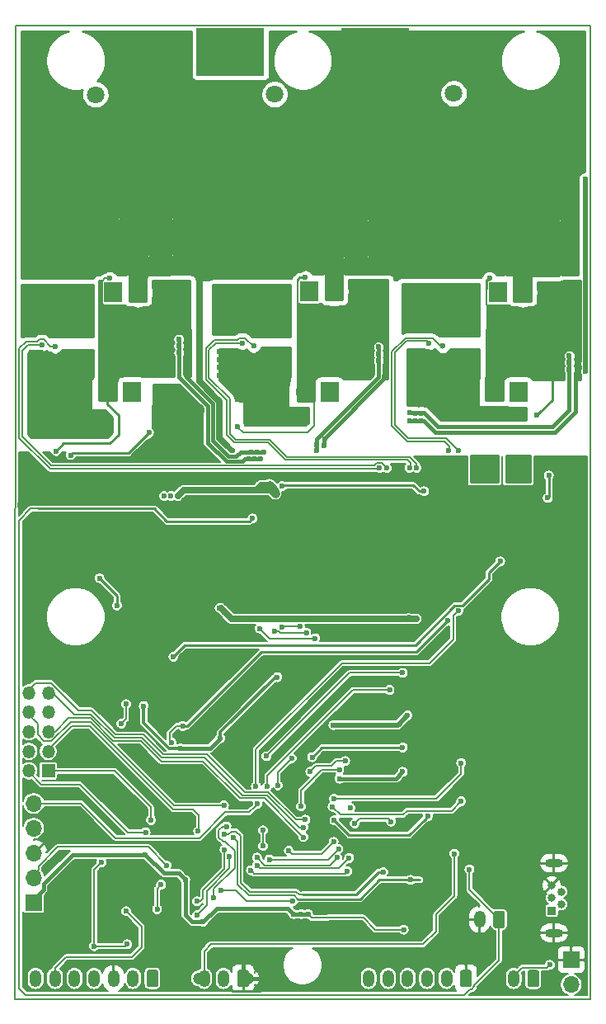
<source format=gbr>
G04 #@! TF.GenerationSoftware,KiCad,Pcbnew,(5.1.5)-3*
G04 #@! TF.CreationDate,2020-08-20T12:00:54-05:00*
G04 #@! TF.ProjectId,Cheap FOCer 2 60mm,43686561-7020-4464-9f43-657220322036,0.9*
G04 #@! TF.SameCoordinates,PX6979f40PYa1135a0*
G04 #@! TF.FileFunction,Copper,L2,Bot*
G04 #@! TF.FilePolarity,Positive*
%FSLAX46Y46*%
G04 Gerber Fmt 4.6, Leading zero omitted, Abs format (unit mm)*
G04 Created by KiCad (PCBNEW (5.1.5)-3) date 2020-08-20 12:00:54*
%MOMM*%
%LPD*%
G04 APERTURE LIST*
%ADD10C,0.150000*%
%ADD11C,1.200000*%
%ADD12O,1.200000X1.750000*%
%ADD13C,1.800000*%
%ADD14R,1.800000X1.800000*%
%ADD15R,1.905000X2.000000*%
%ADD16O,1.905000X2.000000*%
%ADD17O,1.700000X1.700000*%
%ADD18R,1.700000X1.700000*%
%ADD19O,1.350000X1.350000*%
%ADD20R,1.350000X1.350000*%
%ADD21R,7.000000X5.000000*%
%ADD22R,6.000000X6.500000*%
%ADD23O,1.850000X0.850000*%
%ADD24C,0.840000*%
%ADD25R,0.840000X0.840000*%
%ADD26C,0.600000*%
%ADD27C,0.800000*%
%ADD28C,0.635000*%
%ADD29C,0.508000*%
%ADD30C,0.254000*%
%ADD31C,0.406400*%
%ADD32C,0.177800*%
%ADD33C,0.304800*%
%ADD34C,0.889000*%
%ADD35C,0.250000*%
G04 APERTURE END LIST*
D10*
X59100000Y99900000D02*
X25000Y99900000D01*
X0Y0D02*
X59100000Y0D01*
X25000Y99900000D02*
X0Y0D01*
X59100000Y0D02*
X59100000Y99900000D01*
D11*
X23940000Y2100000D03*
X18860000Y2100000D03*
G04 #@! TA.AperFunction,ComponentPad*
D10*
G36*
X23774505Y2973796D02*
G01*
X23798773Y2970196D01*
X23822572Y2964235D01*
X23845671Y2955970D01*
X23867850Y2945480D01*
X23888893Y2932868D01*
X23908599Y2918253D01*
X23926777Y2901777D01*
X23943253Y2883599D01*
X23957868Y2863893D01*
X23970480Y2842850D01*
X23980970Y2820671D01*
X23989235Y2797572D01*
X23995196Y2773773D01*
X23998796Y2749505D01*
X24000000Y2725001D01*
X24000000Y1474999D01*
X23998796Y1450495D01*
X23995196Y1426227D01*
X23989235Y1402428D01*
X23980970Y1379329D01*
X23970480Y1357150D01*
X23957868Y1336107D01*
X23943253Y1316401D01*
X23926777Y1298223D01*
X23908599Y1281747D01*
X23888893Y1267132D01*
X23867850Y1254520D01*
X23845671Y1244030D01*
X23822572Y1235765D01*
X23798773Y1229804D01*
X23774505Y1226204D01*
X23750001Y1225000D01*
X23049999Y1225000D01*
X23025495Y1226204D01*
X23001227Y1229804D01*
X22977428Y1235765D01*
X22954329Y1244030D01*
X22932150Y1254520D01*
X22911107Y1267132D01*
X22891401Y1281747D01*
X22873223Y1298223D01*
X22856747Y1316401D01*
X22842132Y1336107D01*
X22829520Y1357150D01*
X22819030Y1379329D01*
X22810765Y1402428D01*
X22804804Y1426227D01*
X22801204Y1450495D01*
X22800000Y1474999D01*
X22800000Y2725001D01*
X22801204Y2749505D01*
X22804804Y2773773D01*
X22810765Y2797572D01*
X22819030Y2820671D01*
X22829520Y2842850D01*
X22842132Y2863893D01*
X22856747Y2883599D01*
X22873223Y2901777D01*
X22891401Y2918253D01*
X22911107Y2932868D01*
X22932150Y2945480D01*
X22954329Y2955970D01*
X22977428Y2964235D01*
X23001227Y2970196D01*
X23025495Y2973796D01*
X23049999Y2975000D01*
X23750001Y2975000D01*
X23774505Y2973796D01*
G37*
G04 #@! TD.AperFunction*
D12*
X21400000Y2100000D03*
X19400000Y2100000D03*
D13*
X45036600Y92900000D03*
D14*
X40036600Y92900000D03*
D13*
X26636600Y92812700D03*
D14*
X21636600Y92812700D03*
D13*
X8236600Y92800000D03*
D14*
X3236600Y92800000D03*
D15*
X10075000Y72500000D03*
D16*
X12615000Y72500000D03*
X15155000Y72500000D03*
D15*
X30195000Y72600000D03*
D16*
X32735000Y72600000D03*
X35275000Y72600000D03*
D12*
X2100000Y2100000D03*
X4100000Y2100000D03*
X6100000Y2100000D03*
X8100000Y2100000D03*
X10100000Y2100000D03*
X12100000Y2100000D03*
G04 #@! TA.AperFunction,ComponentPad*
D10*
G36*
X14474505Y2973796D02*
G01*
X14498773Y2970196D01*
X14522572Y2964235D01*
X14545671Y2955970D01*
X14567850Y2945480D01*
X14588893Y2932868D01*
X14608599Y2918253D01*
X14626777Y2901777D01*
X14643253Y2883599D01*
X14657868Y2863893D01*
X14670480Y2842850D01*
X14680970Y2820671D01*
X14689235Y2797572D01*
X14695196Y2773773D01*
X14698796Y2749505D01*
X14700000Y2725001D01*
X14700000Y1474999D01*
X14698796Y1450495D01*
X14695196Y1426227D01*
X14689235Y1402428D01*
X14680970Y1379329D01*
X14670480Y1357150D01*
X14657868Y1336107D01*
X14643253Y1316401D01*
X14626777Y1298223D01*
X14608599Y1281747D01*
X14588893Y1267132D01*
X14567850Y1254520D01*
X14545671Y1244030D01*
X14522572Y1235765D01*
X14498773Y1229804D01*
X14474505Y1226204D01*
X14450001Y1225000D01*
X13749999Y1225000D01*
X13725495Y1226204D01*
X13701227Y1229804D01*
X13677428Y1235765D01*
X13654329Y1244030D01*
X13632150Y1254520D01*
X13611107Y1267132D01*
X13591401Y1281747D01*
X13573223Y1298223D01*
X13556747Y1316401D01*
X13542132Y1336107D01*
X13529520Y1357150D01*
X13519030Y1379329D01*
X13510765Y1402428D01*
X13504804Y1426227D01*
X13501204Y1450495D01*
X13500000Y1474999D01*
X13500000Y2725001D01*
X13501204Y2749505D01*
X13504804Y2773773D01*
X13510765Y2797572D01*
X13519030Y2820671D01*
X13529520Y2842850D01*
X13542132Y2863893D01*
X13556747Y2883599D01*
X13573223Y2901777D01*
X13591401Y2918253D01*
X13611107Y2932868D01*
X13632150Y2945480D01*
X13654329Y2955970D01*
X13677428Y2964235D01*
X13701227Y2970196D01*
X13725495Y2973796D01*
X13749999Y2975000D01*
X14450001Y2975000D01*
X14474505Y2973796D01*
G37*
G04 #@! TD.AperFunction*
G04 #@! TA.AperFunction,ComponentPad*
G36*
X46674505Y2973796D02*
G01*
X46698773Y2970196D01*
X46722572Y2964235D01*
X46745671Y2955970D01*
X46767850Y2945480D01*
X46788893Y2932868D01*
X46808599Y2918253D01*
X46826777Y2901777D01*
X46843253Y2883599D01*
X46857868Y2863893D01*
X46870480Y2842850D01*
X46880970Y2820671D01*
X46889235Y2797572D01*
X46895196Y2773773D01*
X46898796Y2749505D01*
X46900000Y2725001D01*
X46900000Y1474999D01*
X46898796Y1450495D01*
X46895196Y1426227D01*
X46889235Y1402428D01*
X46880970Y1379329D01*
X46870480Y1357150D01*
X46857868Y1336107D01*
X46843253Y1316401D01*
X46826777Y1298223D01*
X46808599Y1281747D01*
X46788893Y1267132D01*
X46767850Y1254520D01*
X46745671Y1244030D01*
X46722572Y1235765D01*
X46698773Y1229804D01*
X46674505Y1226204D01*
X46650001Y1225000D01*
X45949999Y1225000D01*
X45925495Y1226204D01*
X45901227Y1229804D01*
X45877428Y1235765D01*
X45854329Y1244030D01*
X45832150Y1254520D01*
X45811107Y1267132D01*
X45791401Y1281747D01*
X45773223Y1298223D01*
X45756747Y1316401D01*
X45742132Y1336107D01*
X45729520Y1357150D01*
X45719030Y1379329D01*
X45710765Y1402428D01*
X45704804Y1426227D01*
X45701204Y1450495D01*
X45700000Y1474999D01*
X45700000Y2725001D01*
X45701204Y2749505D01*
X45704804Y2773773D01*
X45710765Y2797572D01*
X45719030Y2820671D01*
X45729520Y2842850D01*
X45742132Y2863893D01*
X45756747Y2883599D01*
X45773223Y2901777D01*
X45791401Y2918253D01*
X45811107Y2932868D01*
X45832150Y2945480D01*
X45854329Y2955970D01*
X45877428Y2964235D01*
X45901227Y2970196D01*
X45925495Y2973796D01*
X45949999Y2975000D01*
X46650001Y2975000D01*
X46674505Y2973796D01*
G37*
G04 #@! TD.AperFunction*
D12*
X44300000Y2100000D03*
X42300000Y2100000D03*
X40300000Y2100000D03*
X38300000Y2100000D03*
X36300000Y2100000D03*
G04 #@! TA.AperFunction,ComponentPad*
D10*
G36*
X53574505Y2973796D02*
G01*
X53598773Y2970196D01*
X53622572Y2964235D01*
X53645671Y2955970D01*
X53667850Y2945480D01*
X53688893Y2932868D01*
X53708599Y2918253D01*
X53726777Y2901777D01*
X53743253Y2883599D01*
X53757868Y2863893D01*
X53770480Y2842850D01*
X53780970Y2820671D01*
X53789235Y2797572D01*
X53795196Y2773773D01*
X53798796Y2749505D01*
X53800000Y2725001D01*
X53800000Y1474999D01*
X53798796Y1450495D01*
X53795196Y1426227D01*
X53789235Y1402428D01*
X53780970Y1379329D01*
X53770480Y1357150D01*
X53757868Y1336107D01*
X53743253Y1316401D01*
X53726777Y1298223D01*
X53708599Y1281747D01*
X53688893Y1267132D01*
X53667850Y1254520D01*
X53645671Y1244030D01*
X53622572Y1235765D01*
X53598773Y1229804D01*
X53574505Y1226204D01*
X53550001Y1225000D01*
X52849999Y1225000D01*
X52825495Y1226204D01*
X52801227Y1229804D01*
X52777428Y1235765D01*
X52754329Y1244030D01*
X52732150Y1254520D01*
X52711107Y1267132D01*
X52691401Y1281747D01*
X52673223Y1298223D01*
X52656747Y1316401D01*
X52642132Y1336107D01*
X52629520Y1357150D01*
X52619030Y1379329D01*
X52610765Y1402428D01*
X52604804Y1426227D01*
X52601204Y1450495D01*
X52600000Y1474999D01*
X52600000Y2725001D01*
X52601204Y2749505D01*
X52604804Y2773773D01*
X52610765Y2797572D01*
X52619030Y2820671D01*
X52629520Y2842850D01*
X52642132Y2863893D01*
X52656747Y2883599D01*
X52673223Y2901777D01*
X52691401Y2918253D01*
X52711107Y2932868D01*
X52732150Y2945480D01*
X52754329Y2955970D01*
X52777428Y2964235D01*
X52801227Y2970196D01*
X52825495Y2973796D01*
X52849999Y2975000D01*
X53550001Y2975000D01*
X53574505Y2973796D01*
G37*
G04 #@! TD.AperFunction*
D12*
X51200000Y2100000D03*
X47700000Y8150000D03*
G04 #@! TA.AperFunction,ComponentPad*
D10*
G36*
X50074505Y9023796D02*
G01*
X50098773Y9020196D01*
X50122572Y9014235D01*
X50145671Y9005970D01*
X50167850Y8995480D01*
X50188893Y8982868D01*
X50208599Y8968253D01*
X50226777Y8951777D01*
X50243253Y8933599D01*
X50257868Y8913893D01*
X50270480Y8892850D01*
X50280970Y8870671D01*
X50289235Y8847572D01*
X50295196Y8823773D01*
X50298796Y8799505D01*
X50300000Y8775001D01*
X50300000Y7524999D01*
X50298796Y7500495D01*
X50295196Y7476227D01*
X50289235Y7452428D01*
X50280970Y7429329D01*
X50270480Y7407150D01*
X50257868Y7386107D01*
X50243253Y7366401D01*
X50226777Y7348223D01*
X50208599Y7331747D01*
X50188893Y7317132D01*
X50167850Y7304520D01*
X50145671Y7294030D01*
X50122572Y7285765D01*
X50098773Y7279804D01*
X50074505Y7276204D01*
X50050001Y7275000D01*
X49349999Y7275000D01*
X49325495Y7276204D01*
X49301227Y7279804D01*
X49277428Y7285765D01*
X49254329Y7294030D01*
X49232150Y7304520D01*
X49211107Y7317132D01*
X49191401Y7331747D01*
X49173223Y7348223D01*
X49156747Y7366401D01*
X49142132Y7386107D01*
X49129520Y7407150D01*
X49119030Y7429329D01*
X49110765Y7452428D01*
X49104804Y7476227D01*
X49101204Y7500495D01*
X49100000Y7524999D01*
X49100000Y8775001D01*
X49101204Y8799505D01*
X49104804Y8823773D01*
X49110765Y8847572D01*
X49119030Y8870671D01*
X49129520Y8892850D01*
X49142132Y8913893D01*
X49156747Y8933599D01*
X49173223Y8951777D01*
X49191401Y8968253D01*
X49211107Y8982868D01*
X49232150Y8995480D01*
X49254329Y9005970D01*
X49277428Y9014235D01*
X49301227Y9020196D01*
X49325495Y9023796D01*
X49349999Y9025000D01*
X50050001Y9025000D01*
X50074505Y9023796D01*
G37*
G04 #@! TD.AperFunction*
D15*
X32280000Y62300000D03*
D16*
X29740000Y62300000D03*
X27200000Y62300000D03*
D17*
X1900000Y20060000D03*
X1900000Y17520000D03*
X1900000Y14980000D03*
X1900000Y12440000D03*
D18*
X1900000Y9900000D03*
D19*
X1400000Y31400000D03*
X3400000Y31400000D03*
X1400000Y29400000D03*
X3400000Y29400000D03*
X1400000Y27400000D03*
X3400000Y27400000D03*
X1400000Y25400000D03*
X3400000Y25400000D03*
X1400000Y23400000D03*
D20*
X3400000Y23400000D03*
D21*
X22100000Y97200000D03*
X37000000Y97200000D03*
D22*
X12300000Y67450000D03*
X32675000Y67400000D03*
X51875000Y67500000D03*
D16*
X6920000Y62300000D03*
X9460000Y62300000D03*
D15*
X12000000Y62300000D03*
X49575000Y72500000D03*
D16*
X52115000Y72500000D03*
X54655000Y72500000D03*
D17*
X57100000Y1460000D03*
D18*
X57100000Y4000000D03*
D15*
X51680000Y62300000D03*
D16*
X49140000Y62300000D03*
X46600000Y62300000D03*
D23*
X55320000Y13925000D03*
X55320000Y6775000D03*
D24*
X55100000Y11650000D03*
X56100000Y11000000D03*
X55100000Y10350000D03*
X56100000Y9700000D03*
D25*
X55100000Y9050000D03*
D26*
X21000000Y40100000D03*
X21500000Y39700000D03*
X41200000Y39000000D03*
X40400010Y39050000D03*
X22000000Y73100000D03*
X20900000Y73100000D03*
X20900000Y69400000D03*
X24400000Y69400000D03*
X27800000Y69400000D03*
X22000000Y69400000D03*
X25600000Y69400000D03*
X23200000Y69400000D03*
X26800000Y69400000D03*
X26800000Y70400000D03*
X27800000Y73100000D03*
X24400000Y73100000D03*
X25600000Y73100000D03*
X26800000Y73100000D03*
X23200000Y73100000D03*
X25600000Y72300000D03*
X22000000Y71400000D03*
X20900000Y71400000D03*
X27800000Y72300000D03*
X26800000Y72300000D03*
X23200000Y72300000D03*
X24400000Y71400000D03*
X26800000Y71400000D03*
X22000000Y72300000D03*
X20900000Y72300000D03*
X25600000Y71400000D03*
X24400000Y72300000D03*
X27800000Y71400000D03*
X23200000Y70400000D03*
X23200000Y71400000D03*
X27800000Y68400000D03*
X22000000Y68400000D03*
X25600000Y68400000D03*
X20900000Y68400000D03*
X26800000Y68400000D03*
X27800000Y70400000D03*
X24400000Y70400000D03*
X22000000Y70400000D03*
X25600000Y70400000D03*
X20900000Y70400000D03*
X1900000Y71300000D03*
X800000Y71300000D03*
X7700000Y71300000D03*
X4300000Y71300000D03*
X5500000Y71300000D03*
X6700000Y71300000D03*
X3100000Y71300000D03*
X1900000Y72200000D03*
X800000Y72200000D03*
X7700000Y72200000D03*
X4300000Y72200000D03*
X5500000Y72200000D03*
X6700000Y72200000D03*
X3100000Y72200000D03*
X1900000Y70300000D03*
X800000Y70300000D03*
X7700000Y70300000D03*
X4300000Y70300000D03*
X5500000Y70300000D03*
X6700000Y70300000D03*
X3100000Y70300000D03*
X1900000Y69300000D03*
X800000Y69300000D03*
X7700000Y69300000D03*
X4300000Y69300000D03*
X5500000Y69300000D03*
X6700000Y69300000D03*
X3100000Y69300000D03*
X1900000Y68300000D03*
X800000Y68300000D03*
X7700000Y68300000D03*
X5500000Y68300000D03*
X6700000Y68300000D03*
X800000Y73000000D03*
X28900000Y45500000D03*
X29800000Y45500000D03*
X31600000Y45500000D03*
X33400000Y45500000D03*
X32500000Y45500000D03*
X30700000Y45500000D03*
X28000000Y45500000D03*
X28900000Y46400000D03*
X29800000Y46400000D03*
X31600000Y46400000D03*
X33400000Y46400000D03*
X32500000Y46400000D03*
X30700000Y46400000D03*
X28000000Y46400000D03*
X28900000Y47300000D03*
X29800000Y47300000D03*
X31600000Y47300000D03*
X33400000Y47300000D03*
X32500000Y47300000D03*
X30700000Y47300000D03*
X28000000Y47300000D03*
X33400000Y48200000D03*
X32500000Y48200000D03*
X31600000Y48200000D03*
X30700000Y48200000D03*
X29800000Y48200000D03*
X28900000Y48200000D03*
X56000000Y26600000D03*
X16575000Y40100000D03*
X26100000Y45200000D03*
X13475000Y12500000D03*
X54775000Y25000000D03*
X23875000Y22000000D03*
X17200000Y46100000D03*
X20100000Y48200000D03*
X54575000Y28500000D03*
X52775000Y25000000D03*
X56875000Y25000000D03*
X53400000Y48100000D03*
X23100000Y46700000D03*
X54500000Y26600000D03*
X31675000Y27300000D03*
X17500000Y38525000D03*
X7100000Y9000000D03*
X28600000Y33900000D03*
X1900000Y36400000D03*
X20099999Y29600001D03*
X37900000Y11600000D03*
X36500000Y45200000D03*
X53100000Y28500000D03*
X37950000Y16100000D03*
X5000000Y5200000D03*
X36500000Y46700000D03*
X37900000Y48200000D03*
X37900000Y45200000D03*
X35000000Y45200000D03*
X39800000Y11600000D03*
X35000000Y46700000D03*
X35600000Y13400000D03*
X47100000Y25400000D03*
X22600000Y27400000D03*
X37900000Y46700000D03*
X50600000Y25600000D03*
X34500000Y11600000D03*
X53800000Y27600000D03*
X48200000Y25400000D03*
X36850000Y14700000D03*
X38700000Y19900000D03*
X49400000Y23300000D03*
X31900000Y29900000D03*
X14900000Y48300000D03*
X7100000Y12000000D03*
X21166835Y20766832D03*
X19000000Y30500000D03*
X29500000Y27600000D03*
X17314804Y30514804D03*
X15500000Y30300000D03*
X24500000Y33200000D03*
X23000000Y34400000D03*
X26100000Y48200000D03*
X15200000Y21850000D03*
X17800000Y41300000D03*
X35000000Y48200000D03*
X30000000Y20400000D03*
X20942110Y28100000D03*
X38675000Y27000000D03*
X16575000Y6900000D03*
X17400000Y13600000D03*
X15100000Y18900000D03*
X32774988Y12300000D03*
X25581310Y27418680D03*
X18575000Y27700000D03*
X33774978Y21500000D03*
X26094986Y28105014D03*
X14648121Y29100000D03*
X13800000Y51200000D03*
X22300000Y19800000D03*
X38200000Y29100000D03*
X48500000Y46000000D03*
X16200000Y34100000D03*
X13800000Y49600000D03*
X24700000Y17800000D03*
X30500000Y26387500D03*
X18600000Y15350000D03*
X15599978Y14750022D03*
X4300000Y6500000D03*
X30167693Y19263787D03*
X38475000Y24100000D03*
X10400000Y51200000D03*
X12300000Y49600000D03*
X39300000Y54650000D03*
X10400000Y49600000D03*
X23500000Y18500000D03*
X32300000Y25200000D03*
X45350000Y43300000D03*
X17900000Y53100000D03*
X6800000Y6600000D03*
X41200000Y48600000D03*
X12300000Y51200000D03*
X1900000Y4900000D03*
X19200000Y50950000D03*
X5500000Y8800000D03*
X22900000Y50200000D03*
X23850000Y25000000D03*
X46100000Y48900000D03*
X15650000Y39200000D03*
X23000000Y51050000D03*
X44650000Y20700000D03*
X39699998Y29900000D03*
X39400000Y46100000D03*
X41700000Y40200000D03*
X24600000Y45200000D03*
X31300000Y31200000D03*
X21600000Y46700000D03*
X23100000Y48200000D03*
X57300000Y26600000D03*
X40000000Y48600000D03*
X20100000Y46700000D03*
X13400000Y41800000D03*
X18500000Y46100000D03*
X16100000Y44900000D03*
X21600000Y48200000D03*
X50300000Y20700000D03*
X26100000Y46700000D03*
X30500019Y32199999D03*
X18500000Y47500000D03*
X24600000Y48200000D03*
X14900000Y47100000D03*
X26675000Y17400000D03*
X57800000Y35800000D03*
X38675000Y21600000D03*
X18875000Y22100000D03*
X44600000Y23400000D03*
X48600000Y17100000D03*
X36500000Y48200000D03*
X24600000Y46700000D03*
X57800000Y33500000D03*
X26600000Y31800000D03*
X14675000Y40100000D03*
X53100000Y26600000D03*
X43750000Y6525000D03*
X51600000Y49200000D03*
X38500000Y40400000D03*
X16700000Y59400000D03*
X18700000Y59400000D03*
X17600000Y55400000D03*
X14700000Y59400000D03*
X17800000Y61800000D03*
X49900000Y48200000D03*
X49100000Y52300000D03*
X53500000Y51800000D03*
X51300000Y51700000D03*
X43000000Y54900000D03*
X43000000Y53600000D03*
X43100000Y52300000D03*
X44300000Y51000000D03*
X47500000Y51000000D03*
X44300000Y46700000D03*
X16400000Y55400000D03*
X15100000Y55400000D03*
X12600000Y55400000D03*
X13600000Y55400000D03*
X12800000Y9900006D03*
X16375000Y11946245D03*
X34034090Y23500000D03*
X38800000Y12900000D03*
X17800000Y50950000D03*
X17850000Y49850000D03*
X31700000Y37700000D03*
X16236458Y3600000D03*
X9700000Y6200000D03*
X6100000Y18700000D03*
X13384052Y33515948D03*
X7300000Y27450000D03*
X7650000Y30800000D03*
X8500000Y30050000D03*
X9400000Y29100000D03*
X13100000Y24900000D03*
X12000000Y25750000D03*
X12100000Y27900000D03*
X9750000Y33300000D03*
X7750000Y34300000D03*
X1600000Y47300000D03*
X1900000Y49100000D03*
X3250000Y49350000D03*
X3300000Y51300000D03*
X1900000Y51250000D03*
X500000Y50700000D03*
X6150000Y49100000D03*
X6300000Y46950000D03*
X6300000Y51350000D03*
X6200000Y53700000D03*
X6200000Y52800000D03*
X10500000Y55400000D03*
X11600000Y55400000D03*
X11600000Y39300000D03*
X14400000Y37000000D03*
X22400000Y36900000D03*
X22350000Y38200000D03*
X17900000Y36900000D03*
X25850000Y34350000D03*
X38150000Y9850000D03*
X39850000Y9950000D03*
X31777170Y8828810D03*
X33150000Y4750000D03*
X34900000Y4700000D03*
X35000000Y2100000D03*
X33200000Y2100000D03*
X19400000Y5800000D03*
X26150000Y4500000D03*
X11100000Y3450000D03*
X6900000Y3550000D03*
X54000000Y19000000D03*
X55700000Y16650000D03*
X52850000Y11650000D03*
X52800000Y9250000D03*
X52900000Y6550000D03*
X48100000Y5500000D03*
X48900000Y11750000D03*
X48900000Y9950000D03*
X40900000Y21900000D03*
X41100000Y24800000D03*
X41100000Y27450000D03*
X42300000Y28650000D03*
X43800000Y25450000D03*
X43150000Y22200000D03*
X42400000Y30800000D03*
X42400000Y32100000D03*
X42350000Y33600000D03*
X42400000Y35400000D03*
X40700000Y38100000D03*
X40700000Y37150000D03*
X42650000Y39300000D03*
X40650000Y41050000D03*
X40950000Y42500000D03*
X42150000Y43300000D03*
X56650000Y43100000D03*
X57400000Y46700000D03*
X57350000Y51600000D03*
X57300000Y55150000D03*
X43800000Y48700000D03*
X46100000Y50950000D03*
X11000000Y23650000D03*
X9250000Y25400000D03*
X6100000Y21000000D03*
X9850000Y21250000D03*
X3352304Y13522696D03*
X4200000Y21000000D03*
X4200000Y18700000D03*
X5100000Y16500000D03*
X8100000Y16500000D03*
X8100000Y19800000D03*
X3235196Y16135196D03*
X7500000Y14000000D03*
X7900000Y22700000D03*
X4600000Y25300000D03*
X8000000Y24400000D03*
X6100000Y27000000D03*
X40700000Y13600000D03*
X57300000Y19000000D03*
X37600000Y17800000D03*
X46700000Y18600000D03*
X43300000Y12100000D03*
X11400000Y19100000D03*
X9800000Y16200000D03*
X9900000Y11900000D03*
X11800000Y11900000D03*
X11200000Y13900000D03*
X10200000Y9900000D03*
X9400000Y8300000D03*
X5800000Y13000000D03*
X51400000Y10000000D03*
X49200000Y2000000D03*
X50700000Y4500000D03*
X47700000Y3400000D03*
X7216745Y45266745D03*
X11100000Y38300000D03*
X12155717Y36444283D03*
X8200000Y44300000D03*
X1500000Y43800000D03*
X1400000Y39400000D03*
X1900000Y33900000D03*
X5100000Y33400000D03*
X3300000Y44700000D03*
X57800000Y40900000D03*
X57800000Y38800000D03*
X56700000Y37300000D03*
X47400000Y36355490D03*
X43550000Y36355490D03*
X45500000Y36355490D03*
X45500000Y41000000D03*
X49700000Y43100000D03*
X47212498Y38012500D03*
X48662495Y35437505D03*
X9800000Y38900000D03*
X49300000Y39800000D03*
X49400000Y38000000D03*
X3331834Y10740582D03*
X50769996Y34555490D03*
X51000000Y36300000D03*
X54900000Y36300000D03*
X4800000Y22800000D03*
X6300000Y22800000D03*
X58598000Y64400000D03*
X58598000Y84100000D03*
X58598000Y83298000D03*
X58598000Y65200000D03*
X15700000Y59400000D03*
X17700000Y59400000D03*
X21200000Y53600000D03*
X40600000Y46100000D03*
X8500000Y51200000D03*
X8400000Y49500000D03*
X15200000Y58700000D03*
X16200000Y58700000D03*
X17200000Y58700000D03*
X18200000Y58700000D03*
X18600000Y55400000D03*
X28000000Y48200000D03*
X9400000Y55400000D03*
X8300000Y55400000D03*
X7300000Y55400000D03*
X11000000Y7400000D03*
X8900000Y3500000D03*
X15600000Y5500000D03*
X13900000Y5500000D03*
X23800000Y35200000D03*
X14300000Y31400000D03*
X13800000Y53800000D03*
X14500000Y53800000D03*
X17900000Y53800000D03*
X16100000Y47200000D03*
X19800000Y44800000D03*
X1900000Y73000000D03*
X3100000Y73000000D03*
X4300000Y73000000D03*
X5500000Y73000000D03*
X6700000Y73000000D03*
X7700000Y73000000D03*
X41500000Y73100000D03*
X40400000Y73100000D03*
X47300000Y69400000D03*
X40400000Y69400000D03*
X43900000Y69400000D03*
X47300000Y70400000D03*
X41500000Y70400000D03*
X43900000Y70400000D03*
X45100000Y68400000D03*
X45100000Y70400000D03*
X46300000Y68400000D03*
X40400000Y70400000D03*
X41500000Y69400000D03*
X45100000Y69400000D03*
X40400000Y72300000D03*
X45100000Y73100000D03*
X45100000Y71400000D03*
X47300000Y71400000D03*
X41500000Y71400000D03*
X43900000Y72300000D03*
X46300000Y72300000D03*
X41500000Y72300000D03*
X47300000Y73100000D03*
X42700000Y70400000D03*
X43900000Y73100000D03*
X42700000Y73100000D03*
X45100000Y72300000D03*
X42700000Y71400000D03*
X47300000Y68400000D03*
X46300000Y73100000D03*
X46300000Y70400000D03*
X40400000Y71400000D03*
X47300000Y72300000D03*
X42700000Y69400000D03*
X43900000Y71400000D03*
X42700000Y72300000D03*
X46300000Y69400000D03*
X46300000Y71400000D03*
X39700000Y31200000D03*
X37700000Y30900000D03*
X40100000Y32500000D03*
X40100000Y44300000D03*
X39100000Y45100000D03*
X40800000Y45000000D03*
X41600000Y45900000D03*
X38500000Y47600000D03*
X42300000Y47600000D03*
X26600000Y30900000D03*
X26600000Y29900000D03*
X46700000Y16825000D03*
X21000000Y8400000D03*
X22115900Y7150000D03*
X23050000Y8050000D03*
X33250000Y9650000D03*
X21400000Y34400000D03*
X21500000Y35200000D03*
X19600000Y36900000D03*
X18100000Y34700000D03*
X18100000Y35700000D03*
X34800000Y39900000D03*
X35563377Y39900000D03*
X36900000Y39900000D03*
X37500000Y39900000D03*
X28600000Y39900000D03*
X29300000Y39900000D03*
X30100000Y39900000D03*
X26474478Y39900000D03*
X25800012Y39900000D03*
X22500000Y40100000D03*
X23100000Y40100012D03*
X38400000Y42800000D03*
X38300000Y43500000D03*
X38399994Y42100000D03*
X20500000Y50900000D03*
X21900000Y50900000D03*
X23400000Y3800000D03*
X25300000Y2100006D03*
X24900000Y20025532D03*
X15542110Y13700000D03*
X28500000Y10000000D03*
X21157108Y11111841D03*
X28575000Y8700000D03*
X17475000Y12200000D03*
X49200000Y53200000D03*
X49200002Y55400000D03*
X39800000Y23300000D03*
X32679279Y28100000D03*
X48100000Y54300000D03*
X26915899Y33015899D03*
X48100000Y53200001D03*
X48099999Y55400000D03*
X16975000Y25700002D03*
X39800000Y25800000D03*
X40287500Y29087500D03*
X29375000Y8700000D03*
X21059360Y26755671D03*
X30500000Y24800000D03*
X19275000Y7900000D03*
X33300000Y22600000D03*
X30075030Y8700000D03*
X47100000Y53200000D03*
X47100000Y54300000D03*
X47100000Y55400000D03*
X34860035Y18000000D03*
X13200000Y30049996D03*
X13375000Y14800000D03*
X38599996Y18200000D03*
X27394090Y52614530D03*
X42000000Y52100000D03*
X39900000Y7100000D03*
X52700000Y77600000D03*
X55200000Y77600000D03*
X51900000Y77600000D03*
X51100000Y77600000D03*
X54400000Y77600000D03*
X50300000Y77600000D03*
X53500000Y77600000D03*
X52700000Y78700000D03*
X55200000Y78700000D03*
X51900000Y78700000D03*
X51100000Y78700000D03*
X54400000Y78700000D03*
X50300000Y78700000D03*
X53500000Y78700000D03*
X11100000Y77950000D03*
X14900000Y77950000D03*
X12100000Y77950000D03*
X13100000Y77950000D03*
X14000000Y77950000D03*
X15875000Y77950000D03*
X11100000Y78850000D03*
X14900000Y78850000D03*
X12100000Y78850000D03*
X13100000Y78850000D03*
X14000000Y78850000D03*
X15875000Y78850000D03*
X35900000Y77700000D03*
X33100000Y77700000D03*
X35000000Y77700000D03*
X32100000Y77700000D03*
X31100000Y77700000D03*
X34100000Y77700000D03*
X35900000Y78700000D03*
X33100000Y78700000D03*
X35000000Y78700000D03*
X32100000Y78700000D03*
X31100000Y78700000D03*
X34100000Y78700000D03*
X51900000Y79700000D03*
X55200000Y79700000D03*
X14900000Y79750000D03*
X12100000Y79750000D03*
X13100000Y79750000D03*
X53500000Y79700000D03*
X52700000Y79700000D03*
X54400000Y79700000D03*
X14000000Y79750000D03*
X51100000Y79700000D03*
X50300000Y79700000D03*
X11100000Y79750000D03*
X31100000Y79600000D03*
X35900000Y79600000D03*
X35000000Y79600000D03*
X34100000Y79600000D03*
X33100000Y79600000D03*
X32100000Y79600000D03*
X21700014Y56800000D03*
X22300000Y56287543D03*
X15900000Y79700000D03*
D27*
X9800000Y70000000D03*
X14800000Y64900000D03*
X14800000Y66200000D03*
X9800000Y64900000D03*
X9800000Y67500000D03*
X14800000Y68800000D03*
X14800000Y67500000D03*
X9800000Y66200000D03*
X14800000Y70000000D03*
X9800000Y68800000D03*
D26*
X17500000Y65700000D03*
X17500000Y64900000D03*
X17545626Y64145626D03*
X24900000Y56100000D03*
X9700000Y73927028D03*
X4200000Y56200000D03*
X24300000Y56100000D03*
X25500000Y56100000D03*
X17700000Y72100000D03*
X17700000Y72799992D03*
D27*
X30200000Y67500000D03*
X35200000Y66200000D03*
X30200000Y64900000D03*
X35200000Y70000000D03*
X30200000Y70000000D03*
X35200000Y68800000D03*
X35200000Y67500000D03*
X35200000Y64900000D03*
X30200000Y66200000D03*
X30200000Y68800000D03*
D26*
X38100000Y65100000D03*
X38100000Y64410347D03*
X37925000Y63775000D03*
X31700000Y56800000D03*
X29800000Y74027026D03*
X22841999Y58700000D03*
X31795455Y57428708D03*
X38011211Y72900000D03*
X38011211Y72300000D03*
X38011211Y71700000D03*
D27*
X49400000Y70100000D03*
X54400000Y66300000D03*
X49400000Y66300000D03*
X54400000Y70100000D03*
X54400000Y65000000D03*
X49400000Y67600000D03*
X54400000Y68900000D03*
X49400000Y68900000D03*
X49400000Y65000000D03*
X54400000Y67600000D03*
D26*
X57700000Y64100000D03*
X57700000Y64800000D03*
X57700000Y65600000D03*
X41100000Y59300000D03*
X48700000Y73927026D03*
X41700000Y59300000D03*
X53600000Y59933411D03*
X40500000Y59300000D03*
X57800000Y73400000D03*
X57800000Y72700000D03*
X57800000Y72000000D03*
X8671160Y43171160D03*
X13730210Y58100000D03*
X10450000Y40364979D03*
X5700000Y55800000D03*
X49800000Y44900000D03*
X54800000Y53700000D03*
X54700000Y51400000D03*
X16245990Y35100000D03*
X25800016Y24900001D03*
X39800000Y33450000D03*
X25875000Y21800000D03*
X38450000Y31700000D03*
X24199992Y13200000D03*
X34118688Y13081318D03*
X24833248Y13700724D03*
X34291460Y14452134D03*
X33097745Y14493137D03*
X24833248Y14503934D03*
X26107898Y14301024D03*
X33200729Y15372917D03*
X45800000Y20280210D03*
X32585290Y19707519D03*
X45800000Y24200000D03*
X32744973Y20543411D03*
X16075000Y26300000D03*
X50700000Y55500000D03*
X51699999Y54300000D03*
X17200000Y28000000D03*
X51700000Y55500000D03*
X52600000Y55500000D03*
X51700000Y53299999D03*
X52599999Y54300000D03*
X50700000Y53300000D03*
X52600000Y53300000D03*
X44400000Y38800000D03*
X16800000Y67700000D03*
X16800000Y67000004D03*
X16800000Y66300000D03*
X24000000Y55400000D03*
X24600000Y55400000D03*
X25197185Y55380295D03*
X37300000Y65500000D03*
X37300006Y66200000D03*
X37300000Y66900000D03*
X30950000Y56250000D03*
X30950000Y56900000D03*
X56900000Y64600000D03*
X56900000Y65300000D03*
X56900000Y66000000D03*
X41700000Y60100000D03*
X41100002Y60100000D03*
X40503444Y60119615D03*
X30300000Y23300000D03*
X33900000Y24400000D03*
X25450002Y17300000D03*
X25450000Y15684778D03*
X26600000Y37750000D03*
X29900000Y37564797D03*
X33300621Y23499234D03*
X29350000Y19750000D03*
X29251194Y38201194D03*
X27365910Y38158761D03*
X28100000Y15200000D03*
X32700000Y16100004D03*
X24726404Y21813039D03*
X45500000Y39800000D03*
X22015910Y14601899D03*
X18675006Y8600000D03*
X18675000Y10000000D03*
X21500000Y15300000D03*
X21000000Y66400000D03*
X26000000Y65600000D03*
X27000000Y65600000D03*
X25000000Y64000000D03*
X27900000Y65600000D03*
X22000000Y66400000D03*
X27000000Y64800000D03*
X27900000Y66400000D03*
X23000000Y66400000D03*
X27000000Y66400000D03*
X25000000Y65600000D03*
X26000000Y66400000D03*
X23000000Y64000000D03*
X26000000Y64000000D03*
X22000000Y65600000D03*
X27900000Y64000000D03*
X23000000Y64800000D03*
X21000000Y64800000D03*
X23900000Y64800000D03*
X23900000Y65600000D03*
X21000000Y65600000D03*
X22000000Y64000000D03*
X23900000Y64000000D03*
X23000000Y65600000D03*
X27000000Y64000000D03*
X21000000Y64000000D03*
X22000000Y64800000D03*
X26000000Y64800000D03*
X27900000Y64800000D03*
X25000000Y64800000D03*
X24500000Y62200000D03*
X23500000Y62200000D03*
X25500002Y62200000D03*
X22600000Y62200000D03*
X29900000Y59300000D03*
X32775000Y18308413D03*
X42400010Y18750000D03*
X29800000Y18400000D03*
X29599990Y17600000D03*
X21449434Y19849107D03*
X29600000Y16600000D03*
X18800000Y17200000D03*
X13400000Y17100000D03*
X13950004Y18349996D03*
X11400000Y30250000D03*
X10900000Y28234100D03*
X38158996Y54461396D03*
X2735196Y67135196D03*
X37395131Y54474468D03*
X4100000Y66950000D03*
X45500000Y56269790D03*
X42500000Y67284090D03*
X43900000Y67000000D03*
X44485196Y56269790D03*
X41217150Y54480508D03*
X23300000Y67300000D03*
X40480241Y54490151D03*
X24500000Y67000000D03*
X40400000Y65600000D03*
X41400000Y65600000D03*
X43300000Y65600000D03*
X42400000Y65600000D03*
X40400000Y64800000D03*
X41400000Y64800000D03*
X43300000Y64800000D03*
X42400000Y64800000D03*
X40400000Y64000000D03*
X41400000Y64000000D03*
X43300000Y64000000D03*
X42400000Y64000000D03*
X44400000Y64000000D03*
X45400000Y64000000D03*
X47300000Y64000000D03*
X46400000Y64000000D03*
X44400000Y64800000D03*
X45400000Y64800000D03*
X47300000Y64800000D03*
X46400000Y64800000D03*
X44400000Y65600000D03*
X45400000Y65600000D03*
X47300000Y65600000D03*
X46400000Y65600000D03*
X45400000Y66400000D03*
X47300000Y66400000D03*
X46400000Y66400000D03*
X42400000Y66400000D03*
X41400000Y66400000D03*
X40400000Y66400000D03*
X40600000Y62200000D03*
X43300000Y62200000D03*
X44200000Y62200000D03*
X45100000Y62200000D03*
X47300000Y59600000D03*
X41500000Y62200000D03*
X42400000Y62200000D03*
X44000000Y59600000D03*
X45900000Y59600000D03*
X5700000Y65500000D03*
X6700000Y65500000D03*
X4700000Y63900000D03*
X7600000Y65500000D03*
X1700000Y66300000D03*
X6700000Y64700000D03*
X7600000Y66300000D03*
X2700000Y66300000D03*
X6700000Y66300000D03*
X4700000Y65500000D03*
X5700000Y66300000D03*
X2700000Y63900000D03*
X5700000Y63900000D03*
X1700000Y65500000D03*
X7600000Y63900000D03*
X2700000Y64700000D03*
X3600000Y64700000D03*
X3600000Y65500000D03*
X1700000Y63900000D03*
X3600000Y63900000D03*
X2700000Y65500000D03*
X6700000Y63900000D03*
X1700000Y64700000D03*
X5700000Y64700000D03*
X7600000Y64700000D03*
X4700000Y64700000D03*
X5300000Y62200000D03*
X4500000Y62200000D03*
X3600000Y62200000D03*
X2700000Y62200000D03*
X1700000Y62200000D03*
X7700000Y59000000D03*
X9600000Y59000000D03*
X25100000Y38000000D03*
X34434090Y19600000D03*
X30800000Y37000000D03*
X26975000Y21900000D03*
X28418685Y24681315D03*
X8100000Y5400000D03*
X8850000Y14000000D03*
X11500000Y5600000D03*
X11400012Y9000000D03*
X14575000Y9200000D03*
X14982269Y11725532D03*
X54904952Y3495048D03*
X22400000Y16600010D03*
X40575000Y12215900D03*
X21500000Y16900000D03*
X37800001Y13000001D03*
X26100000Y52700000D03*
X15300000Y51600000D03*
X26700000Y51900000D03*
X16000000Y51600000D03*
X16699990Y51600000D03*
X45100000Y14900000D03*
X6500000Y59000000D03*
X20375000Y10400000D03*
X21700000Y17700403D03*
X24375000Y49300000D03*
X46650000Y13275000D03*
D28*
X40450010Y39000000D02*
X40400010Y39050000D01*
X41200000Y39000000D02*
X40450010Y39000000D01*
X21399999Y39800001D02*
X21100000Y40100000D01*
X41200000Y39000000D02*
X22200000Y39000000D01*
X22200000Y39000000D02*
X21399999Y39800001D01*
D29*
X58598000Y64400000D02*
X58598000Y83298000D01*
X58598000Y83298000D02*
X58598000Y84100000D01*
D30*
X3055196Y16135196D02*
X1900000Y14980000D01*
X3235196Y16135196D02*
X3055196Y16135196D01*
D31*
X25299994Y2100000D02*
X25300000Y2100006D01*
X23940000Y2100000D02*
X25299994Y2100000D01*
X23400000Y3800000D02*
X23400000Y2100000D01*
D30*
X23940000Y2100000D02*
X23400000Y2100000D01*
X23400000Y2100000D02*
X23400000Y900000D01*
X25100000Y800000D02*
X25300000Y1000000D01*
X23400000Y900000D02*
X23500000Y800000D01*
X25300000Y1000000D02*
X25300000Y2100006D01*
X23500000Y800000D02*
X25100000Y800000D01*
X23400000Y900000D02*
X23300000Y800000D01*
X22300000Y800000D02*
X22100000Y1000000D01*
X23300000Y800000D02*
X22300000Y800000D01*
D32*
X1575000Y20060000D02*
X2777081Y20060000D01*
X24036968Y19162500D02*
X24600001Y19725533D01*
X1575000Y20060000D02*
X6777081Y20060000D01*
X6777081Y20060000D02*
X10327081Y16510000D01*
X10327081Y16510000D02*
X18910000Y16510000D01*
X18910000Y16510000D02*
X21562500Y19162500D01*
X21562500Y19162500D02*
X24036968Y19162500D01*
X24600001Y19725533D02*
X24900000Y20025532D01*
X1575000Y12440000D02*
X1615000Y12400000D01*
X1575000Y12440000D02*
X1735000Y12600000D01*
X2424999Y13289999D02*
X1575000Y12440000D01*
X2424999Y13624999D02*
X2424999Y13289999D01*
X4400000Y15600000D02*
X2424999Y13624999D01*
X15542110Y13700000D02*
X13642110Y15600000D01*
X13642110Y15600000D02*
X4400000Y15600000D01*
X28075736Y10000000D02*
X28500000Y10000000D01*
X23775000Y10000000D02*
X28075736Y10000000D01*
X21100016Y11100000D02*
X22675000Y11100000D01*
X22675000Y11100000D02*
X23775000Y10000000D01*
D29*
X39300000Y28100000D02*
X33103543Y28100000D01*
X40287500Y29087500D02*
X39300000Y28100000D01*
X33103543Y28100000D02*
X32679279Y28100000D01*
D33*
X21059360Y27359360D02*
X26715899Y33015899D01*
D31*
X18175000Y7900000D02*
X17475000Y8600000D01*
D30*
X20775000Y9300000D02*
X20675000Y9300000D01*
D31*
X39800000Y23300000D02*
X39100000Y22600000D01*
X27975000Y9300000D02*
X20775000Y9300000D01*
X39100000Y22600000D02*
X33724264Y22600000D01*
X33724264Y22600000D02*
X33300000Y22600000D01*
D30*
X30500000Y24800000D02*
X31500000Y25800000D01*
D31*
X21059360Y26755671D02*
X20003691Y25700002D01*
D33*
X21059360Y26755671D02*
X21059360Y27359360D01*
D30*
X31500000Y25800000D02*
X32080078Y25800000D01*
D31*
X17475000Y8600000D02*
X17475000Y12200000D01*
X20003691Y25700002D02*
X17399264Y25700002D01*
D30*
X26715899Y33015899D02*
X26915899Y33015899D01*
D31*
X17399264Y25700002D02*
X16975000Y25700002D01*
D30*
X32080078Y25800000D02*
X39800000Y25800000D01*
D31*
X28575000Y8700000D02*
X27975000Y9300000D01*
X30075030Y8700000D02*
X28575000Y8700000D01*
X20675000Y9300000D02*
X19275000Y7900000D01*
X19275000Y7900000D02*
X18175000Y7900000D01*
X13375000Y14800000D02*
X12600000Y14800000D01*
X15275000Y12900000D02*
X13375000Y14800000D01*
X17475000Y12200000D02*
X16775000Y12900000D01*
X16775000Y12900000D02*
X15275000Y12900000D01*
D33*
X15817484Y25700002D02*
X13200000Y28317486D01*
X16975000Y25700002D02*
X15817484Y25700002D01*
X13200000Y28317486D02*
X13200000Y30050000D01*
D32*
X34860035Y18000000D02*
X35360034Y18499999D01*
X38299997Y18499999D02*
X38599996Y18200000D01*
X35360034Y18499999D02*
X38299997Y18499999D01*
D31*
X1600000Y9900000D02*
X1575000Y9900000D01*
X2900000Y11200000D02*
X1600000Y9900000D01*
X2900000Y11800000D02*
X2900000Y11200000D01*
X2900000Y11800000D02*
X2900000Y11700000D01*
X13000000Y14800000D02*
X5900000Y14800000D01*
X5900000Y14800000D02*
X2900000Y11800000D01*
D30*
X40900000Y52700000D02*
X41500000Y52100000D01*
X27394090Y52614530D02*
X27479560Y52700000D01*
X41500000Y52100000D02*
X42000000Y52100000D01*
X27479560Y52700000D02*
X40900000Y52700000D01*
D32*
X39900000Y7100000D02*
X37000000Y7100000D01*
X37000000Y7100000D02*
X35750000Y8350000D01*
X30375029Y8400001D02*
X30075030Y8700000D01*
X30462121Y8312909D02*
X30375029Y8400001D01*
X32024803Y8312909D02*
X30462121Y8312909D01*
X32061894Y8350000D02*
X32024803Y8312909D01*
X35750000Y8350000D02*
X32061894Y8350000D01*
X55000000Y77800000D02*
X55200000Y77600000D01*
X35900000Y77700000D02*
X55400000Y77700000D01*
D28*
X20900000Y61400000D02*
X21000000Y61300000D01*
X21000000Y57500014D02*
X21400015Y57099999D01*
X21400015Y57099999D02*
X21700014Y56800000D01*
X21000000Y61300000D02*
X21000000Y57500014D01*
D29*
X22212471Y56287543D02*
X22300000Y56287543D01*
X21700014Y56800000D02*
X22212471Y56287543D01*
D28*
X18900000Y76400000D02*
X18800000Y76500000D01*
X21000000Y61300000D02*
X18900000Y63400000D01*
X18900000Y63400000D02*
X18900000Y76400000D01*
X17650000Y77650000D02*
X18900000Y76400000D01*
X15875000Y77650000D02*
X17650000Y77650000D01*
D32*
X19000000Y76600000D02*
X19000000Y75950000D01*
X31100000Y77700000D02*
X20100000Y77700000D01*
X20100000Y77700000D02*
X19000000Y76600000D01*
D31*
X11300000Y67400001D02*
X11225000Y67325001D01*
X17500000Y64191252D02*
X17545626Y64145626D01*
X17500000Y65700000D02*
X17500000Y64191252D01*
X17500000Y64900000D02*
X17500000Y64191252D01*
D32*
X9175712Y73927028D02*
X9700000Y73927028D01*
X8906599Y73657915D02*
X9175712Y73927028D01*
X8906599Y71093401D02*
X8906599Y73657915D01*
X12300000Y67450000D02*
X12300000Y67700000D01*
X12300000Y67700000D02*
X8906599Y71093401D01*
D30*
X9460000Y61046000D02*
X9460000Y62300000D01*
X9700000Y57000000D02*
X10600000Y57900000D01*
X4200000Y56200000D02*
X5000000Y57000000D01*
X10600000Y57900000D02*
X10600000Y59906000D01*
X5000000Y57000000D02*
X9700000Y57000000D01*
X10600000Y59906000D02*
X9460000Y61046000D01*
D31*
X25075736Y56100000D02*
X25500000Y56100000D01*
X23132700Y56100000D02*
X25075736Y56100000D01*
X22690033Y55657333D02*
X23132700Y56100000D01*
X20300000Y57267299D02*
X21909966Y55657333D01*
X17545626Y64145626D02*
X17545626Y63838374D01*
X17545626Y63838374D02*
X20300000Y61084000D01*
X20300000Y61084000D02*
X20300000Y57267299D01*
X21909966Y55657333D02*
X22690033Y55657333D01*
D30*
X32500000Y67300000D02*
X32500000Y67575000D01*
D31*
X32675000Y67400000D02*
X32675000Y67150000D01*
X30200000Y70000000D02*
X30200000Y67245643D01*
D30*
X30200000Y70000000D02*
X30200000Y70185298D01*
D32*
X29800001Y70399999D02*
X30200000Y70000000D01*
X28988499Y71211501D02*
X29800001Y70399999D01*
X28988499Y73803201D02*
X28988499Y71211501D01*
D30*
X29212324Y74027026D02*
X29375736Y74027026D01*
X29375736Y74027026D02*
X29800000Y74027026D01*
X28988499Y73803201D02*
X29212324Y74027026D01*
D31*
X31700000Y56800000D02*
X31700000Y57470151D01*
X37930210Y63700361D02*
X31700000Y57470151D01*
X37930210Y64410347D02*
X37930210Y63700361D01*
X31700000Y57470151D02*
X31741443Y57428708D01*
X31741443Y57428708D02*
X31795455Y57428708D01*
X37930210Y64930210D02*
X38100000Y65100000D01*
X37930210Y64410347D02*
X37930210Y64930210D01*
D32*
X30738599Y61301401D02*
X29740000Y62300000D01*
X22841999Y58658001D02*
X23400000Y58100000D01*
X30738599Y58838599D02*
X30738599Y61301401D01*
X22841999Y58700000D02*
X22841999Y58658001D01*
X23400000Y58100000D02*
X30000000Y58100000D01*
X30000000Y58100000D02*
X30738599Y58838599D01*
D33*
X38011211Y72900000D02*
X38011211Y72300000D01*
D31*
X52900000Y65599999D02*
X51200000Y67299999D01*
D32*
X51875000Y67750000D02*
X51875000Y67500000D01*
X48368499Y71256501D02*
X51875000Y67750000D01*
X48368499Y72843499D02*
X48368499Y71256501D01*
X48406599Y73200000D02*
X48400001Y73206598D01*
X48400001Y73206598D02*
X48400001Y73627027D01*
X48400001Y73627027D02*
X48700000Y73927026D01*
D30*
X48368499Y73703201D02*
X48368499Y72843499D01*
X48419299Y73754001D02*
X48368499Y73703201D01*
X48700000Y73927026D02*
X48526975Y73754001D01*
X48526975Y73754001D02*
X48419299Y73754001D01*
D31*
X57700000Y64100000D02*
X57700000Y65600000D01*
D30*
X51875000Y67500000D02*
X51875000Y67250000D01*
X55129000Y61462411D02*
X53899999Y60233410D01*
X51875000Y67250000D02*
X55129000Y63996000D01*
X53899999Y60233410D02*
X53600000Y59933411D01*
X55129000Y63996000D02*
X55129000Y61462411D01*
D31*
X41700000Y59300000D02*
X40500000Y59300000D01*
X40924264Y59300000D02*
X40500000Y59300000D01*
X41700000Y59300000D02*
X40924264Y59300000D01*
X42000000Y59300000D02*
X41700000Y59300000D01*
X57500000Y63900000D02*
X57500000Y60245643D01*
X57700000Y64100000D02*
X57500000Y63900000D01*
X43133411Y58166589D02*
X42000000Y59300000D01*
X57500000Y60245643D02*
X55420946Y58166589D01*
X55420946Y58166589D02*
X43133411Y58166589D01*
D28*
X57800000Y73400000D02*
X57800000Y72700000D01*
X57800000Y72000000D02*
X57800000Y72200000D01*
D30*
X8671160Y43171160D02*
X10450000Y41392320D01*
X10450000Y41392320D02*
X10450000Y40364979D01*
X5899999Y55999999D02*
X5700000Y55800000D01*
X13730210Y58100000D02*
X11630209Y55999999D01*
X11630209Y55999999D02*
X5899999Y55999999D01*
X54800000Y51500000D02*
X54700000Y51400000D01*
X54800000Y53700000D02*
X54800000Y51500000D01*
X48645998Y43065920D02*
X45934079Y40354001D01*
X49800000Y44900000D02*
X48645998Y43745998D01*
X41080078Y36300000D02*
X17400000Y36300000D01*
X48645998Y43745998D02*
X48645998Y43065920D01*
X45934079Y40354001D02*
X45134079Y40354001D01*
X17400000Y36300000D02*
X16200000Y35100000D01*
X45134079Y40354001D02*
X41080078Y36300000D01*
D32*
X25800016Y24900001D02*
X34350015Y33450000D01*
X34350015Y33450000D02*
X39375736Y33450000D01*
X39375736Y33450000D02*
X39800000Y33450000D01*
X25875000Y22899264D02*
X34675736Y31700000D01*
X34675736Y31700000D02*
X38025736Y31700000D01*
X38025736Y31700000D02*
X38450000Y31700000D01*
X25875000Y21800000D02*
X25875000Y22899264D01*
X24499991Y12900000D02*
X24199992Y13200000D01*
X24549992Y12850000D02*
X24499991Y12900000D01*
X33887370Y12850000D02*
X24549992Y12850000D01*
X34118688Y13081318D02*
X33887370Y12850000D01*
X33240051Y13400725D02*
X33991461Y14152135D01*
X25133247Y13400725D02*
X33240051Y13400725D01*
X33991461Y14152135D02*
X34291460Y14452134D01*
X24833248Y13700724D02*
X25133247Y13400725D01*
X24833248Y14503934D02*
X25628260Y13708922D01*
X25628260Y13708922D02*
X32313530Y13708922D01*
X32797746Y14193138D02*
X33097745Y14493137D01*
X32313530Y13708922D02*
X32797746Y14193138D01*
X32128836Y14301024D02*
X32900730Y15072918D01*
X32900730Y15072918D02*
X33200729Y15372917D01*
X26107898Y14301024D02*
X32128836Y14301024D01*
X32592809Y19700000D02*
X32585290Y19707519D01*
X44819790Y19300000D02*
X45800000Y20280210D01*
X41150000Y19300000D02*
X44819790Y19300000D01*
X40250000Y19300000D02*
X41200000Y19300000D01*
X39850000Y18900000D02*
X40250000Y19300000D01*
X32585290Y19707519D02*
X33392809Y18900000D01*
X33392809Y18900000D02*
X39850000Y18900000D01*
X45800000Y23100000D02*
X45800000Y24200000D01*
X43043411Y20550000D02*
X43250000Y20550000D01*
X43250000Y20550000D02*
X45800000Y23100000D01*
X42750000Y20550000D02*
X43050000Y20550000D01*
X32744973Y20543411D02*
X32751562Y20550000D01*
X32751562Y20550000D02*
X42750000Y20550000D01*
X17200000Y28000000D02*
X16575000Y28000000D01*
X15875000Y26500000D02*
X16075000Y26300000D01*
X16575000Y28000000D02*
X15875000Y27300000D01*
X15875000Y27300000D02*
X15875000Y26500000D01*
D30*
X44100001Y38500001D02*
X44400000Y38800000D01*
X41200000Y35600000D02*
X44100001Y38500001D01*
X25300000Y35600000D02*
X41200000Y35600000D01*
X17200000Y28000000D02*
X17700000Y28000000D01*
X17700000Y28000000D02*
X25300000Y35600000D01*
D31*
X16800000Y67700000D02*
X16800000Y67000004D01*
X16800000Y67000004D02*
X16800000Y66300000D01*
X24100000Y55400000D02*
X24119705Y55380295D01*
X24000000Y55400000D02*
X25177480Y55400000D01*
X24772921Y55380295D02*
X25197185Y55380295D01*
X25177480Y55400000D02*
X25197185Y55380295D01*
X24119705Y55380295D02*
X24772921Y55380295D01*
X23575736Y55400000D02*
X24000000Y55400000D01*
X19766589Y60863054D02*
X19766589Y57046354D01*
X23299658Y55123922D02*
X23575736Y55400000D01*
X21689021Y55123922D02*
X23299658Y55123922D01*
X19766589Y57046354D02*
X21689021Y55123922D01*
X16800000Y63829643D02*
X19766589Y60863054D01*
X16800000Y66300000D02*
X16800000Y63829643D01*
X37300000Y65500000D02*
X37300000Y67000000D01*
X37300006Y67000006D02*
X37300000Y67000000D01*
X37300006Y66200000D02*
X37300006Y67000006D01*
X30950000Y57474505D02*
X30950000Y56674264D01*
X30950000Y56674264D02*
X30950000Y56250000D01*
X37300000Y65500000D02*
X37300000Y64082698D01*
X37300000Y64082698D02*
X37294799Y64077497D01*
X37294799Y64077497D02*
X37294799Y63819304D01*
X37294799Y63819304D02*
X30950000Y57474505D01*
X56900000Y65300000D02*
X56900000Y66000000D01*
X41980385Y60119615D02*
X40927708Y60119615D01*
X40927708Y60119615D02*
X40503444Y60119615D01*
X43400000Y58700000D02*
X41980385Y60119615D01*
X56900000Y66000000D02*
X56900000Y60400000D01*
X55200000Y58700000D02*
X43400000Y58700000D01*
X56900000Y60400000D02*
X55200000Y58700000D01*
D32*
X32475000Y23900000D02*
X32975000Y24400000D01*
X30900000Y23900000D02*
X32475000Y23900000D01*
X30300000Y23300000D02*
X30900000Y23900000D01*
X25450000Y17299998D02*
X25450002Y17300000D01*
X25450000Y15684778D02*
X25450000Y17299998D01*
X32975000Y24400000D02*
X33900000Y24400000D01*
X27024264Y37750000D02*
X27209467Y37564797D01*
X27209467Y37564797D02*
X29900000Y37564797D01*
X26600000Y37750000D02*
X27024264Y37750000D01*
X29350000Y19750000D02*
X29350000Y21350000D01*
X29350000Y21350000D02*
X31499234Y23499234D01*
X32876357Y23499234D02*
X33300621Y23499234D01*
X31499234Y23499234D02*
X32876357Y23499234D01*
X29251194Y38201194D02*
X27408343Y38201194D01*
X27408343Y38201194D02*
X27365910Y38158761D01*
X28400000Y14900000D02*
X28100000Y15200000D01*
X32700000Y16100004D02*
X31499996Y14900000D01*
X31499996Y14900000D02*
X28400000Y14900000D01*
X45000000Y39300000D02*
X45500000Y39800000D01*
X45000000Y36900000D02*
X45000000Y39300000D01*
X42550000Y34450000D02*
X45000000Y36900000D01*
X33550000Y34450000D02*
X42550000Y34450000D01*
X24726404Y21813039D02*
X24726404Y25626404D01*
X24726404Y25626404D02*
X33550000Y34450000D01*
X19674999Y11068933D02*
X22015910Y13409844D01*
X18675006Y8600000D02*
X19674999Y9599993D01*
X22015910Y13409844D02*
X22015910Y14177635D01*
X19674999Y9599993D02*
X19674999Y11068933D01*
X22015910Y14177635D02*
X22015910Y14601899D01*
X18975000Y10000000D02*
X18675000Y10000000D01*
X19275000Y10300000D02*
X18975000Y10000000D01*
X19275000Y11100000D02*
X19275000Y10300000D01*
X21500000Y15300000D02*
X21500000Y13325000D01*
X21500000Y13325000D02*
X19275000Y11100000D01*
D30*
X40450010Y16800000D02*
X42100011Y18450001D01*
X42100011Y18450001D02*
X42400010Y18750000D01*
X40450000Y16800000D02*
X40450010Y16800000D01*
X40400000Y16800000D02*
X40500000Y16900000D01*
X32775000Y18308413D02*
X34283413Y16800000D01*
X34283413Y16800000D02*
X40400000Y16800000D01*
D32*
X2100000Y32400000D02*
X3418534Y32400000D01*
X1100000Y31400000D02*
X2100000Y32400000D01*
X10324266Y27100000D02*
X7824266Y29600000D01*
X13150000Y27100000D02*
X10324266Y27100000D01*
X3700000Y32400000D02*
X3400000Y32400000D01*
X15165902Y25084098D02*
X13150000Y27100000D01*
X7824266Y29600000D02*
X6500000Y29600000D01*
X23568039Y21209622D02*
X19693563Y25084098D01*
X6500000Y29600000D02*
X3700000Y32400000D01*
X29800000Y18400000D02*
X28800000Y18400000D01*
X28800000Y18400000D02*
X25990378Y21209622D01*
X25990378Y21209622D02*
X23568039Y21209622D01*
X19693563Y25084098D02*
X15165902Y25084098D01*
X29168934Y17600000D02*
X25864123Y20904811D01*
X25864123Y20904811D02*
X23334019Y20904811D01*
X6100000Y29200000D02*
X3900000Y31400000D01*
X7793199Y29200000D02*
X6100000Y29200000D01*
X10198010Y26795189D02*
X7793199Y29200000D01*
X3900000Y31400000D02*
X3100000Y31400000D01*
X29599990Y17600000D02*
X29168934Y17600000D01*
X15049945Y24768989D02*
X13023745Y26795189D01*
X19469841Y24768989D02*
X15049945Y24768989D01*
X23334019Y20904811D02*
X19469841Y24768989D01*
X13023745Y26795189D02*
X10198010Y26795189D01*
X1100000Y29400000D02*
X2300000Y28200000D01*
X7731066Y28400000D02*
X16281959Y19849107D01*
X16281959Y19849107D02*
X21025170Y19849107D01*
X21025170Y19849107D02*
X21449434Y19849107D01*
X3732899Y26432899D02*
X5700000Y28400000D01*
X5700000Y28400000D02*
X7731066Y28400000D01*
X2967101Y26432899D02*
X3732899Y26432899D01*
X2300000Y27100000D02*
X2967101Y26432899D01*
X2300000Y28200000D02*
X2300000Y27100000D01*
X29300001Y16899999D02*
X29600000Y16600000D01*
X25600000Y20600000D02*
X29300001Y16899999D01*
X14999890Y24387978D02*
X19312022Y24387978D01*
X4100000Y27400000D02*
X5500000Y28800000D01*
X19312022Y24387978D02*
X23100000Y20600000D01*
X3100000Y27400000D02*
X4100000Y27400000D01*
X5500000Y28800000D02*
X7762132Y28800000D01*
X7762132Y28800000D02*
X10071754Y26490378D01*
X23100000Y20600000D02*
X25600000Y20600000D01*
X10071754Y26490378D02*
X12897490Y26490378D01*
X12897490Y26490378D02*
X14999890Y24387978D01*
X18850001Y18849999D02*
X18250000Y19450000D01*
X18850001Y17300000D02*
X18850001Y18849999D01*
X3200000Y25400000D02*
X3100000Y25400000D01*
X18250000Y19450000D02*
X16250000Y19450000D01*
X16250000Y19450000D02*
X7700000Y28000000D01*
X7700000Y28000000D02*
X5800000Y28000000D01*
X5800000Y28000000D02*
X3200000Y25400000D01*
X12975736Y17100000D02*
X13400000Y17100000D01*
X11563534Y17100000D02*
X12975736Y17100000D01*
X6663534Y22000000D02*
X11563534Y17100000D01*
X2700000Y22000000D02*
X6663534Y22000000D01*
X1100000Y23400000D02*
X1300000Y23400000D01*
X1300000Y23400000D02*
X2700000Y22000000D01*
X11400000Y30250000D02*
X11400000Y28734100D01*
X11400000Y28734100D02*
X10900000Y28234100D01*
X13950004Y19649996D02*
X13950004Y18349996D01*
X10200000Y23400000D02*
X13950004Y19649996D01*
X3100000Y23400000D02*
X10200000Y23400000D01*
X2700000Y67100000D02*
X2735196Y67135196D01*
X704811Y66504811D02*
X1300000Y67100000D01*
X1300000Y67100000D02*
X2700000Y67100000D01*
X704811Y57695189D02*
X704811Y66504811D01*
X38158996Y54461396D02*
X37630014Y54990378D01*
X37126842Y54990378D02*
X36841275Y54704811D01*
X36841275Y54704811D02*
X3695189Y54704811D01*
X37630014Y54990378D02*
X37126842Y54990378D01*
X3695189Y54704811D02*
X704811Y57695189D01*
X4100000Y66800000D02*
X4100000Y66950000D01*
X3568933Y54400000D02*
X37320663Y54400000D01*
X400000Y57568933D02*
X3568933Y54400000D01*
X2254810Y67454810D02*
X1123743Y67454809D01*
X2895189Y67704811D02*
X2504811Y67704811D01*
X1123743Y67454809D02*
X400000Y66731066D01*
X3650000Y66950000D02*
X2895189Y67704811D01*
X37320663Y54400000D02*
X37395131Y54474468D01*
X4100000Y66950000D02*
X3650000Y66950000D01*
X400000Y66731066D02*
X400000Y57568933D01*
X2504811Y67704811D02*
X2254810Y67454810D01*
X42284090Y67500000D02*
X42500000Y67284090D01*
X40200000Y67500000D02*
X42284090Y67500000D01*
X45500000Y56269790D02*
X44264979Y57504811D01*
X39000000Y66300000D02*
X40200000Y67500000D01*
X44264979Y57504811D02*
X40395189Y57504811D01*
X40395189Y57504811D02*
X39000000Y58900000D01*
X39000000Y58900000D02*
X39000000Y66300000D01*
X40073744Y67804811D02*
X42895189Y67804811D01*
X38695189Y58773744D02*
X38695189Y66426256D01*
X44600000Y56384594D02*
X44600000Y56700000D01*
X44600000Y56700000D02*
X44100000Y57200000D01*
X38695189Y66426256D02*
X40073744Y67804811D01*
X44485196Y56269790D02*
X44600000Y56384594D01*
X44100000Y57200000D02*
X40268933Y57200000D01*
X42895189Y67804811D02*
X43900000Y66800000D01*
X40268933Y57200000D02*
X38695189Y58773744D01*
X19900000Y66600000D02*
X20600000Y67300000D01*
X19900000Y63700000D02*
X19900000Y66600000D01*
X22039276Y61560724D02*
X19900000Y63700000D01*
X22039276Y57991790D02*
X22039276Y61560724D01*
X41217150Y54904772D02*
X40521922Y55600000D01*
X40521922Y55600000D02*
X27900000Y55600000D01*
X26095189Y57404811D02*
X22626255Y57404811D01*
X41217150Y54480508D02*
X41217150Y54904772D01*
X20600000Y67300000D02*
X23300000Y67300000D01*
X22626255Y57404811D02*
X22039276Y57991790D01*
X27900000Y55600000D02*
X26095189Y57404811D01*
X22804810Y67604810D02*
X20473743Y67604810D01*
X21734465Y57865534D02*
X22499999Y57100000D01*
X20473743Y67604810D02*
X19595189Y66726256D01*
X23015901Y67815901D02*
X22804810Y67604810D01*
X19595189Y66726256D02*
X19595189Y63573744D01*
X40600000Y55000000D02*
X40600000Y54700000D01*
X40600000Y54700000D02*
X40500003Y54600003D01*
X19595189Y63573744D02*
X21734465Y61434468D01*
X40304811Y55295189D02*
X40600000Y55000000D01*
X27773744Y55295189D02*
X40304811Y55295189D01*
X22499999Y57100000D02*
X25968933Y57100000D01*
X24500000Y66900000D02*
X23584099Y67815901D01*
X23584099Y67815901D02*
X23015901Y67815901D01*
X21734465Y61434468D02*
X21734465Y57865534D01*
X25968933Y57100000D02*
X27773744Y55295189D01*
D31*
X46220000Y61900000D02*
X46220000Y61780000D01*
D32*
X34525000Y19525000D02*
X34450000Y19600000D01*
X34450000Y19600000D02*
X34434090Y19600000D01*
X26100000Y37000000D02*
X25100000Y38000000D01*
X30800000Y37000000D02*
X26100000Y37000000D01*
X26975000Y23275000D02*
X26975000Y21900000D01*
X28381315Y24681315D02*
X26975000Y23275000D01*
X28418685Y24681315D02*
X28381315Y24681315D01*
D30*
X42400000Y2500000D02*
X42400000Y2300000D01*
D32*
X8100000Y13250000D02*
X8550001Y13700001D01*
X8100000Y5400000D02*
X8100000Y13250000D01*
X8550001Y13700001D02*
X8850000Y14000000D01*
X11300000Y5400000D02*
X11500000Y5600000D01*
X8100000Y5400000D02*
X11300000Y5400000D01*
X4100000Y3152800D02*
X5247200Y4300000D01*
X11700011Y8700001D02*
X11400012Y9000000D01*
X5247200Y4300000D02*
X12000000Y4300000D01*
X13000000Y7400012D02*
X11700011Y8700001D01*
X12000000Y4300000D02*
X13000000Y5300000D01*
X4100000Y2100000D02*
X4100000Y3152800D01*
X13000000Y5300000D02*
X13000000Y7400012D01*
X14575000Y11318263D02*
X14982269Y11725532D01*
X14575000Y9200000D02*
X14575000Y11318263D01*
X51200000Y2375000D02*
X51200000Y2100000D01*
X52015910Y3190910D02*
X51200000Y2375000D01*
X54600814Y3190910D02*
X52015910Y3190910D01*
X54904952Y3495048D02*
X54600814Y3190910D01*
D30*
X29015901Y10247633D02*
X35422633Y10247633D01*
X37390900Y12215900D02*
X41575000Y12215900D01*
X35422633Y10247633D02*
X37390900Y12215900D01*
D32*
X23975000Y10600000D02*
X28663534Y10600000D01*
X28663534Y10600000D02*
X29015901Y10247633D01*
X22836623Y16163387D02*
X22836623Y11738377D01*
X22400000Y16600010D02*
X22836623Y16163387D01*
X22836623Y11738377D02*
X23975000Y10600000D01*
X21924264Y16900000D02*
X21500000Y16900000D01*
X22216374Y17192110D02*
X21924264Y16900000D01*
X29500000Y10714326D02*
X29160674Y10714326D01*
X21300000Y16900000D02*
X21500000Y16900000D01*
X22684210Y17192110D02*
X22216374Y17192110D01*
X24075000Y11000000D02*
X23141434Y11933566D01*
X23141434Y11933566D02*
X23141434Y16734886D01*
X28875000Y11000000D02*
X24075000Y11000000D01*
X29160674Y10714326D02*
X28875000Y11000000D01*
X23141434Y16734886D02*
X22684210Y17192110D01*
D30*
X37275735Y13000001D02*
X37375737Y13000001D01*
X37375737Y13000001D02*
X37800001Y13000001D01*
X34990060Y10714326D02*
X37275735Y13000001D01*
X29500000Y10714326D02*
X34990060Y10714326D01*
D34*
X26700000Y51900000D02*
X26100000Y52500000D01*
X26659399Y52140601D02*
X26659399Y52059399D01*
D28*
X26700000Y52100000D02*
X26700000Y51900000D01*
X24750000Y52200000D02*
X17299990Y52200000D01*
X26100000Y52700000D02*
X25250000Y52700000D01*
X17299990Y52200000D02*
X16699990Y51600000D01*
D34*
X26100000Y52500000D02*
X26100000Y52700000D01*
D28*
X26400000Y52200000D02*
X24750000Y52200000D01*
X26700000Y51900000D02*
X26400000Y52200000D01*
X25250000Y52700000D02*
X24750000Y52200000D01*
X26100000Y52700000D02*
X26700000Y52100000D01*
D34*
X26100000Y52700000D02*
X26659399Y52140601D01*
D32*
X45000000Y14800000D02*
X45100000Y14900000D01*
X45000000Y14700000D02*
X45000000Y14800000D01*
X45100000Y14600000D02*
X45000000Y14700000D01*
X45100000Y14000000D02*
X45100000Y14600000D01*
D31*
X10220000Y72500000D02*
X10000000Y72500000D01*
D32*
X45100000Y10544758D02*
X45100000Y14100000D01*
X43224536Y6924536D02*
X43224536Y8669294D01*
X19400000Y2100000D02*
X19400000Y4900000D01*
X43224536Y8669294D02*
X45100000Y10544758D01*
X19400000Y4900000D02*
X20100000Y5600000D01*
X20100000Y5600000D02*
X41900000Y5600000D01*
X41900000Y5600000D02*
X43224536Y6924536D01*
X20900000Y16600000D02*
X21380024Y16119976D01*
X20375000Y11275000D02*
X20375000Y10824264D01*
X20375000Y10824264D02*
X20375000Y10400000D01*
X22531812Y15170492D02*
X22531812Y13431812D01*
X21275736Y17700403D02*
X20900000Y17324667D01*
X20900000Y17324667D02*
X20900000Y16600000D01*
X22531812Y13431812D02*
X20375000Y11275000D01*
X21380024Y16119976D02*
X21582328Y16119976D01*
X21582328Y16119976D02*
X22531812Y15170492D01*
X21700000Y17700403D02*
X21275736Y17700403D01*
D30*
X24075001Y49000001D02*
X15575003Y49000001D01*
X14275004Y50300000D02*
X8175001Y50300000D01*
X24375000Y49300000D02*
X24075001Y49000001D01*
X15575003Y49000001D02*
X14275004Y50300000D01*
X8175001Y50300000D02*
X3600000Y50300000D01*
X3600000Y50300000D02*
X2300000Y50300000D01*
D32*
X46133898Y400000D02*
X1100000Y400000D01*
X49700000Y3966102D02*
X47115910Y1382012D01*
X1600000Y50300000D02*
X2300000Y50300000D01*
X49700000Y8150000D02*
X49700000Y3966102D01*
X1100000Y400000D02*
X400000Y1100000D01*
X47115910Y1382012D02*
X47115910Y1282012D01*
X47115910Y1282012D02*
X46842988Y1009090D01*
X400000Y1100000D02*
X400000Y49100000D01*
X46842988Y1009090D02*
X46742988Y1009090D01*
X400000Y49100000D02*
X1600000Y50300000D01*
X46742988Y1009090D02*
X46133898Y400000D01*
X49700000Y8150000D02*
X46650000Y11200000D01*
X46650000Y11200000D02*
X46650000Y13275000D01*
D30*
G36*
X17972604Y63927000D02*
G01*
X17452458Y63927000D01*
X17330200Y64049258D01*
X17330200Y65964930D01*
X17355640Y66003004D01*
X17402905Y66117111D01*
X17427000Y66238246D01*
X17427000Y66361754D01*
X17402905Y66482889D01*
X17355640Y66596996D01*
X17330200Y66635070D01*
X17330200Y66664934D01*
X17355640Y66703008D01*
X17402905Y66817115D01*
X17427000Y66938250D01*
X17427000Y67061758D01*
X17402905Y67182893D01*
X17355640Y67297000D01*
X17330200Y67335074D01*
X17330200Y67364930D01*
X17355640Y67403004D01*
X17402905Y67517111D01*
X17427000Y67638246D01*
X17427000Y67761754D01*
X17402905Y67882889D01*
X17355640Y67996996D01*
X17287023Y68099689D01*
X17199689Y68187023D01*
X17096996Y68255640D01*
X16982889Y68302905D01*
X16861754Y68327000D01*
X16738246Y68327000D01*
X16617111Y68302905D01*
X16503004Y68255640D01*
X16400311Y68187023D01*
X16312977Y68099689D01*
X16244360Y67996996D01*
X16197095Y67882889D01*
X16173000Y67761754D01*
X16173000Y67638246D01*
X16197095Y67517111D01*
X16244360Y67403004D01*
X16269800Y67364930D01*
X16269800Y67335074D01*
X16244360Y67297000D01*
X16197095Y67182893D01*
X16173000Y67061758D01*
X16173000Y66938250D01*
X16197095Y66817115D01*
X16244360Y66703008D01*
X16269800Y66664934D01*
X16269800Y66635070D01*
X16244360Y66596996D01*
X16197095Y66482889D01*
X16173000Y66361754D01*
X16173000Y66238246D01*
X16197095Y66117111D01*
X16244360Y66003004D01*
X16269800Y65964930D01*
X16269801Y63927000D01*
X12983294Y63927000D01*
X12952500Y63930033D01*
X11047500Y63930033D01*
X11016706Y63927000D01*
X10700000Y63927000D01*
X10675224Y63924560D01*
X10651399Y63917333D01*
X10629443Y63905597D01*
X10610197Y63889803D01*
X10594403Y63870557D01*
X10582667Y63848601D01*
X10575440Y63824776D01*
X10573000Y63800000D01*
X10573000Y63710165D01*
X10523647Y63650028D01*
X10465425Y63541103D01*
X10429573Y63422913D01*
X10417467Y63300000D01*
X10417467Y61427000D01*
X8627000Y61427000D01*
X8627000Y73673331D01*
X8844670Y73673900D01*
X8818930Y73625743D01*
X8800232Y73564103D01*
X8793918Y73500000D01*
X8793918Y71500000D01*
X8800232Y71435897D01*
X8818930Y71374257D01*
X8849294Y71317450D01*
X8890157Y71267657D01*
X8939950Y71226794D01*
X8996757Y71196430D01*
X9058397Y71177732D01*
X9122500Y71171418D01*
X11027500Y71171418D01*
X11091603Y71177732D01*
X11153243Y71196430D01*
X11170920Y71205879D01*
X11235363Y71127355D01*
X11315222Y71061816D01*
X11406334Y71013115D01*
X11505195Y70983126D01*
X11608008Y70973000D01*
X12051050Y70973000D01*
X12305365Y70895854D01*
X12615000Y70865358D01*
X12924636Y70895854D01*
X13178951Y70973000D01*
X13591992Y70973000D01*
X13693942Y70982955D01*
X13792854Y71012780D01*
X13884046Y71061328D01*
X13964015Y71126734D01*
X14029687Y71206484D01*
X14078539Y71297514D01*
X14108694Y71396325D01*
X14118991Y71499121D01*
X14119780Y71971886D01*
X14171646Y72142865D01*
X14194500Y72374909D01*
X14194500Y72625092D01*
X14171646Y72857136D01*
X14121532Y73022338D01*
X14122642Y73687689D01*
X17942147Y73697668D01*
X17972604Y63927000D01*
G37*
X17972604Y63927000D02*
X17452458Y63927000D01*
X17330200Y64049258D01*
X17330200Y65964930D01*
X17355640Y66003004D01*
X17402905Y66117111D01*
X17427000Y66238246D01*
X17427000Y66361754D01*
X17402905Y66482889D01*
X17355640Y66596996D01*
X17330200Y66635070D01*
X17330200Y66664934D01*
X17355640Y66703008D01*
X17402905Y66817115D01*
X17427000Y66938250D01*
X17427000Y67061758D01*
X17402905Y67182893D01*
X17355640Y67297000D01*
X17330200Y67335074D01*
X17330200Y67364930D01*
X17355640Y67403004D01*
X17402905Y67517111D01*
X17427000Y67638246D01*
X17427000Y67761754D01*
X17402905Y67882889D01*
X17355640Y67996996D01*
X17287023Y68099689D01*
X17199689Y68187023D01*
X17096996Y68255640D01*
X16982889Y68302905D01*
X16861754Y68327000D01*
X16738246Y68327000D01*
X16617111Y68302905D01*
X16503004Y68255640D01*
X16400311Y68187023D01*
X16312977Y68099689D01*
X16244360Y67996996D01*
X16197095Y67882889D01*
X16173000Y67761754D01*
X16173000Y67638246D01*
X16197095Y67517111D01*
X16244360Y67403004D01*
X16269800Y67364930D01*
X16269800Y67335074D01*
X16244360Y67297000D01*
X16197095Y67182893D01*
X16173000Y67061758D01*
X16173000Y66938250D01*
X16197095Y66817115D01*
X16244360Y66703008D01*
X16269800Y66664934D01*
X16269800Y66635070D01*
X16244360Y66596996D01*
X16197095Y66482889D01*
X16173000Y66361754D01*
X16173000Y66238246D01*
X16197095Y66117111D01*
X16244360Y66003004D01*
X16269800Y65964930D01*
X16269801Y63927000D01*
X12983294Y63927000D01*
X12952500Y63930033D01*
X11047500Y63930033D01*
X11016706Y63927000D01*
X10700000Y63927000D01*
X10675224Y63924560D01*
X10651399Y63917333D01*
X10629443Y63905597D01*
X10610197Y63889803D01*
X10594403Y63870557D01*
X10582667Y63848601D01*
X10575440Y63824776D01*
X10573000Y63800000D01*
X10573000Y63710165D01*
X10523647Y63650028D01*
X10465425Y63541103D01*
X10429573Y63422913D01*
X10417467Y63300000D01*
X10417467Y61427000D01*
X8627000Y61427000D01*
X8627000Y73673331D01*
X8844670Y73673900D01*
X8818930Y73625743D01*
X8800232Y73564103D01*
X8793918Y73500000D01*
X8793918Y71500000D01*
X8800232Y71435897D01*
X8818930Y71374257D01*
X8849294Y71317450D01*
X8890157Y71267657D01*
X8939950Y71226794D01*
X8996757Y71196430D01*
X9058397Y71177732D01*
X9122500Y71171418D01*
X11027500Y71171418D01*
X11091603Y71177732D01*
X11153243Y71196430D01*
X11170920Y71205879D01*
X11235363Y71127355D01*
X11315222Y71061816D01*
X11406334Y71013115D01*
X11505195Y70983126D01*
X11608008Y70973000D01*
X12051050Y70973000D01*
X12305365Y70895854D01*
X12615000Y70865358D01*
X12924636Y70895854D01*
X13178951Y70973000D01*
X13591992Y70973000D01*
X13693942Y70982955D01*
X13792854Y71012780D01*
X13884046Y71061328D01*
X13964015Y71126734D01*
X14029687Y71206484D01*
X14078539Y71297514D01*
X14108694Y71396325D01*
X14118991Y71499121D01*
X14119780Y71971886D01*
X14171646Y72142865D01*
X14194500Y72374909D01*
X14194500Y72625092D01*
X14171646Y72857136D01*
X14121532Y73022338D01*
X14122642Y73687689D01*
X17942147Y73697668D01*
X17972604Y63927000D01*
G36*
X36148000Y76227000D02*
G01*
X33700000Y76227000D01*
X33675224Y76224560D01*
X33651399Y76217333D01*
X33629443Y76205597D01*
X33610197Y76189803D01*
X33594403Y76170557D01*
X33582667Y76148601D01*
X33575440Y76124776D01*
X33573000Y76100000D01*
X33573000Y71727000D01*
X31927000Y71727000D01*
X31927000Y79773000D01*
X36148000Y79773000D01*
X36148000Y76227000D01*
G37*
X36148000Y76227000D02*
X33700000Y76227000D01*
X33675224Y76224560D01*
X33651399Y76217333D01*
X33629443Y76205597D01*
X33610197Y76189803D01*
X33594403Y76170557D01*
X33582667Y76148601D01*
X33575440Y76124776D01*
X33573000Y76100000D01*
X33573000Y71727000D01*
X31927000Y71727000D01*
X31927000Y79773000D01*
X36148000Y79773000D01*
X36148000Y76227000D01*
G36*
X49573001Y53026999D02*
G01*
X46827000Y53026999D01*
X46827000Y55773000D01*
X49573000Y55773000D01*
X49573001Y53026999D01*
G37*
X49573001Y53026999D02*
X46827000Y53026999D01*
X46827000Y55773000D01*
X49573000Y55773000D01*
X49573001Y53026999D01*
G36*
X52873000Y53027000D02*
G01*
X50426999Y53027000D01*
X50427001Y55772999D01*
X52873000Y55773000D01*
X52873000Y53027000D01*
G37*
X52873000Y53027000D02*
X50426999Y53027000D01*
X50427001Y55772999D01*
X52873000Y55773000D01*
X52873000Y53027000D01*
G36*
X58017000Y65435772D02*
G01*
X57995095Y65382889D01*
X57971000Y65261754D01*
X57971000Y65138246D01*
X57995095Y65017111D01*
X58017000Y64964228D01*
X58017000Y64635772D01*
X57995095Y64582889D01*
X57971000Y64461754D01*
X57971000Y64338246D01*
X57995095Y64217111D01*
X58042360Y64103004D01*
X58073000Y64057148D01*
X58073000Y63527000D01*
X57430200Y63527000D01*
X57430200Y64264930D01*
X57455640Y64303004D01*
X57502905Y64417111D01*
X57527000Y64538246D01*
X57527000Y64661754D01*
X57502905Y64782889D01*
X57455640Y64896996D01*
X57430200Y64935070D01*
X57430200Y64964930D01*
X57455640Y65003004D01*
X57502905Y65117111D01*
X57527000Y65238246D01*
X57527000Y65361754D01*
X57502905Y65482889D01*
X57455640Y65596996D01*
X57430200Y65635070D01*
X57430200Y65664930D01*
X57455640Y65703004D01*
X57502905Y65817111D01*
X57527000Y65938246D01*
X57527000Y66061754D01*
X57502905Y66182889D01*
X57455640Y66296996D01*
X57387023Y66399689D01*
X57299689Y66487023D01*
X57196996Y66555640D01*
X57082889Y66602905D01*
X56961754Y66627000D01*
X56838246Y66627000D01*
X56717111Y66602905D01*
X56603004Y66555640D01*
X56500311Y66487023D01*
X56412977Y66399689D01*
X56344360Y66296996D01*
X56297095Y66182889D01*
X56273000Y66061754D01*
X56273000Y65938246D01*
X56297095Y65817111D01*
X56344360Y65703004D01*
X56369800Y65664930D01*
X56369800Y65635070D01*
X56344360Y65596996D01*
X56297095Y65482889D01*
X56273000Y65361754D01*
X56273000Y65238246D01*
X56297095Y65117111D01*
X56344360Y65003004D01*
X56369800Y64964930D01*
X56369800Y64935070D01*
X56344360Y64896996D01*
X56297095Y64782889D01*
X56273000Y64661754D01*
X56273000Y64538246D01*
X56297095Y64417111D01*
X56344360Y64303004D01*
X56369800Y64264930D01*
X56369800Y63527000D01*
X53218853Y63527000D01*
X53214575Y63541103D01*
X53156353Y63650028D01*
X53078001Y63745501D01*
X52982528Y63823853D01*
X52873603Y63882075D01*
X52755413Y63917927D01*
X52632500Y63930033D01*
X50727500Y63930033D01*
X50604587Y63917927D01*
X50486397Y63882075D01*
X50377472Y63823853D01*
X50281999Y63745501D01*
X50203647Y63650028D01*
X50145425Y63541103D01*
X50109573Y63422913D01*
X50097467Y63300000D01*
X50097467Y61427000D01*
X48332165Y61427000D01*
X48486104Y71202124D01*
X48496757Y71196430D01*
X48558397Y71177732D01*
X48622500Y71171418D01*
X50527500Y71171418D01*
X50591603Y71177732D01*
X50653243Y71196430D01*
X50665354Y71202903D01*
X50727355Y71127355D01*
X50807214Y71061816D01*
X50898326Y71013115D01*
X50997187Y70983126D01*
X51100000Y70973000D01*
X51551050Y70973000D01*
X51805365Y70895854D01*
X52115000Y70865358D01*
X52424636Y70895854D01*
X52678951Y70973000D01*
X53125000Y70973000D01*
X53227813Y70983126D01*
X53326674Y71013115D01*
X53417786Y71061816D01*
X53497645Y71127355D01*
X53563184Y71207214D01*
X53611885Y71298326D01*
X53641874Y71397187D01*
X53652000Y71500000D01*
X53652000Y72078101D01*
X53671646Y72142865D01*
X53694500Y72374909D01*
X53694500Y72625092D01*
X53671646Y72857136D01*
X53652000Y72921900D01*
X53652000Y73573000D01*
X56000000Y73573000D01*
X56102813Y73583126D01*
X56201674Y73613115D01*
X56292786Y73661816D01*
X56306414Y73673000D01*
X58017000Y73673000D01*
X58017000Y65435772D01*
G37*
X58017000Y65435772D02*
X57995095Y65382889D01*
X57971000Y65261754D01*
X57971000Y65138246D01*
X57995095Y65017111D01*
X58017000Y64964228D01*
X58017000Y64635772D01*
X57995095Y64582889D01*
X57971000Y64461754D01*
X57971000Y64338246D01*
X57995095Y64217111D01*
X58042360Y64103004D01*
X58073000Y64057148D01*
X58073000Y63527000D01*
X57430200Y63527000D01*
X57430200Y64264930D01*
X57455640Y64303004D01*
X57502905Y64417111D01*
X57527000Y64538246D01*
X57527000Y64661754D01*
X57502905Y64782889D01*
X57455640Y64896996D01*
X57430200Y64935070D01*
X57430200Y64964930D01*
X57455640Y65003004D01*
X57502905Y65117111D01*
X57527000Y65238246D01*
X57527000Y65361754D01*
X57502905Y65482889D01*
X57455640Y65596996D01*
X57430200Y65635070D01*
X57430200Y65664930D01*
X57455640Y65703004D01*
X57502905Y65817111D01*
X57527000Y65938246D01*
X57527000Y66061754D01*
X57502905Y66182889D01*
X57455640Y66296996D01*
X57387023Y66399689D01*
X57299689Y66487023D01*
X57196996Y66555640D01*
X57082889Y66602905D01*
X56961754Y66627000D01*
X56838246Y66627000D01*
X56717111Y66602905D01*
X56603004Y66555640D01*
X56500311Y66487023D01*
X56412977Y66399689D01*
X56344360Y66296996D01*
X56297095Y66182889D01*
X56273000Y66061754D01*
X56273000Y65938246D01*
X56297095Y65817111D01*
X56344360Y65703004D01*
X56369800Y65664930D01*
X56369800Y65635070D01*
X56344360Y65596996D01*
X56297095Y65482889D01*
X56273000Y65361754D01*
X56273000Y65238246D01*
X56297095Y65117111D01*
X56344360Y65003004D01*
X56369800Y64964930D01*
X56369800Y64935070D01*
X56344360Y64896996D01*
X56297095Y64782889D01*
X56273000Y64661754D01*
X56273000Y64538246D01*
X56297095Y64417111D01*
X56344360Y64303004D01*
X56369800Y64264930D01*
X56369800Y63527000D01*
X53218853Y63527000D01*
X53214575Y63541103D01*
X53156353Y63650028D01*
X53078001Y63745501D01*
X52982528Y63823853D01*
X52873603Y63882075D01*
X52755413Y63917927D01*
X52632500Y63930033D01*
X50727500Y63930033D01*
X50604587Y63917927D01*
X50486397Y63882075D01*
X50377472Y63823853D01*
X50281999Y63745501D01*
X50203647Y63650028D01*
X50145425Y63541103D01*
X50109573Y63422913D01*
X50097467Y63300000D01*
X50097467Y61427000D01*
X48332165Y61427000D01*
X48486104Y71202124D01*
X48496757Y71196430D01*
X48558397Y71177732D01*
X48622500Y71171418D01*
X50527500Y71171418D01*
X50591603Y71177732D01*
X50653243Y71196430D01*
X50665354Y71202903D01*
X50727355Y71127355D01*
X50807214Y71061816D01*
X50898326Y71013115D01*
X50997187Y70983126D01*
X51100000Y70973000D01*
X51551050Y70973000D01*
X51805365Y70895854D01*
X52115000Y70865358D01*
X52424636Y70895854D01*
X52678951Y70973000D01*
X53125000Y70973000D01*
X53227813Y70983126D01*
X53326674Y71013115D01*
X53417786Y71061816D01*
X53497645Y71127355D01*
X53563184Y71207214D01*
X53611885Y71298326D01*
X53641874Y71397187D01*
X53652000Y71500000D01*
X53652000Y72078101D01*
X53671646Y72142865D01*
X53694500Y72374909D01*
X53694500Y72625092D01*
X53671646Y72857136D01*
X53652000Y72921900D01*
X53652000Y73573000D01*
X56000000Y73573000D01*
X56102813Y73583126D01*
X56201674Y73613115D01*
X56292786Y73661816D01*
X56306414Y73673000D01*
X58017000Y73673000D01*
X58017000Y65435772D01*
G36*
X55873000Y74227000D02*
G01*
X53125000Y74227000D01*
X53100224Y74224560D01*
X53076399Y74217333D01*
X53054443Y74205597D01*
X53035197Y74189803D01*
X53019403Y74170557D01*
X53007667Y74148601D01*
X53000440Y74124776D01*
X52998000Y74100000D01*
X52998000Y71627000D01*
X51227000Y71627000D01*
X51227000Y74200000D01*
X51224560Y74224776D01*
X51217333Y74248601D01*
X51205597Y74270557D01*
X51189803Y74289803D01*
X51170557Y74305597D01*
X51148601Y74317333D01*
X51124776Y74324560D01*
X51100000Y74327000D01*
X50427000Y74327000D01*
X50427000Y79773000D01*
X55873000Y79773000D01*
X55873000Y74227000D01*
G37*
X55873000Y74227000D02*
X53125000Y74227000D01*
X53100224Y74224560D01*
X53076399Y74217333D01*
X53054443Y74205597D01*
X53035197Y74189803D01*
X53019403Y74170557D01*
X53007667Y74148601D01*
X53000440Y74124776D01*
X52998000Y74100000D01*
X52998000Y71627000D01*
X51227000Y71627000D01*
X51227000Y74200000D01*
X51224560Y74224776D01*
X51217333Y74248601D01*
X51205597Y74270557D01*
X51189803Y74289803D01*
X51170557Y74305597D01*
X51148601Y74317333D01*
X51124776Y74324560D01*
X51100000Y74327000D01*
X50427000Y74327000D01*
X50427000Y79773000D01*
X55873000Y79773000D01*
X55873000Y74227000D01*
G36*
X38273000Y63627000D02*
G01*
X37790521Y63627000D01*
X37812901Y63700776D01*
X37817327Y63715366D01*
X37827564Y63819304D01*
X37824999Y63845347D01*
X37824999Y64003849D01*
X37830200Y64056655D01*
X37830200Y64056657D01*
X37832765Y64082697D01*
X37830200Y64108737D01*
X37830200Y65164930D01*
X37855640Y65203004D01*
X37902905Y65317111D01*
X37927000Y65438246D01*
X37927000Y65561754D01*
X37902905Y65682889D01*
X37855640Y65796996D01*
X37830200Y65835070D01*
X37830200Y65864921D01*
X37855646Y65903004D01*
X37902911Y66017111D01*
X37927006Y66138246D01*
X37927006Y66261754D01*
X37902911Y66382889D01*
X37855646Y66496996D01*
X37830206Y66535070D01*
X37830206Y66564939D01*
X37855640Y66603004D01*
X37902905Y66717111D01*
X37927000Y66838246D01*
X37927000Y66961754D01*
X37902905Y67082889D01*
X37855640Y67196996D01*
X37787023Y67299689D01*
X37699689Y67387023D01*
X37596996Y67455640D01*
X37482889Y67502905D01*
X37441535Y67511131D01*
X37403943Y67522534D01*
X37364848Y67526385D01*
X37361754Y67527000D01*
X37358599Y67527000D01*
X37300006Y67532771D01*
X37300005Y67532771D01*
X37289768Y67531763D01*
X37241413Y67527000D01*
X37238246Y67527000D01*
X37235139Y67526382D01*
X37196070Y67522534D01*
X37158503Y67511138D01*
X37117111Y67502905D01*
X37003004Y67455640D01*
X36900311Y67387023D01*
X36812977Y67299689D01*
X36744360Y67196996D01*
X36697095Y67082889D01*
X36673000Y66961754D01*
X36673000Y66838246D01*
X36697095Y66717111D01*
X36744360Y66603004D01*
X36769801Y66564929D01*
X36769801Y66535062D01*
X36744366Y66496996D01*
X36697101Y66382889D01*
X36673006Y66261754D01*
X36673006Y66138246D01*
X36697101Y66017111D01*
X36744366Y65903004D01*
X36769800Y65864939D01*
X36769800Y65835070D01*
X36744360Y65796996D01*
X36697095Y65682889D01*
X36673000Y65561754D01*
X36673000Y65438246D01*
X36697095Y65317111D01*
X36744360Y65203004D01*
X36769800Y65164930D01*
X36769801Y64156354D01*
X36765757Y64115292D01*
X36762034Y64077497D01*
X36764599Y64051457D01*
X36764599Y64038920D01*
X36352679Y63627000D01*
X33768662Y63627000D01*
X33756353Y63650028D01*
X33678001Y63745501D01*
X33582528Y63823853D01*
X33473603Y63882075D01*
X33355413Y63917927D01*
X33232500Y63930033D01*
X31327500Y63930033D01*
X31204587Y63917927D01*
X31086397Y63882075D01*
X30977472Y63823853D01*
X30881999Y63745501D01*
X30803647Y63650028D01*
X30745425Y63541103D01*
X30709573Y63422913D01*
X30697467Y63300000D01*
X30697467Y61327000D01*
X29027000Y61327000D01*
X29027000Y71353835D01*
X29059950Y71326794D01*
X29116757Y71296430D01*
X29178397Y71277732D01*
X29242500Y71271418D01*
X31147500Y71271418D01*
X31211603Y71277732D01*
X31273243Y71296430D01*
X31330050Y71326794D01*
X31344856Y71338944D01*
X31361816Y71307214D01*
X31427355Y71227355D01*
X31507214Y71161816D01*
X31598326Y71113115D01*
X31697187Y71083126D01*
X31800000Y71073000D01*
X32171050Y71073000D01*
X32425365Y70995854D01*
X32735000Y70965358D01*
X33044636Y70995854D01*
X33298951Y71073000D01*
X33700000Y71073000D01*
X33802813Y71083126D01*
X33901674Y71113115D01*
X33992786Y71161816D01*
X34072645Y71227355D01*
X34138184Y71307214D01*
X34186885Y71398326D01*
X34216874Y71497187D01*
X34227000Y71600000D01*
X34227000Y72029757D01*
X34291646Y72242865D01*
X34314500Y72474909D01*
X34314500Y72725092D01*
X34291646Y72957136D01*
X34227000Y73170244D01*
X34227000Y73773000D01*
X38273000Y73773000D01*
X38273000Y63627000D01*
G37*
X38273000Y63627000D02*
X37790521Y63627000D01*
X37812901Y63700776D01*
X37817327Y63715366D01*
X37827564Y63819304D01*
X37824999Y63845347D01*
X37824999Y64003849D01*
X37830200Y64056655D01*
X37830200Y64056657D01*
X37832765Y64082697D01*
X37830200Y64108737D01*
X37830200Y65164930D01*
X37855640Y65203004D01*
X37902905Y65317111D01*
X37927000Y65438246D01*
X37927000Y65561754D01*
X37902905Y65682889D01*
X37855640Y65796996D01*
X37830200Y65835070D01*
X37830200Y65864921D01*
X37855646Y65903004D01*
X37902911Y66017111D01*
X37927006Y66138246D01*
X37927006Y66261754D01*
X37902911Y66382889D01*
X37855646Y66496996D01*
X37830206Y66535070D01*
X37830206Y66564939D01*
X37855640Y66603004D01*
X37902905Y66717111D01*
X37927000Y66838246D01*
X37927000Y66961754D01*
X37902905Y67082889D01*
X37855640Y67196996D01*
X37787023Y67299689D01*
X37699689Y67387023D01*
X37596996Y67455640D01*
X37482889Y67502905D01*
X37441535Y67511131D01*
X37403943Y67522534D01*
X37364848Y67526385D01*
X37361754Y67527000D01*
X37358599Y67527000D01*
X37300006Y67532771D01*
X37300005Y67532771D01*
X37289768Y67531763D01*
X37241413Y67527000D01*
X37238246Y67527000D01*
X37235139Y67526382D01*
X37196070Y67522534D01*
X37158503Y67511138D01*
X37117111Y67502905D01*
X37003004Y67455640D01*
X36900311Y67387023D01*
X36812977Y67299689D01*
X36744360Y67196996D01*
X36697095Y67082889D01*
X36673000Y66961754D01*
X36673000Y66838246D01*
X36697095Y66717111D01*
X36744360Y66603004D01*
X36769801Y66564929D01*
X36769801Y66535062D01*
X36744366Y66496996D01*
X36697101Y66382889D01*
X36673006Y66261754D01*
X36673006Y66138246D01*
X36697101Y66017111D01*
X36744366Y65903004D01*
X36769800Y65864939D01*
X36769800Y65835070D01*
X36744360Y65796996D01*
X36697095Y65682889D01*
X36673000Y65561754D01*
X36673000Y65438246D01*
X36697095Y65317111D01*
X36744360Y65203004D01*
X36769800Y65164930D01*
X36769801Y64156354D01*
X36765757Y64115292D01*
X36762034Y64077497D01*
X36764599Y64051457D01*
X36764599Y64038920D01*
X36352679Y63627000D01*
X33768662Y63627000D01*
X33756353Y63650028D01*
X33678001Y63745501D01*
X33582528Y63823853D01*
X33473603Y63882075D01*
X33355413Y63917927D01*
X33232500Y63930033D01*
X31327500Y63930033D01*
X31204587Y63917927D01*
X31086397Y63882075D01*
X30977472Y63823853D01*
X30881999Y63745501D01*
X30803647Y63650028D01*
X30745425Y63541103D01*
X30709573Y63422913D01*
X30697467Y63300000D01*
X30697467Y61327000D01*
X29027000Y61327000D01*
X29027000Y71353835D01*
X29059950Y71326794D01*
X29116757Y71296430D01*
X29178397Y71277732D01*
X29242500Y71271418D01*
X31147500Y71271418D01*
X31211603Y71277732D01*
X31273243Y71296430D01*
X31330050Y71326794D01*
X31344856Y71338944D01*
X31361816Y71307214D01*
X31427355Y71227355D01*
X31507214Y71161816D01*
X31598326Y71113115D01*
X31697187Y71083126D01*
X31800000Y71073000D01*
X32171050Y71073000D01*
X32425365Y70995854D01*
X32735000Y70965358D01*
X33044636Y70995854D01*
X33298951Y71073000D01*
X33700000Y71073000D01*
X33802813Y71083126D01*
X33901674Y71113115D01*
X33992786Y71161816D01*
X34072645Y71227355D01*
X34138184Y71307214D01*
X34186885Y71398326D01*
X34216874Y71497187D01*
X34227000Y71600000D01*
X34227000Y72029757D01*
X34291646Y72242865D01*
X34314500Y72474909D01*
X34314500Y72725092D01*
X34291646Y72957136D01*
X34227000Y73170244D01*
X34227000Y73773000D01*
X38273000Y73773000D01*
X38273000Y63627000D01*
G36*
X19236389Y60643438D02*
G01*
X19236389Y60224428D01*
X17367104Y59416579D01*
X17345329Y59404510D01*
X17326326Y59388425D01*
X17310827Y59368941D01*
X17299427Y59346808D01*
X17292563Y59322877D01*
X17290486Y59300000D01*
X17290486Y58627000D01*
X14128120Y58627000D01*
X14167147Y63073000D01*
X16806828Y63073000D01*
X19236389Y60643438D01*
G37*
X19236389Y60643438D02*
X19236389Y60224428D01*
X17367104Y59416579D01*
X17345329Y59404510D01*
X17326326Y59388425D01*
X17310827Y59368941D01*
X17299427Y59346808D01*
X17292563Y59322877D01*
X17290486Y59300000D01*
X17290486Y58627000D01*
X14128120Y58627000D01*
X14167147Y63073000D01*
X16806828Y63073000D01*
X19236389Y60643438D01*
D32*
G36*
X3288661Y54145982D02*
G01*
X3300495Y54131562D01*
X3326913Y54109882D01*
X3358022Y54084351D01*
X3374765Y54075402D01*
X3423656Y54049269D01*
X3494871Y54027666D01*
X3550372Y54022200D01*
X3550374Y54022200D01*
X3568932Y54020372D01*
X3587491Y54022200D01*
X37014569Y54022200D01*
X37019729Y54017040D01*
X37116182Y53952592D01*
X37223355Y53908200D01*
X37337129Y53885568D01*
X37453133Y53885568D01*
X37566907Y53908200D01*
X37674080Y53952592D01*
X37770526Y54017036D01*
X37783594Y54003968D01*
X37880047Y53939520D01*
X37987220Y53895128D01*
X38100994Y53872496D01*
X38216998Y53872496D01*
X38330772Y53895128D01*
X38437945Y53939520D01*
X38534398Y54003968D01*
X38616424Y54085994D01*
X38680872Y54182447D01*
X38725264Y54289620D01*
X38747896Y54403394D01*
X38747896Y54519398D01*
X38725264Y54633172D01*
X38680872Y54740345D01*
X38616424Y54836798D01*
X38535833Y54917389D01*
X40074649Y54917389D01*
X40022813Y54865553D01*
X39958365Y54769100D01*
X39913973Y54661927D01*
X39891341Y54548153D01*
X39891341Y54432149D01*
X39913973Y54318375D01*
X39958365Y54211202D01*
X40022813Y54114749D01*
X40104839Y54032723D01*
X40201292Y53968275D01*
X40308465Y53923883D01*
X40422239Y53901251D01*
X40538243Y53901251D01*
X40652017Y53923883D01*
X40759190Y53968275D01*
X40841533Y54023295D01*
X40841748Y54023080D01*
X40938201Y53958632D01*
X41045374Y53914240D01*
X41159148Y53891608D01*
X41275152Y53891608D01*
X41388926Y53914240D01*
X41496099Y53958632D01*
X41592552Y54023080D01*
X41674578Y54105106D01*
X41739026Y54201559D01*
X41783418Y54308732D01*
X41806050Y54422506D01*
X41806050Y54538510D01*
X41783418Y54652284D01*
X41739026Y54759457D01*
X41674578Y54855910D01*
X41593617Y54936871D01*
X41589484Y54978834D01*
X41567881Y55050049D01*
X41550476Y55082611D01*
X41532799Y55115683D01*
X41508512Y55145276D01*
X41485588Y55173210D01*
X41471168Y55185044D01*
X40945111Y55711100D01*
X44295125Y55711100D01*
X44313420Y55703522D01*
X44427194Y55680890D01*
X44543198Y55680890D01*
X44656972Y55703522D01*
X44675267Y55711100D01*
X45309929Y55711100D01*
X45328224Y55703522D01*
X45441998Y55680890D01*
X45558002Y55680890D01*
X45671776Y55703522D01*
X45690071Y55711100D01*
X46411100Y55711100D01*
X46411100Y52899999D01*
X46416651Y52843637D01*
X46433091Y52789442D01*
X46459788Y52739495D01*
X46495717Y52695716D01*
X46539496Y52659787D01*
X46589443Y52633090D01*
X46643638Y52616650D01*
X46700000Y52611099D01*
X49700001Y52611099D01*
X49756363Y52616650D01*
X49810558Y52633090D01*
X49860505Y52659787D01*
X49904284Y52695716D01*
X49940213Y52739495D01*
X49966910Y52789442D01*
X49983350Y52843638D01*
X49988901Y52899999D01*
X49988900Y55711100D01*
X50011101Y55711100D01*
X50011099Y52900000D01*
X50016650Y52843638D01*
X50033090Y52789443D01*
X50059787Y52739496D01*
X50095716Y52695717D01*
X50139495Y52659788D01*
X50189442Y52633091D01*
X50243637Y52616651D01*
X50299999Y52611100D01*
X53000000Y52611100D01*
X53056362Y52616651D01*
X53110557Y52633091D01*
X53160504Y52659788D01*
X53204283Y52695717D01*
X53240212Y52739496D01*
X53266909Y52789443D01*
X53283349Y52843638D01*
X53288900Y52900000D01*
X53288900Y55711100D01*
X58736101Y55711100D01*
X58736100Y363900D01*
X57427344Y363900D01*
X57432205Y364867D01*
X57639472Y450720D01*
X57826007Y575358D01*
X57984642Y733993D01*
X58109280Y920528D01*
X58195133Y1127795D01*
X58238900Y1347828D01*
X58238900Y1572172D01*
X58195133Y1792205D01*
X58109280Y1999472D01*
X57984642Y2186007D01*
X57826007Y2344642D01*
X57639472Y2469280D01*
X57438706Y2552440D01*
X57950000Y2550212D01*
X58067013Y2561737D01*
X58179529Y2595868D01*
X58283224Y2651295D01*
X58374114Y2725886D01*
X58448705Y2816776D01*
X58504132Y2920471D01*
X58538263Y3032987D01*
X58549788Y3150000D01*
X58546900Y3812675D01*
X58397675Y3961900D01*
X57138100Y3961900D01*
X57138100Y3941900D01*
X57061900Y3941900D01*
X57061900Y3961900D01*
X55802325Y3961900D01*
X55653100Y3812675D01*
X55650212Y3150000D01*
X55661737Y3032987D01*
X55695868Y2920471D01*
X55751295Y2816776D01*
X55825886Y2725886D01*
X55916776Y2651295D01*
X56020471Y2595868D01*
X56132987Y2561737D01*
X56250000Y2550212D01*
X56761294Y2552440D01*
X56560528Y2469280D01*
X56373993Y2344642D01*
X56215358Y2186007D01*
X56090720Y1999472D01*
X56004867Y1792205D01*
X55961100Y1572172D01*
X55961100Y1347828D01*
X56004867Y1127795D01*
X56090720Y920528D01*
X56215358Y733993D01*
X56373993Y575358D01*
X56560528Y450720D01*
X56767795Y364867D01*
X56772656Y363900D01*
X46632087Y363900D01*
X46893446Y625258D01*
X46900000Y625212D01*
X47017013Y636737D01*
X47129529Y670868D01*
X47233224Y726295D01*
X47324114Y800886D01*
X47398705Y891776D01*
X47454132Y995471D01*
X47488263Y1107987D01*
X47499788Y1225000D01*
X47499760Y1231573D01*
X48686855Y2418668D01*
X50311100Y2418668D01*
X50311100Y1781333D01*
X50323962Y1650746D01*
X50374790Y1483188D01*
X50457331Y1328765D01*
X50568412Y1193412D01*
X50703764Y1082331D01*
X50858187Y999790D01*
X51025745Y948962D01*
X51200000Y931799D01*
X51374254Y948962D01*
X51541812Y999790D01*
X51696235Y1082331D01*
X51831588Y1193412D01*
X51942669Y1328764D01*
X52025210Y1483187D01*
X52076038Y1650745D01*
X52088900Y1781332D01*
X52088900Y2418668D01*
X52076038Y2549255D01*
X52037055Y2677765D01*
X52172400Y2813110D01*
X52318381Y2813110D01*
X52309703Y2725001D01*
X52309703Y1474999D01*
X52320085Y1369592D01*
X52350831Y1268237D01*
X52400759Y1174827D01*
X52467952Y1092952D01*
X52549827Y1025759D01*
X52643237Y975831D01*
X52744592Y945085D01*
X52849999Y934703D01*
X53550001Y934703D01*
X53655408Y945085D01*
X53756763Y975831D01*
X53850173Y1025759D01*
X53932048Y1092952D01*
X53999241Y1174827D01*
X54049169Y1268237D01*
X54079915Y1369592D01*
X54090297Y1474999D01*
X54090297Y2725001D01*
X54081619Y2813110D01*
X54582256Y2813110D01*
X54600814Y2811282D01*
X54619372Y2813110D01*
X54619375Y2813110D01*
X54674876Y2818576D01*
X54746091Y2840179D01*
X54811724Y2875261D01*
X54849361Y2906148D01*
X54962954Y2906148D01*
X55076728Y2928780D01*
X55183901Y2973172D01*
X55280354Y3037620D01*
X55362380Y3119646D01*
X55426828Y3216099D01*
X55471220Y3323272D01*
X55493852Y3437046D01*
X55493852Y3553050D01*
X55471220Y3666824D01*
X55426828Y3773997D01*
X55362380Y3870450D01*
X55280354Y3952476D01*
X55183901Y4016924D01*
X55076728Y4061316D01*
X54962954Y4083948D01*
X54846950Y4083948D01*
X54733176Y4061316D01*
X54626003Y4016924D01*
X54529550Y3952476D01*
X54447524Y3870450D01*
X54383076Y3773997D01*
X54338684Y3666824D01*
X54319167Y3568710D01*
X52034468Y3568710D01*
X52015910Y3570538D01*
X51997351Y3568710D01*
X51997349Y3568710D01*
X51941848Y3563244D01*
X51870633Y3541641D01*
X51853397Y3532428D01*
X51804999Y3506559D01*
X51791368Y3495372D01*
X51747472Y3459348D01*
X51735640Y3444930D01*
X51502765Y3212055D01*
X51374255Y3251038D01*
X51200000Y3268201D01*
X51025746Y3251038D01*
X50858188Y3200210D01*
X50703765Y3117669D01*
X50568413Y3006588D01*
X50457332Y2871236D01*
X50374790Y2716813D01*
X50323962Y2549255D01*
X50311100Y2418668D01*
X48686855Y2418668D01*
X49954018Y3685830D01*
X49968438Y3697664D01*
X49993207Y3727846D01*
X50015649Y3755191D01*
X50050730Y3820823D01*
X50058300Y3845778D01*
X50072334Y3892040D01*
X50077800Y3947541D01*
X50077800Y3947543D01*
X50079628Y3966101D01*
X50077800Y3984660D01*
X50077800Y4850000D01*
X55650212Y4850000D01*
X55653100Y4187325D01*
X55802325Y4038100D01*
X57061900Y4038100D01*
X57061900Y5297675D01*
X57138100Y5297675D01*
X57138100Y4038100D01*
X58397675Y4038100D01*
X58546900Y4187325D01*
X58549788Y4850000D01*
X58538263Y4967013D01*
X58504132Y5079529D01*
X58448705Y5183224D01*
X58374114Y5274114D01*
X58283224Y5348705D01*
X58179529Y5404132D01*
X58067013Y5438263D01*
X57950000Y5449788D01*
X57287325Y5446900D01*
X57138100Y5297675D01*
X57061900Y5297675D01*
X56912675Y5446900D01*
X56250000Y5449788D01*
X56132987Y5438263D01*
X56020471Y5404132D01*
X55916776Y5348705D01*
X55825886Y5274114D01*
X55751295Y5183224D01*
X55695868Y5079529D01*
X55661737Y4967013D01*
X55650212Y4850000D01*
X50077800Y4850000D01*
X50077800Y6577620D01*
X53817343Y6577620D01*
X53861307Y6419135D01*
X53949154Y6238941D01*
X54070467Y6079348D01*
X54220584Y5946488D01*
X54393736Y5845467D01*
X54583269Y5780168D01*
X54781900Y5753100D01*
X55281900Y5753100D01*
X55281900Y6736900D01*
X55358100Y6736900D01*
X55358100Y5753100D01*
X55858100Y5753100D01*
X56056731Y5780168D01*
X56246264Y5845467D01*
X56419416Y5946488D01*
X56569533Y6079348D01*
X56690846Y6238941D01*
X56778693Y6419135D01*
X56822657Y6577620D01*
X56691843Y6736900D01*
X55358100Y6736900D01*
X55281900Y6736900D01*
X53948157Y6736900D01*
X53817343Y6577620D01*
X50077800Y6577620D01*
X50077800Y6972380D01*
X53817343Y6972380D01*
X53948157Y6813100D01*
X55281900Y6813100D01*
X55281900Y7796900D01*
X55358100Y7796900D01*
X55358100Y6813100D01*
X56691843Y6813100D01*
X56822657Y6972380D01*
X56778693Y7130865D01*
X56690846Y7311059D01*
X56569533Y7470652D01*
X56419416Y7603512D01*
X56246264Y7704533D01*
X56056731Y7769832D01*
X55858100Y7796900D01*
X55358100Y7796900D01*
X55281900Y7796900D01*
X54781900Y7796900D01*
X54583269Y7769832D01*
X54393736Y7704533D01*
X54220584Y7603512D01*
X54070467Y7470652D01*
X53949154Y7311059D01*
X53861307Y7130865D01*
X53817343Y6972380D01*
X50077800Y6972380D01*
X50077800Y6987441D01*
X50155408Y6995085D01*
X50256763Y7025831D01*
X50350173Y7075759D01*
X50432048Y7142952D01*
X50499241Y7224827D01*
X50549169Y7318237D01*
X50579915Y7419592D01*
X50590297Y7524999D01*
X50590297Y8775001D01*
X50579915Y8880408D01*
X50549169Y8981763D01*
X50499241Y9075173D01*
X50432048Y9157048D01*
X50350173Y9224241D01*
X50256763Y9274169D01*
X50155408Y9304915D01*
X50050001Y9315297D01*
X49349999Y9315297D01*
X49244592Y9304915D01*
X49143237Y9274169D01*
X49121656Y9262634D01*
X48914290Y9470000D01*
X54389703Y9470000D01*
X54389703Y8630000D01*
X54395281Y8573366D01*
X54411801Y8518908D01*
X54438627Y8468720D01*
X54474729Y8424729D01*
X54518720Y8388627D01*
X54568908Y8361801D01*
X54623366Y8345281D01*
X54680000Y8339703D01*
X55520000Y8339703D01*
X55576634Y8345281D01*
X55631092Y8361801D01*
X55681280Y8388627D01*
X55725271Y8424729D01*
X55761373Y8468720D01*
X55788199Y8518908D01*
X55804719Y8573366D01*
X55810297Y8630000D01*
X55810297Y9052691D01*
X55893222Y9018343D01*
X56030179Y8991100D01*
X56169821Y8991100D01*
X56306778Y9018343D01*
X56435790Y9071781D01*
X56551897Y9149361D01*
X56650639Y9248103D01*
X56728219Y9364210D01*
X56781657Y9493222D01*
X56808900Y9630179D01*
X56808900Y9769821D01*
X56781657Y9906778D01*
X56728219Y10035790D01*
X56650639Y10151897D01*
X56551897Y10250639D01*
X56435790Y10328219D01*
X56383206Y10350000D01*
X56435790Y10371781D01*
X56551897Y10449361D01*
X56650639Y10548103D01*
X56728219Y10664210D01*
X56781657Y10793222D01*
X56808900Y10930179D01*
X56808900Y11069821D01*
X56781657Y11206778D01*
X56728219Y11335790D01*
X56650639Y11451897D01*
X56551897Y11550639D01*
X56435790Y11628219D01*
X56306778Y11681657D01*
X56169821Y11708900D01*
X56115940Y11708900D01*
X56102578Y11847368D01*
X56044809Y12039169D01*
X55950732Y12216014D01*
X55948489Y12219369D01*
X55743370Y12239489D01*
X55153882Y11650000D01*
X55168024Y11635858D01*
X55114142Y11581976D01*
X55100000Y11596118D01*
X54510511Y11006630D01*
X54530631Y10801511D01*
X54544225Y10794210D01*
X54471781Y10685790D01*
X54418343Y10556778D01*
X54391100Y10419821D01*
X54391100Y10280179D01*
X54418343Y10143222D01*
X54471781Y10014210D01*
X54549361Y9898103D01*
X54648103Y9799361D01*
X54706567Y9760297D01*
X54680000Y9760297D01*
X54623366Y9754719D01*
X54568908Y9738199D01*
X54518720Y9711373D01*
X54474729Y9675271D01*
X54438627Y9631280D01*
X54411801Y9581092D01*
X54395281Y9526634D01*
X54389703Y9470000D01*
X48914290Y9470000D01*
X47027800Y11356489D01*
X47027800Y11652017D01*
X54078182Y11652017D01*
X54097422Y11452632D01*
X54155191Y11260831D01*
X54249268Y11083986D01*
X54251511Y11080631D01*
X54456630Y11060511D01*
X55046118Y11650000D01*
X54456630Y12239489D01*
X54251511Y12219369D01*
X54156736Y12042896D01*
X54098210Y11851325D01*
X54078182Y11652017D01*
X47027800Y11652017D01*
X47027800Y12293370D01*
X54510511Y12293370D01*
X55100000Y11703882D01*
X55689489Y12293370D01*
X55669369Y12498489D01*
X55492896Y12593264D01*
X55301325Y12651790D01*
X55102017Y12671818D01*
X54902632Y12652578D01*
X54710831Y12594809D01*
X54533986Y12500732D01*
X54530631Y12498489D01*
X54510511Y12293370D01*
X47027800Y12293370D01*
X47027800Y12819970D01*
X47107428Y12899598D01*
X47171876Y12996051D01*
X47216268Y13103224D01*
X47238900Y13216998D01*
X47238900Y13333002D01*
X47216268Y13446776D01*
X47171876Y13553949D01*
X47107428Y13650402D01*
X47030210Y13727620D01*
X53817343Y13727620D01*
X53861307Y13569135D01*
X53949154Y13388941D01*
X54070467Y13229348D01*
X54220584Y13096488D01*
X54393736Y12995467D01*
X54583269Y12930168D01*
X54781900Y12903100D01*
X55281900Y12903100D01*
X55281900Y13886900D01*
X55358100Y13886900D01*
X55358100Y12903100D01*
X55858100Y12903100D01*
X56056731Y12930168D01*
X56246264Y12995467D01*
X56419416Y13096488D01*
X56569533Y13229348D01*
X56690846Y13388941D01*
X56778693Y13569135D01*
X56822657Y13727620D01*
X56691843Y13886900D01*
X55358100Y13886900D01*
X55281900Y13886900D01*
X53948157Y13886900D01*
X53817343Y13727620D01*
X47030210Y13727620D01*
X47025402Y13732428D01*
X46928949Y13796876D01*
X46821776Y13841268D01*
X46708002Y13863900D01*
X46591998Y13863900D01*
X46478224Y13841268D01*
X46371051Y13796876D01*
X46274598Y13732428D01*
X46192572Y13650402D01*
X46128124Y13553949D01*
X46083732Y13446776D01*
X46061100Y13333002D01*
X46061100Y13216998D01*
X46083732Y13103224D01*
X46128124Y12996051D01*
X46192572Y12899598D01*
X46272201Y12819969D01*
X46272200Y11218559D01*
X46270372Y11200000D01*
X46272200Y11181442D01*
X46272200Y11181440D01*
X46277666Y11125939D01*
X46299269Y11054724D01*
X46309962Y11034719D01*
X46334351Y10989090D01*
X46343273Y10978219D01*
X46381562Y10931562D01*
X46395987Y10919724D01*
X47693810Y9621900D01*
X47661898Y9621900D01*
X47661898Y9471983D01*
X47475228Y9600604D01*
X47277165Y9545372D01*
X47066716Y9441353D01*
X46880604Y9298277D01*
X46725981Y9121641D01*
X46608789Y8918234D01*
X46533531Y8695872D01*
X46503100Y8463100D01*
X46503100Y8188100D01*
X47661900Y8188100D01*
X47661900Y8208100D01*
X47738100Y8208100D01*
X47738100Y8188100D01*
X47758100Y8188100D01*
X47758100Y8111900D01*
X47738100Y8111900D01*
X47738100Y6828018D01*
X47924772Y6699396D01*
X48122835Y6754628D01*
X48333284Y6858647D01*
X48519396Y7001723D01*
X48674019Y7178359D01*
X48791211Y7381766D01*
X48816462Y7456375D01*
X48820085Y7419592D01*
X48850831Y7318237D01*
X48900759Y7224827D01*
X48967952Y7142952D01*
X49049827Y7075759D01*
X49143237Y7025831D01*
X49244592Y6995085D01*
X49322200Y6987441D01*
X49322201Y4122593D01*
X47496942Y2297333D01*
X47499788Y2975000D01*
X47488263Y3092013D01*
X47454132Y3204529D01*
X47398705Y3308224D01*
X47324114Y3399114D01*
X47233224Y3473705D01*
X47129529Y3529132D01*
X47017013Y3563263D01*
X46900000Y3574788D01*
X46487325Y3571900D01*
X46338100Y3422675D01*
X46338100Y2138100D01*
X46358100Y2138100D01*
X46358100Y2061900D01*
X46338100Y2061900D01*
X46338100Y2041900D01*
X46261900Y2041900D01*
X46261900Y2061900D01*
X46241900Y2061900D01*
X46241900Y2138100D01*
X46261900Y2138100D01*
X46261900Y3422675D01*
X46112675Y3571900D01*
X45700000Y3574788D01*
X45582987Y3563263D01*
X45470471Y3529132D01*
X45366776Y3473705D01*
X45275886Y3399114D01*
X45201295Y3308224D01*
X45145868Y3204529D01*
X45111737Y3092013D01*
X45100212Y2975000D01*
X45101107Y2761907D01*
X45042669Y2871236D01*
X44931588Y3006588D01*
X44796236Y3117669D01*
X44641813Y3200210D01*
X44474255Y3251038D01*
X44300000Y3268201D01*
X44125746Y3251038D01*
X43958188Y3200210D01*
X43803765Y3117669D01*
X43668413Y3006588D01*
X43557332Y2871236D01*
X43474790Y2716813D01*
X43423962Y2549255D01*
X43411100Y2418668D01*
X43411100Y1781333D01*
X43423962Y1650746D01*
X43474790Y1483188D01*
X43557331Y1328765D01*
X43668412Y1193412D01*
X43803764Y1082331D01*
X43958187Y999790D01*
X44125745Y948962D01*
X44300000Y931799D01*
X44474254Y948962D01*
X44641812Y999790D01*
X44796235Y1082331D01*
X44931588Y1193412D01*
X45042669Y1328764D01*
X45101107Y1438093D01*
X45100212Y1225000D01*
X45111737Y1107987D01*
X45145868Y995471D01*
X45201295Y891776D01*
X45275886Y800886D01*
X45304017Y777800D01*
X24395983Y777800D01*
X24424114Y800886D01*
X24498705Y891776D01*
X24554132Y995471D01*
X24581232Y1084809D01*
X24600574Y1094960D01*
X24615745Y1105097D01*
X24657485Y1328633D01*
X24599108Y1387010D01*
X24598653Y1495229D01*
X24711367Y1382515D01*
X24934903Y1424255D01*
X25047618Y1631335D01*
X25117767Y1856426D01*
X25142656Y2090877D01*
X25121327Y2325679D01*
X25054600Y2551808D01*
X24945040Y2760574D01*
X24934903Y2775745D01*
X24711367Y2817485D01*
X24598653Y2704771D01*
X24599108Y2812990D01*
X24657485Y2871367D01*
X24615745Y3094903D01*
X24581778Y3113391D01*
X24554132Y3204529D01*
X24498705Y3308224D01*
X24424114Y3399114D01*
X24333224Y3473705D01*
X24229529Y3529132D01*
X24117013Y3563263D01*
X24000000Y3574788D01*
X23587325Y3571900D01*
X23438100Y3422675D01*
X23438100Y3188312D01*
X23361900Y3148322D01*
X23361900Y3422675D01*
X23212675Y3571900D01*
X22800000Y3574788D01*
X22682987Y3563263D01*
X22570471Y3529132D01*
X22466776Y3473705D01*
X22375886Y3399114D01*
X22301295Y3308224D01*
X22245868Y3204529D01*
X22211737Y3092013D01*
X22200212Y2975000D01*
X22201107Y2761907D01*
X22142669Y2871236D01*
X22031588Y3006588D01*
X21896236Y3117669D01*
X21741813Y3200210D01*
X21574255Y3251038D01*
X21400000Y3268201D01*
X21225746Y3251038D01*
X21058188Y3200210D01*
X20903765Y3117669D01*
X20768413Y3006588D01*
X20657332Y2871236D01*
X20574790Y2716813D01*
X20523962Y2549255D01*
X20511100Y2418668D01*
X20511100Y1781333D01*
X20523962Y1650746D01*
X20574790Y1483188D01*
X20657331Y1328765D01*
X20768412Y1193412D01*
X20903764Y1082331D01*
X21058187Y999790D01*
X21225745Y948962D01*
X21400000Y931799D01*
X21574254Y948962D01*
X21741812Y999790D01*
X21896235Y1082331D01*
X22031588Y1193412D01*
X22142669Y1328764D01*
X22201107Y1438093D01*
X22200212Y1225000D01*
X22211737Y1107987D01*
X22245868Y995471D01*
X22301295Y891776D01*
X22375886Y800886D01*
X22404017Y777800D01*
X10670875Y777800D01*
X10733284Y808647D01*
X10919396Y951723D01*
X11074019Y1128359D01*
X11191211Y1331766D01*
X11259509Y1533563D01*
X11274790Y1483188D01*
X11357331Y1328765D01*
X11468412Y1193412D01*
X11603764Y1082331D01*
X11758187Y999790D01*
X11925745Y948962D01*
X12100000Y931799D01*
X12274254Y948962D01*
X12441812Y999790D01*
X12596235Y1082331D01*
X12731588Y1193412D01*
X12842669Y1328764D01*
X12925210Y1483187D01*
X12976038Y1650745D01*
X12988900Y1781332D01*
X12988900Y2418668D01*
X12976038Y2549255D01*
X12925210Y2716813D01*
X12920834Y2725001D01*
X13209703Y2725001D01*
X13209703Y1474999D01*
X13220085Y1369592D01*
X13250831Y1268237D01*
X13300759Y1174827D01*
X13367952Y1092952D01*
X13449827Y1025759D01*
X13543237Y975831D01*
X13644592Y945085D01*
X13749999Y934703D01*
X14450001Y934703D01*
X14555408Y945085D01*
X14656763Y975831D01*
X14750173Y1025759D01*
X14832048Y1092952D01*
X14899241Y1174827D01*
X14949169Y1268237D01*
X14979915Y1369592D01*
X14990297Y1474999D01*
X14990297Y2187549D01*
X17971100Y2187549D01*
X17971100Y2012451D01*
X18005260Y1840717D01*
X18072267Y1678948D01*
X18169546Y1533359D01*
X18293359Y1409546D01*
X18438948Y1312267D01*
X18600717Y1245260D01*
X18750276Y1215511D01*
X18768412Y1193412D01*
X18903764Y1082331D01*
X19058187Y999790D01*
X19225745Y948962D01*
X19400000Y931799D01*
X19574254Y948962D01*
X19741812Y999790D01*
X19896235Y1082331D01*
X20031588Y1193412D01*
X20142669Y1328764D01*
X20225210Y1483187D01*
X20276038Y1650745D01*
X20288900Y1781332D01*
X20288900Y2418668D01*
X20276038Y2549255D01*
X20225210Y2716813D01*
X20142669Y2871236D01*
X20031588Y3006588D01*
X19896236Y3117669D01*
X19777800Y3180975D01*
X19777800Y4743511D01*
X20256490Y5222200D01*
X28482363Y5222200D01*
X28200277Y5033717D01*
X27916283Y4749723D01*
X27693151Y4415781D01*
X27539454Y4044725D01*
X27461100Y3650814D01*
X27461100Y3249186D01*
X27539454Y2855275D01*
X27693151Y2484219D01*
X27916283Y2150277D01*
X28200277Y1866283D01*
X28534219Y1643151D01*
X28905275Y1489454D01*
X29299186Y1411100D01*
X29700814Y1411100D01*
X30094725Y1489454D01*
X30465781Y1643151D01*
X30799723Y1866283D01*
X31083717Y2150277D01*
X31263049Y2418668D01*
X35411100Y2418668D01*
X35411100Y1781333D01*
X35423962Y1650746D01*
X35474790Y1483188D01*
X35557331Y1328765D01*
X35668412Y1193412D01*
X35803764Y1082331D01*
X35958187Y999790D01*
X36125745Y948962D01*
X36300000Y931799D01*
X36474254Y948962D01*
X36641812Y999790D01*
X36796235Y1082331D01*
X36931588Y1193412D01*
X37042669Y1328764D01*
X37125210Y1483187D01*
X37176038Y1650745D01*
X37188900Y1781332D01*
X37188900Y2418668D01*
X37411100Y2418668D01*
X37411100Y1781333D01*
X37423962Y1650746D01*
X37474790Y1483188D01*
X37557331Y1328765D01*
X37668412Y1193412D01*
X37803764Y1082331D01*
X37958187Y999790D01*
X38125745Y948962D01*
X38300000Y931799D01*
X38474254Y948962D01*
X38641812Y999790D01*
X38796235Y1082331D01*
X38931588Y1193412D01*
X39042669Y1328764D01*
X39125210Y1483187D01*
X39176038Y1650745D01*
X39188900Y1781332D01*
X39188900Y2418668D01*
X39411100Y2418668D01*
X39411100Y1781333D01*
X39423962Y1650746D01*
X39474790Y1483188D01*
X39557331Y1328765D01*
X39668412Y1193412D01*
X39803764Y1082331D01*
X39958187Y999790D01*
X40125745Y948962D01*
X40300000Y931799D01*
X40474254Y948962D01*
X40641812Y999790D01*
X40796235Y1082331D01*
X40931588Y1193412D01*
X41042669Y1328764D01*
X41125210Y1483187D01*
X41176038Y1650745D01*
X41188900Y1781332D01*
X41188900Y2418668D01*
X41411100Y2418668D01*
X41411100Y1781333D01*
X41423962Y1650746D01*
X41474790Y1483188D01*
X41557331Y1328765D01*
X41668412Y1193412D01*
X41803764Y1082331D01*
X41958187Y999790D01*
X42125745Y948962D01*
X42300000Y931799D01*
X42474254Y948962D01*
X42641812Y999790D01*
X42796235Y1082331D01*
X42931588Y1193412D01*
X43042669Y1328764D01*
X43125210Y1483187D01*
X43176038Y1650745D01*
X43188900Y1781332D01*
X43188900Y2418668D01*
X43176038Y2549255D01*
X43125210Y2716813D01*
X43042669Y2871236D01*
X42931588Y3006588D01*
X42796236Y3117669D01*
X42641813Y3200210D01*
X42474255Y3251038D01*
X42300000Y3268201D01*
X42125746Y3251038D01*
X41958188Y3200210D01*
X41803765Y3117669D01*
X41668413Y3006588D01*
X41557332Y2871236D01*
X41474790Y2716813D01*
X41423962Y2549255D01*
X41411100Y2418668D01*
X41188900Y2418668D01*
X41176038Y2549255D01*
X41125210Y2716813D01*
X41042669Y2871236D01*
X40931588Y3006588D01*
X40796236Y3117669D01*
X40641813Y3200210D01*
X40474255Y3251038D01*
X40300000Y3268201D01*
X40125746Y3251038D01*
X39958188Y3200210D01*
X39803765Y3117669D01*
X39668413Y3006588D01*
X39557332Y2871236D01*
X39474790Y2716813D01*
X39423962Y2549255D01*
X39411100Y2418668D01*
X39188900Y2418668D01*
X39176038Y2549255D01*
X39125210Y2716813D01*
X39042669Y2871236D01*
X38931588Y3006588D01*
X38796236Y3117669D01*
X38641813Y3200210D01*
X38474255Y3251038D01*
X38300000Y3268201D01*
X38125746Y3251038D01*
X37958188Y3200210D01*
X37803765Y3117669D01*
X37668413Y3006588D01*
X37557332Y2871236D01*
X37474790Y2716813D01*
X37423962Y2549255D01*
X37411100Y2418668D01*
X37188900Y2418668D01*
X37176038Y2549255D01*
X37125210Y2716813D01*
X37042669Y2871236D01*
X36931588Y3006588D01*
X36796236Y3117669D01*
X36641813Y3200210D01*
X36474255Y3251038D01*
X36300000Y3268201D01*
X36125746Y3251038D01*
X35958188Y3200210D01*
X35803765Y3117669D01*
X35668413Y3006588D01*
X35557332Y2871236D01*
X35474790Y2716813D01*
X35423962Y2549255D01*
X35411100Y2418668D01*
X31263049Y2418668D01*
X31306849Y2484219D01*
X31460546Y2855275D01*
X31538900Y3249186D01*
X31538900Y3650814D01*
X31460546Y4044725D01*
X31306849Y4415781D01*
X31083717Y4749723D01*
X30799723Y5033717D01*
X30517637Y5222200D01*
X41881442Y5222200D01*
X41900000Y5220372D01*
X41918558Y5222200D01*
X41918561Y5222200D01*
X41974062Y5227666D01*
X42045277Y5249269D01*
X42110910Y5284351D01*
X42168438Y5331562D01*
X42180276Y5345987D01*
X43478555Y6644265D01*
X43492974Y6656098D01*
X43540185Y6713626D01*
X43575267Y6779259D01*
X43596870Y6850474D01*
X43602336Y6905975D01*
X43602336Y6905977D01*
X43604164Y6924536D01*
X43602336Y6943094D01*
X43602336Y8111900D01*
X46503100Y8111900D01*
X46503100Y7836900D01*
X46533531Y7604128D01*
X46608789Y7381766D01*
X46725981Y7178359D01*
X46880604Y7001723D01*
X47066716Y6858647D01*
X47277165Y6754628D01*
X47475228Y6699396D01*
X47661900Y6828018D01*
X47661900Y8111900D01*
X46503100Y8111900D01*
X43602336Y8111900D01*
X43602336Y8512805D01*
X45354019Y10264487D01*
X45368438Y10276320D01*
X45415649Y10333848D01*
X45450731Y10399481D01*
X45472334Y10470696D01*
X45477800Y10526197D01*
X45477800Y10526199D01*
X45479628Y10544758D01*
X45477800Y10563316D01*
X45477800Y14122380D01*
X53817343Y14122380D01*
X53948157Y13963100D01*
X55281900Y13963100D01*
X55281900Y14946900D01*
X55358100Y14946900D01*
X55358100Y13963100D01*
X56691843Y13963100D01*
X56822657Y14122380D01*
X56778693Y14280865D01*
X56690846Y14461059D01*
X56569533Y14620652D01*
X56419416Y14753512D01*
X56246264Y14854533D01*
X56056731Y14919832D01*
X55858100Y14946900D01*
X55358100Y14946900D01*
X55281900Y14946900D01*
X54781900Y14946900D01*
X54583269Y14919832D01*
X54393736Y14854533D01*
X54220584Y14753512D01*
X54070467Y14620652D01*
X53949154Y14461059D01*
X53861307Y14280865D01*
X53817343Y14122380D01*
X45477800Y14122380D01*
X45477800Y14444970D01*
X45557428Y14524598D01*
X45621876Y14621051D01*
X45666268Y14728224D01*
X45688900Y14841998D01*
X45688900Y14958002D01*
X45666268Y15071776D01*
X45621876Y15178949D01*
X45557428Y15275402D01*
X45475402Y15357428D01*
X45378949Y15421876D01*
X45271776Y15466268D01*
X45158002Y15488900D01*
X45041998Y15488900D01*
X44928224Y15466268D01*
X44821051Y15421876D01*
X44724598Y15357428D01*
X44642572Y15275402D01*
X44578124Y15178949D01*
X44533732Y15071776D01*
X44511100Y14958002D01*
X44511100Y14841998D01*
X44533732Y14728224D01*
X44578124Y14621051D01*
X44642572Y14524598D01*
X44713049Y14454121D01*
X44722201Y14442969D01*
X44722200Y13981440D01*
X44722201Y13981430D01*
X44722200Y10701248D01*
X42970519Y8949566D01*
X42956099Y8937732D01*
X42944267Y8923314D01*
X42908887Y8880204D01*
X42876907Y8820372D01*
X42873806Y8814571D01*
X42860994Y8772334D01*
X42852203Y8743355D01*
X42844908Y8669294D01*
X42846737Y8650726D01*
X42846736Y7081026D01*
X41743511Y5977800D01*
X20118558Y5977800D01*
X20099999Y5979628D01*
X20081440Y5977800D01*
X20081439Y5977800D01*
X20025938Y5972334D01*
X19954723Y5950731D01*
X19954721Y5950730D01*
X19889089Y5915649D01*
X19861744Y5893207D01*
X19831562Y5868438D01*
X19819730Y5854020D01*
X19145982Y5180271D01*
X19131563Y5168438D01*
X19119731Y5154020D01*
X19084351Y5110910D01*
X19067578Y5079529D01*
X19049270Y5045277D01*
X19038903Y5011100D01*
X19027667Y4974061D01*
X19020372Y4900000D01*
X19022201Y4881432D01*
X19022200Y3180974D01*
X18903765Y3117669D01*
X18768413Y3006588D01*
X18750277Y2984489D01*
X18600717Y2954740D01*
X18438948Y2887733D01*
X18293359Y2790454D01*
X18169546Y2666641D01*
X18072267Y2521052D01*
X18005260Y2359283D01*
X17971100Y2187549D01*
X14990297Y2187549D01*
X14990297Y2725001D01*
X14979915Y2830408D01*
X14949169Y2931763D01*
X14899241Y3025173D01*
X14832048Y3107048D01*
X14750173Y3174241D01*
X14656763Y3224169D01*
X14555408Y3254915D01*
X14450001Y3265297D01*
X13749999Y3265297D01*
X13644592Y3254915D01*
X13543237Y3224169D01*
X13449827Y3174241D01*
X13367952Y3107048D01*
X13300759Y3025173D01*
X13250831Y2931763D01*
X13220085Y2830408D01*
X13209703Y2725001D01*
X12920834Y2725001D01*
X12842669Y2871236D01*
X12731588Y3006588D01*
X12596236Y3117669D01*
X12441813Y3200210D01*
X12274255Y3251038D01*
X12100000Y3268201D01*
X11925746Y3251038D01*
X11758188Y3200210D01*
X11603765Y3117669D01*
X11468413Y3006588D01*
X11357332Y2871236D01*
X11274790Y2716813D01*
X11259509Y2666437D01*
X11191211Y2868234D01*
X11074019Y3071641D01*
X10919396Y3248277D01*
X10733284Y3391353D01*
X10522835Y3495372D01*
X10324772Y3550604D01*
X10138100Y3421982D01*
X10138100Y2138100D01*
X10158100Y2138100D01*
X10158100Y2061900D01*
X10138100Y2061900D01*
X10138100Y2041900D01*
X10061900Y2041900D01*
X10061900Y2061900D01*
X10041900Y2061900D01*
X10041900Y2138100D01*
X10061900Y2138100D01*
X10061900Y3421982D01*
X9875228Y3550604D01*
X9677165Y3495372D01*
X9466716Y3391353D01*
X9280604Y3248277D01*
X9125981Y3071641D01*
X9008789Y2868234D01*
X8940491Y2666437D01*
X8925210Y2716813D01*
X8842669Y2871236D01*
X8731588Y3006588D01*
X8596236Y3117669D01*
X8441813Y3200210D01*
X8274255Y3251038D01*
X8100000Y3268201D01*
X7925746Y3251038D01*
X7758188Y3200210D01*
X7603765Y3117669D01*
X7468413Y3006588D01*
X7357332Y2871236D01*
X7274790Y2716813D01*
X7223962Y2549255D01*
X7211100Y2418668D01*
X7211100Y1781333D01*
X7223962Y1650746D01*
X7274790Y1483188D01*
X7357331Y1328765D01*
X7468412Y1193412D01*
X7603764Y1082331D01*
X7758187Y999790D01*
X7925745Y948962D01*
X8100000Y931799D01*
X8274254Y948962D01*
X8441812Y999790D01*
X8596235Y1082331D01*
X8731588Y1193412D01*
X8842669Y1328764D01*
X8925210Y1483187D01*
X8940491Y1533563D01*
X9008789Y1331766D01*
X9125981Y1128359D01*
X9280604Y951723D01*
X9466716Y808647D01*
X9529125Y777800D01*
X1256490Y777800D01*
X777800Y1256489D01*
X777800Y2418668D01*
X1211100Y2418668D01*
X1211100Y1781333D01*
X1223962Y1650746D01*
X1274790Y1483188D01*
X1357331Y1328765D01*
X1468412Y1193412D01*
X1603764Y1082331D01*
X1758187Y999790D01*
X1925745Y948962D01*
X2100000Y931799D01*
X2274254Y948962D01*
X2441812Y999790D01*
X2596235Y1082331D01*
X2731588Y1193412D01*
X2842669Y1328764D01*
X2925210Y1483187D01*
X2976038Y1650745D01*
X2988900Y1781332D01*
X2988900Y2418668D01*
X3211100Y2418668D01*
X3211100Y1781333D01*
X3223962Y1650746D01*
X3274790Y1483188D01*
X3357331Y1328765D01*
X3468412Y1193412D01*
X3603764Y1082331D01*
X3758187Y999790D01*
X3925745Y948962D01*
X4100000Y931799D01*
X4274254Y948962D01*
X4441812Y999790D01*
X4596235Y1082331D01*
X4731588Y1193412D01*
X4842669Y1328764D01*
X4925210Y1483187D01*
X4976038Y1650745D01*
X4988900Y1781332D01*
X4988900Y2418668D01*
X5211100Y2418668D01*
X5211100Y1781333D01*
X5223962Y1650746D01*
X5274790Y1483188D01*
X5357331Y1328765D01*
X5468412Y1193412D01*
X5603764Y1082331D01*
X5758187Y999790D01*
X5925745Y948962D01*
X6100000Y931799D01*
X6274254Y948962D01*
X6441812Y999790D01*
X6596235Y1082331D01*
X6731588Y1193412D01*
X6842669Y1328764D01*
X6925210Y1483187D01*
X6976038Y1650745D01*
X6988900Y1781332D01*
X6988900Y2418668D01*
X6976038Y2549255D01*
X6925210Y2716813D01*
X6842669Y2871236D01*
X6731588Y3006588D01*
X6596236Y3117669D01*
X6441813Y3200210D01*
X6274255Y3251038D01*
X6100000Y3268201D01*
X5925746Y3251038D01*
X5758188Y3200210D01*
X5603765Y3117669D01*
X5468413Y3006588D01*
X5357332Y2871236D01*
X5274790Y2716813D01*
X5223962Y2549255D01*
X5211100Y2418668D01*
X4988900Y2418668D01*
X4976038Y2549255D01*
X4925210Y2716813D01*
X4842669Y2871236D01*
X4731588Y3006588D01*
X4597841Y3116352D01*
X5403690Y3922200D01*
X11981442Y3922200D01*
X12000000Y3920372D01*
X12018558Y3922200D01*
X12018561Y3922200D01*
X12074062Y3927666D01*
X12145277Y3949269D01*
X12210910Y3984351D01*
X12268438Y4031562D01*
X12280276Y4045987D01*
X13254019Y5019729D01*
X13268438Y5031562D01*
X13315649Y5089090D01*
X13350731Y5154723D01*
X13372334Y5225938D01*
X13377800Y5281439D01*
X13377800Y5281441D01*
X13379628Y5300000D01*
X13377800Y5318558D01*
X13377800Y7381454D01*
X13379628Y7400013D01*
X13377800Y7418573D01*
X13372334Y7474074D01*
X13350731Y7545289D01*
X13319281Y7604128D01*
X13315649Y7610923D01*
X13280269Y7654033D01*
X13268438Y7668450D01*
X13254018Y7680284D01*
X11988912Y8945389D01*
X11988912Y9058002D01*
X11966280Y9171776D01*
X11930565Y9258002D01*
X13986100Y9258002D01*
X13986100Y9141998D01*
X14008732Y9028224D01*
X14053124Y8921051D01*
X14117572Y8824598D01*
X14199598Y8742572D01*
X14296051Y8678124D01*
X14403224Y8633732D01*
X14516998Y8611100D01*
X14633002Y8611100D01*
X14746776Y8633732D01*
X14853949Y8678124D01*
X14950402Y8742572D01*
X15032428Y8824598D01*
X15096876Y8921051D01*
X15141268Y9028224D01*
X15163900Y9141998D01*
X15163900Y9258002D01*
X15141268Y9371776D01*
X15096876Y9478949D01*
X15032428Y9575402D01*
X14952800Y9655030D01*
X14952800Y11136632D01*
X15040271Y11136632D01*
X15154045Y11159264D01*
X15261218Y11203656D01*
X15357671Y11268104D01*
X15439697Y11350130D01*
X15504145Y11446583D01*
X15548537Y11553756D01*
X15571169Y11667530D01*
X15571169Y11783534D01*
X15548537Y11897308D01*
X15504145Y12004481D01*
X15439697Y12100934D01*
X15357671Y12182960D01*
X15261218Y12247408D01*
X15154045Y12291800D01*
X15040271Y12314432D01*
X14924267Y12314432D01*
X14810493Y12291800D01*
X14703320Y12247408D01*
X14606867Y12182960D01*
X14524841Y12100934D01*
X14460393Y12004481D01*
X14416001Y11897308D01*
X14393369Y11783534D01*
X14393369Y11670921D01*
X14320982Y11598534D01*
X14306563Y11586701D01*
X14294731Y11572283D01*
X14259351Y11529173D01*
X14224270Y11463540D01*
X14209743Y11415649D01*
X14202667Y11392324D01*
X14195372Y11318263D01*
X14197201Y11299695D01*
X14197200Y9655030D01*
X14117572Y9575402D01*
X14053124Y9478949D01*
X14008732Y9371776D01*
X13986100Y9258002D01*
X11930565Y9258002D01*
X11921888Y9278949D01*
X11857440Y9375402D01*
X11775414Y9457428D01*
X11678961Y9521876D01*
X11571788Y9566268D01*
X11458014Y9588900D01*
X11342010Y9588900D01*
X11228236Y9566268D01*
X11121063Y9521876D01*
X11024610Y9457428D01*
X10942584Y9375402D01*
X10878136Y9278949D01*
X10833744Y9171776D01*
X10811112Y9058002D01*
X10811112Y8941998D01*
X10833744Y8828224D01*
X10878136Y8721051D01*
X10942584Y8624598D01*
X11024610Y8542572D01*
X11121063Y8478124D01*
X11228236Y8433732D01*
X11342010Y8411100D01*
X11454623Y8411100D01*
X12622201Y7243521D01*
X12622200Y5456490D01*
X11843511Y4677800D01*
X5265758Y4677800D01*
X5247200Y4679628D01*
X5228641Y4677800D01*
X5228639Y4677800D01*
X5173138Y4672334D01*
X5101923Y4650731D01*
X5071371Y4634400D01*
X5036289Y4615649D01*
X5008944Y4593207D01*
X4978762Y4568438D01*
X4966930Y4554020D01*
X3845983Y3433072D01*
X3831563Y3421238D01*
X3813407Y3399114D01*
X3784351Y3363710D01*
X3749270Y3298077D01*
X3727667Y3226861D01*
X3723200Y3181508D01*
X3603765Y3117669D01*
X3468413Y3006588D01*
X3357332Y2871236D01*
X3274790Y2716813D01*
X3223962Y2549255D01*
X3211100Y2418668D01*
X2988900Y2418668D01*
X2976038Y2549255D01*
X2925210Y2716813D01*
X2842669Y2871236D01*
X2731588Y3006588D01*
X2596236Y3117669D01*
X2441813Y3200210D01*
X2274255Y3251038D01*
X2100000Y3268201D01*
X1925746Y3251038D01*
X1758188Y3200210D01*
X1603765Y3117669D01*
X1468413Y3006588D01*
X1357332Y2871236D01*
X1274790Y2716813D01*
X1223962Y2549255D01*
X1211100Y2418668D01*
X777800Y2418668D01*
X777800Y8952097D01*
X781801Y8938908D01*
X808627Y8888720D01*
X844729Y8844729D01*
X888720Y8808627D01*
X938908Y8781801D01*
X993366Y8765281D01*
X1050000Y8759703D01*
X2750000Y8759703D01*
X2806634Y8765281D01*
X2861092Y8781801D01*
X2911280Y8808627D01*
X2955271Y8844729D01*
X2991373Y8888720D01*
X3018199Y8938908D01*
X3034719Y8993366D01*
X3040297Y9050000D01*
X3040297Y10644363D01*
X3230869Y10834935D01*
X3249651Y10850349D01*
X3299656Y10911280D01*
X3311146Y10925280D01*
X3356841Y11010770D01*
X3384980Y11103531D01*
X3394481Y11200000D01*
X3392100Y11224175D01*
X3392100Y11596167D01*
X6103834Y14307900D01*
X8347468Y14307900D01*
X8328124Y14278949D01*
X8283732Y14171776D01*
X8261100Y14058002D01*
X8261100Y13945389D01*
X7845983Y13530272D01*
X7831563Y13518438D01*
X7819731Y13504020D01*
X7784351Y13460910D01*
X7757056Y13409843D01*
X7749270Y13395277D01*
X7727952Y13324999D01*
X7727667Y13324061D01*
X7720372Y13250000D01*
X7722201Y13231431D01*
X7722200Y5855030D01*
X7642572Y5775402D01*
X7578124Y5678949D01*
X7533732Y5571776D01*
X7511100Y5458002D01*
X7511100Y5341998D01*
X7533732Y5228224D01*
X7578124Y5121051D01*
X7642572Y5024598D01*
X7724598Y4942572D01*
X7821051Y4878124D01*
X7928224Y4833732D01*
X8041998Y4811100D01*
X8158002Y4811100D01*
X8271776Y4833732D01*
X8378949Y4878124D01*
X8475402Y4942572D01*
X8555030Y5022200D01*
X11281442Y5022200D01*
X11300000Y5020372D01*
X11318558Y5022200D01*
X11318561Y5022200D01*
X11363799Y5026655D01*
X11441998Y5011100D01*
X11558002Y5011100D01*
X11671776Y5033732D01*
X11778949Y5078124D01*
X11875402Y5142572D01*
X11957428Y5224598D01*
X12021876Y5321051D01*
X12066268Y5428224D01*
X12088900Y5541998D01*
X12088900Y5658002D01*
X12066268Y5771776D01*
X12021876Y5878949D01*
X11957428Y5975402D01*
X11875402Y6057428D01*
X11778949Y6121876D01*
X11671776Y6166268D01*
X11558002Y6188900D01*
X11441998Y6188900D01*
X11328224Y6166268D01*
X11221051Y6121876D01*
X11124598Y6057428D01*
X11042572Y5975402D01*
X10978124Y5878949D01*
X10936227Y5777800D01*
X8555030Y5777800D01*
X8477800Y5855030D01*
X8477800Y13093511D01*
X8795389Y13411100D01*
X8908002Y13411100D01*
X9021776Y13433732D01*
X9128949Y13478124D01*
X9225402Y13542572D01*
X9307428Y13624598D01*
X9371876Y13721051D01*
X9416268Y13828224D01*
X9438900Y13941998D01*
X9438900Y14058002D01*
X9416268Y14171776D01*
X9371876Y14278949D01*
X9352532Y14307900D01*
X13051488Y14307900D01*
X13096051Y14278124D01*
X13203224Y14233732D01*
X13255792Y14223275D01*
X14909935Y12569131D01*
X14925349Y12550349D01*
X15000281Y12488854D01*
X15085770Y12443159D01*
X15178532Y12415020D01*
X15250825Y12407900D01*
X15250827Y12407900D01*
X15275000Y12405519D01*
X15299173Y12407900D01*
X16571167Y12407900D01*
X16898276Y12080790D01*
X16908732Y12028224D01*
X16953124Y11921051D01*
X16982901Y11876487D01*
X16982900Y8624173D01*
X16980519Y8600000D01*
X16982900Y8575827D01*
X16982900Y8575826D01*
X16990020Y8503533D01*
X17018159Y8410771D01*
X17063854Y8325281D01*
X17125349Y8250349D01*
X17144136Y8234931D01*
X17809939Y7569126D01*
X17825349Y7550349D01*
X17900281Y7488854D01*
X17985770Y7443159D01*
X18078532Y7415020D01*
X18150825Y7407900D01*
X18150834Y7407900D01*
X18174999Y7405520D01*
X18199164Y7407900D01*
X18951488Y7407900D01*
X18996051Y7378124D01*
X19103224Y7333732D01*
X19216998Y7311100D01*
X19333002Y7311100D01*
X19446776Y7333732D01*
X19553949Y7378124D01*
X19650402Y7442572D01*
X19732428Y7524598D01*
X19796876Y7621051D01*
X19841268Y7728224D01*
X19851725Y7780792D01*
X20878834Y8807900D01*
X27771166Y8807900D01*
X27998275Y8580790D01*
X28008732Y8528224D01*
X28053124Y8421051D01*
X28117572Y8324598D01*
X28199598Y8242572D01*
X28296051Y8178124D01*
X28403224Y8133732D01*
X28516998Y8111100D01*
X28633002Y8111100D01*
X28746776Y8133732D01*
X28853949Y8178124D01*
X28898512Y8207900D01*
X29051488Y8207900D01*
X29096051Y8178124D01*
X29203224Y8133732D01*
X29316998Y8111100D01*
X29433002Y8111100D01*
X29546776Y8133732D01*
X29653949Y8178124D01*
X29698512Y8207900D01*
X29751518Y8207900D01*
X29796081Y8178124D01*
X29903254Y8133732D01*
X30017028Y8111100D01*
X30129641Y8111100D01*
X30181845Y8058896D01*
X30193683Y8044471D01*
X30251211Y7997260D01*
X30316844Y7962178D01*
X30388059Y7940575D01*
X30443560Y7935109D01*
X30443562Y7935109D01*
X30462121Y7933281D01*
X30480679Y7935109D01*
X32006245Y7935109D01*
X32024803Y7933281D01*
X32043361Y7935109D01*
X32043364Y7935109D01*
X32098865Y7940575D01*
X32170080Y7962178D01*
X32188830Y7972200D01*
X35593511Y7972200D01*
X36719728Y6845982D01*
X36731562Y6831562D01*
X36761744Y6806793D01*
X36789089Y6784351D01*
X36824171Y6765600D01*
X36854723Y6749269D01*
X36925938Y6727666D01*
X36981439Y6722200D01*
X36981441Y6722200D01*
X37000000Y6720372D01*
X37018558Y6722200D01*
X39444970Y6722200D01*
X39524598Y6642572D01*
X39621051Y6578124D01*
X39728224Y6533732D01*
X39841998Y6511100D01*
X39958002Y6511100D01*
X40071776Y6533732D01*
X40178949Y6578124D01*
X40275402Y6642572D01*
X40357428Y6724598D01*
X40421876Y6821051D01*
X40466268Y6928224D01*
X40488900Y7041998D01*
X40488900Y7158002D01*
X40466268Y7271776D01*
X40421876Y7378949D01*
X40357428Y7475402D01*
X40275402Y7557428D01*
X40178949Y7621876D01*
X40071776Y7666268D01*
X39958002Y7688900D01*
X39841998Y7688900D01*
X39728224Y7666268D01*
X39621051Y7621876D01*
X39524598Y7557428D01*
X39444970Y7477800D01*
X37156490Y7477800D01*
X36030276Y8604013D01*
X36018438Y8618438D01*
X35960910Y8665649D01*
X35895277Y8700731D01*
X35824062Y8722334D01*
X35768561Y8727800D01*
X35768558Y8727800D01*
X35750000Y8729628D01*
X35731442Y8727800D01*
X32080452Y8727800D01*
X32061894Y8729628D01*
X32043336Y8727800D01*
X32043333Y8727800D01*
X31987832Y8722334D01*
X31916617Y8700731D01*
X31897867Y8690709D01*
X30663930Y8690709D01*
X30663930Y8758002D01*
X30641298Y8871776D01*
X30596906Y8978949D01*
X30532458Y9075402D01*
X30450432Y9157428D01*
X30353979Y9221876D01*
X30246806Y9266268D01*
X30133032Y9288900D01*
X30017028Y9288900D01*
X29903254Y9266268D01*
X29796081Y9221876D01*
X29751518Y9192100D01*
X29698512Y9192100D01*
X29653949Y9221876D01*
X29546776Y9266268D01*
X29433002Y9288900D01*
X29316998Y9288900D01*
X29203224Y9266268D01*
X29096051Y9221876D01*
X29051488Y9192100D01*
X28898512Y9192100D01*
X28853949Y9221876D01*
X28746776Y9266268D01*
X28694210Y9276725D01*
X28559530Y9411404D01*
X28671776Y9433732D01*
X28778949Y9478124D01*
X28875402Y9542572D01*
X28957428Y9624598D01*
X29021876Y9721051D01*
X29066268Y9828224D01*
X29066966Y9831733D01*
X35402215Y9831733D01*
X35422633Y9829722D01*
X35443051Y9831733D01*
X35443061Y9831733D01*
X35504164Y9837751D01*
X35582561Y9861533D01*
X35654812Y9900152D01*
X35718141Y9952125D01*
X35731166Y9967996D01*
X37563171Y11800000D01*
X40158070Y11800000D01*
X40199598Y11758472D01*
X40296051Y11694024D01*
X40403224Y11649632D01*
X40516998Y11627000D01*
X40633002Y11627000D01*
X40746776Y11649632D01*
X40853949Y11694024D01*
X40950402Y11758472D01*
X40991930Y11800000D01*
X41595428Y11800000D01*
X41656531Y11806018D01*
X41734928Y11829800D01*
X41807179Y11868419D01*
X41870508Y11920392D01*
X41922481Y11983721D01*
X41961100Y12055972D01*
X41984882Y12134369D01*
X41992912Y12215900D01*
X41984882Y12297431D01*
X41961100Y12375828D01*
X41922481Y12448079D01*
X41870508Y12511408D01*
X41807179Y12563381D01*
X41734928Y12602000D01*
X41656531Y12625782D01*
X41595428Y12631800D01*
X40991930Y12631800D01*
X40950402Y12673328D01*
X40853949Y12737776D01*
X40746776Y12782168D01*
X40633002Y12804800D01*
X40516998Y12804800D01*
X40403224Y12782168D01*
X40296051Y12737776D01*
X40199598Y12673328D01*
X40158070Y12631800D01*
X38262241Y12631800D01*
X38321877Y12721052D01*
X38366269Y12828225D01*
X38388901Y12941999D01*
X38388901Y13058003D01*
X38366269Y13171777D01*
X38321877Y13278950D01*
X38257429Y13375403D01*
X38175403Y13457429D01*
X38078950Y13521877D01*
X37971777Y13566269D01*
X37858003Y13588901D01*
X37741999Y13588901D01*
X37628225Y13566269D01*
X37521052Y13521877D01*
X37424599Y13457429D01*
X37383071Y13415901D01*
X37296153Y13415901D01*
X37275735Y13417912D01*
X37255317Y13415901D01*
X37255307Y13415901D01*
X37194204Y13409883D01*
X37125169Y13388941D01*
X37115807Y13386101D01*
X37043556Y13347482D01*
X36999281Y13311146D01*
X36980227Y13295509D01*
X36967206Y13279643D01*
X34817790Y11130226D01*
X29479572Y11130226D01*
X29418469Y11124208D01*
X29340072Y11100426D01*
X29324544Y11092126D01*
X29317164Y11092126D01*
X29155276Y11254013D01*
X29143438Y11268438D01*
X29085910Y11315649D01*
X29020277Y11350731D01*
X28949062Y11372334D01*
X28893561Y11377800D01*
X28893558Y11377800D01*
X28875000Y11379628D01*
X28856442Y11377800D01*
X24231490Y11377800D01*
X23519234Y12090055D01*
X23519234Y13258002D01*
X23611092Y13258002D01*
X23611092Y13141998D01*
X23633724Y13028224D01*
X23678116Y12921051D01*
X23742564Y12824598D01*
X23824590Y12742572D01*
X23921043Y12678124D01*
X24028216Y12633732D01*
X24141990Y12611100D01*
X24254602Y12611100D01*
X24269716Y12595987D01*
X24281554Y12581562D01*
X24339082Y12534351D01*
X24339084Y12534350D01*
X24339085Y12534349D01*
X24345587Y12530874D01*
X24404715Y12499269D01*
X24475930Y12477666D01*
X24531431Y12472200D01*
X24531437Y12472200D01*
X24549995Y12470372D01*
X24568551Y12472200D01*
X33868812Y12472200D01*
X33887370Y12470372D01*
X33905928Y12472200D01*
X33905931Y12472200D01*
X33961432Y12477666D01*
X34030112Y12498500D01*
X34060686Y12492418D01*
X34176690Y12492418D01*
X34290464Y12515050D01*
X34397637Y12559442D01*
X34494090Y12623890D01*
X34576116Y12705916D01*
X34640564Y12802369D01*
X34684956Y12909542D01*
X34707588Y13023316D01*
X34707588Y13139320D01*
X34684956Y13253094D01*
X34640564Y13360267D01*
X34576116Y13456720D01*
X34494090Y13538746D01*
X34397637Y13603194D01*
X34290464Y13647586D01*
X34176690Y13670218D01*
X34060686Y13670218D01*
X34039649Y13666033D01*
X34236850Y13863234D01*
X34349462Y13863234D01*
X34463236Y13885866D01*
X34570409Y13930258D01*
X34666862Y13994706D01*
X34748888Y14076732D01*
X34813336Y14173185D01*
X34857728Y14280358D01*
X34880360Y14394132D01*
X34880360Y14510136D01*
X34857728Y14623910D01*
X34813336Y14731083D01*
X34748888Y14827536D01*
X34666862Y14909562D01*
X34570409Y14974010D01*
X34463236Y15018402D01*
X34349462Y15041034D01*
X34233458Y15041034D01*
X34119684Y15018402D01*
X34012511Y14974010D01*
X33916058Y14909562D01*
X33834032Y14827536D01*
X33769584Y14731083D01*
X33725192Y14623910D01*
X33702560Y14510136D01*
X33702560Y14397524D01*
X33673354Y14368318D01*
X33686645Y14435135D01*
X33686645Y14551139D01*
X33664013Y14664913D01*
X33619621Y14772086D01*
X33555173Y14868539D01*
X33535423Y14888289D01*
X33576131Y14915489D01*
X33658157Y14997515D01*
X33722605Y15093968D01*
X33766997Y15201141D01*
X33789629Y15314915D01*
X33789629Y15430919D01*
X33766997Y15544693D01*
X33722605Y15651866D01*
X33658157Y15748319D01*
X33576131Y15830345D01*
X33479678Y15894793D01*
X33372505Y15939185D01*
X33272408Y15959096D01*
X33288900Y16042002D01*
X33288900Y16158006D01*
X33266268Y16271780D01*
X33221876Y16378953D01*
X33157428Y16475406D01*
X33075402Y16557432D01*
X32978949Y16621880D01*
X32871776Y16666272D01*
X32758002Y16688904D01*
X32641998Y16688904D01*
X32528224Y16666272D01*
X32421051Y16621880D01*
X32324598Y16557432D01*
X32242572Y16475406D01*
X32178124Y16378953D01*
X32133732Y16271780D01*
X32111100Y16158006D01*
X32111100Y16045394D01*
X31343507Y15277800D01*
X28684962Y15277800D01*
X28666268Y15371776D01*
X28621876Y15478949D01*
X28557428Y15575402D01*
X28475402Y15657428D01*
X28378949Y15721876D01*
X28271776Y15766268D01*
X28158002Y15788900D01*
X28041998Y15788900D01*
X27928224Y15766268D01*
X27821051Y15721876D01*
X27724598Y15657428D01*
X27642572Y15575402D01*
X27578124Y15478949D01*
X27533732Y15371776D01*
X27511100Y15258002D01*
X27511100Y15141998D01*
X27533732Y15028224D01*
X27578124Y14921051D01*
X27642572Y14824598D01*
X27724598Y14742572D01*
X27820003Y14678824D01*
X26562928Y14678824D01*
X26483300Y14758452D01*
X26386847Y14822900D01*
X26279674Y14867292D01*
X26165900Y14889924D01*
X26049896Y14889924D01*
X25936122Y14867292D01*
X25828949Y14822900D01*
X25732496Y14758452D01*
X25650470Y14676426D01*
X25586022Y14579973D01*
X25541630Y14472800D01*
X25518998Y14359026D01*
X25518998Y14352474D01*
X25422148Y14449323D01*
X25422148Y14561936D01*
X25399516Y14675710D01*
X25355124Y14782883D01*
X25290676Y14879336D01*
X25208650Y14961362D01*
X25112197Y15025810D01*
X25005024Y15070202D01*
X24891250Y15092834D01*
X24775246Y15092834D01*
X24661472Y15070202D01*
X24554299Y15025810D01*
X24457846Y14961362D01*
X24375820Y14879336D01*
X24311372Y14782883D01*
X24266980Y14675710D01*
X24244348Y14561936D01*
X24244348Y14445932D01*
X24266980Y14332158D01*
X24311372Y14224985D01*
X24375820Y14128532D01*
X24402023Y14102329D01*
X24375820Y14076126D01*
X24311372Y13979673D01*
X24266980Y13872500D01*
X24250350Y13788900D01*
X24141990Y13788900D01*
X24028216Y13766268D01*
X23921043Y13721876D01*
X23824590Y13657428D01*
X23742564Y13575402D01*
X23678116Y13478949D01*
X23633724Y13371776D01*
X23611092Y13258002D01*
X23519234Y13258002D01*
X23519234Y15742780D01*
X24861100Y15742780D01*
X24861100Y15626776D01*
X24883732Y15513002D01*
X24928124Y15405829D01*
X24992572Y15309376D01*
X25074598Y15227350D01*
X25171051Y15162902D01*
X25278224Y15118510D01*
X25391998Y15095878D01*
X25508002Y15095878D01*
X25621776Y15118510D01*
X25728949Y15162902D01*
X25825402Y15227350D01*
X25907428Y15309376D01*
X25971876Y15405829D01*
X26016268Y15513002D01*
X26038900Y15626776D01*
X26038900Y15742780D01*
X26016268Y15856554D01*
X25971876Y15963727D01*
X25907428Y16060180D01*
X25827800Y16139808D01*
X25827800Y16844968D01*
X25907430Y16924598D01*
X25971878Y17021051D01*
X26016270Y17128224D01*
X26038902Y17241998D01*
X26038902Y17358002D01*
X26016270Y17471776D01*
X25971878Y17578949D01*
X25907430Y17675402D01*
X25825404Y17757428D01*
X25728951Y17821876D01*
X25621778Y17866268D01*
X25508004Y17888900D01*
X25392000Y17888900D01*
X25278226Y17866268D01*
X25171053Y17821876D01*
X25074600Y17757428D01*
X24992574Y17675402D01*
X24928126Y17578949D01*
X24883734Y17471776D01*
X24861102Y17358002D01*
X24861102Y17241998D01*
X24883734Y17128224D01*
X24928126Y17021051D01*
X24992574Y16924598D01*
X25072201Y16844971D01*
X25072200Y16139808D01*
X24992572Y16060180D01*
X24928124Y15963727D01*
X24883732Y15856554D01*
X24861100Y15742780D01*
X23519234Y15742780D01*
X23519234Y16716328D01*
X23521062Y16734887D01*
X23519234Y16753447D01*
X23513768Y16808948D01*
X23492165Y16880163D01*
X23487393Y16889091D01*
X23457083Y16945797D01*
X23433886Y16974062D01*
X23409872Y17003324D01*
X23395452Y17015158D01*
X22964486Y17446123D01*
X22952648Y17460548D01*
X22895120Y17507759D01*
X22829487Y17542841D01*
X22758272Y17564444D01*
X22702771Y17569910D01*
X22702768Y17569910D01*
X22684210Y17571738D01*
X22665652Y17569910D01*
X22274480Y17569910D01*
X22288900Y17642401D01*
X22288900Y17758405D01*
X22266268Y17872179D01*
X22221876Y17979352D01*
X22157428Y18075805D01*
X22075402Y18157831D01*
X21978949Y18222279D01*
X21871776Y18266671D01*
X21758002Y18289303D01*
X21641998Y18289303D01*
X21528224Y18266671D01*
X21421051Y18222279D01*
X21324598Y18157831D01*
X21243637Y18076870D01*
X21201674Y18072737D01*
X21130459Y18051134D01*
X21109854Y18040120D01*
X21064825Y18016052D01*
X21037480Y17993610D01*
X21007298Y17968841D01*
X20995464Y17954421D01*
X20645987Y17604943D01*
X20631562Y17593105D01*
X20608041Y17564443D01*
X20584351Y17535577D01*
X20569482Y17507759D01*
X20549269Y17469943D01*
X20527666Y17398728D01*
X20525012Y17371776D01*
X20520372Y17324667D01*
X20522200Y17306108D01*
X20522201Y16618568D01*
X20520372Y16600000D01*
X20526899Y16533732D01*
X20527667Y16525938D01*
X20536210Y16497776D01*
X20549270Y16454723D01*
X20584351Y16389090D01*
X20604349Y16364723D01*
X20631563Y16331562D01*
X20645982Y16319729D01*
X21099752Y15865958D01*
X21111586Y15851538D01*
X21137410Y15830345D01*
X21169113Y15804327D01*
X21183377Y15796703D01*
X21124598Y15757428D01*
X21042572Y15675402D01*
X20978124Y15578949D01*
X20933732Y15471776D01*
X20911100Y15358002D01*
X20911100Y15241998D01*
X20933732Y15128224D01*
X20978124Y15021051D01*
X21042572Y14924598D01*
X21122200Y14844970D01*
X21122201Y13481491D01*
X19020987Y11380276D01*
X19006562Y11368438D01*
X18987219Y11344867D01*
X18959351Y11310910D01*
X18947562Y11288854D01*
X18924269Y11245276D01*
X18902666Y11174061D01*
X18897927Y11125939D01*
X18895372Y11100000D01*
X18897200Y11081441D01*
X18897201Y10545382D01*
X18846776Y10566268D01*
X18733002Y10588900D01*
X18616998Y10588900D01*
X18503224Y10566268D01*
X18396051Y10521876D01*
X18299598Y10457428D01*
X18217572Y10375402D01*
X18153124Y10278949D01*
X18108732Y10171776D01*
X18086100Y10058002D01*
X18086100Y9941998D01*
X18108732Y9828224D01*
X18153124Y9721051D01*
X18217572Y9624598D01*
X18299598Y9542572D01*
X18396051Y9478124D01*
X18503224Y9433732D01*
X18616998Y9411100D01*
X18733002Y9411100D01*
X18846776Y9433732D01*
X18953949Y9478124D01*
X19050402Y9542572D01*
X19132428Y9624598D01*
X19164822Y9673079D01*
X19185910Y9684351D01*
X19243438Y9731562D01*
X19255276Y9745987D01*
X19297199Y9787910D01*
X19297199Y9756483D01*
X18729617Y9188900D01*
X18617004Y9188900D01*
X18503230Y9166268D01*
X18396057Y9121876D01*
X18299604Y9057428D01*
X18217578Y8975402D01*
X18153130Y8878949D01*
X18108738Y8771776D01*
X18090557Y8680377D01*
X17967100Y8803833D01*
X17967100Y11876488D01*
X17996876Y11921051D01*
X18041268Y12028224D01*
X18063900Y12141998D01*
X18063900Y12258002D01*
X18041268Y12371776D01*
X17996876Y12478949D01*
X17932428Y12575402D01*
X17850402Y12657428D01*
X17753949Y12721876D01*
X17646776Y12766268D01*
X17594210Y12776724D01*
X17140069Y13230864D01*
X17124651Y13249651D01*
X17049719Y13311146D01*
X16964230Y13356841D01*
X16871468Y13384980D01*
X16799175Y13392100D01*
X16799173Y13392100D01*
X16775000Y13394481D01*
X16750827Y13392100D01*
X16044642Y13392100D01*
X16063986Y13421051D01*
X16108378Y13528224D01*
X16131010Y13641998D01*
X16131010Y13758002D01*
X16108378Y13871776D01*
X16063986Y13978949D01*
X15999538Y14075402D01*
X15917512Y14157428D01*
X15821059Y14221876D01*
X15713886Y14266268D01*
X15600112Y14288900D01*
X15487500Y14288900D01*
X13922386Y15854013D01*
X13910548Y15868438D01*
X13853020Y15915649D01*
X13787387Y15950731D01*
X13716172Y15972334D01*
X13660671Y15977800D01*
X13660668Y15977800D01*
X13642110Y15979628D01*
X13623552Y15977800D01*
X4418558Y15977800D01*
X4399999Y15979628D01*
X4381441Y15977800D01*
X4381439Y15977800D01*
X4325938Y15972334D01*
X4254723Y15950731D01*
X4254721Y15950730D01*
X4189089Y15915649D01*
X4181068Y15909066D01*
X4131562Y15868438D01*
X4119728Y15854018D01*
X3283812Y15018102D01*
X3197117Y15018102D01*
X3322630Y15243897D01*
X3315331Y15280608D01*
X3229490Y15550949D01*
X3092558Y15799349D01*
X2909796Y16016262D01*
X2688228Y16193352D01*
X2436369Y16323813D01*
X2163898Y16402632D01*
X1938102Y16277176D01*
X1938102Y16381100D01*
X2012172Y16381100D01*
X2232205Y16424867D01*
X2439472Y16510720D01*
X2626007Y16635358D01*
X2784642Y16793993D01*
X2909280Y16980528D01*
X2995133Y17187795D01*
X3038900Y17407828D01*
X3038900Y17632172D01*
X2995133Y17852205D01*
X2909280Y18059472D01*
X2784642Y18246007D01*
X2626007Y18404642D01*
X2439472Y18529280D01*
X2232205Y18615133D01*
X2012172Y18658900D01*
X1787828Y18658900D01*
X1567795Y18615133D01*
X1360528Y18529280D01*
X1173993Y18404642D01*
X1015358Y18246007D01*
X890720Y18059472D01*
X804867Y17852205D01*
X777800Y17716129D01*
X777800Y19863871D01*
X804867Y19727795D01*
X890720Y19520528D01*
X1015358Y19333993D01*
X1173993Y19175358D01*
X1360528Y19050720D01*
X1567795Y18964867D01*
X1787828Y18921100D01*
X2012172Y18921100D01*
X2232205Y18964867D01*
X2439472Y19050720D01*
X2626007Y19175358D01*
X2784642Y19333993D01*
X2909280Y19520528D01*
X2976247Y19682200D01*
X6620592Y19682200D01*
X10046809Y16255982D01*
X10058643Y16241562D01*
X10075576Y16227666D01*
X10116170Y16194351D01*
X10174098Y16163388D01*
X10181804Y16159269D01*
X10253019Y16137666D01*
X10308520Y16132200D01*
X10308522Y16132200D01*
X10327080Y16130372D01*
X10345639Y16132200D01*
X18891442Y16132200D01*
X18910000Y16130372D01*
X18928558Y16132200D01*
X18928561Y16132200D01*
X18984062Y16137666D01*
X19055277Y16159269D01*
X19120910Y16194351D01*
X19178438Y16241562D01*
X19190276Y16255987D01*
X21718990Y18784700D01*
X24018410Y18784700D01*
X24036968Y18782872D01*
X24055526Y18784700D01*
X24055529Y18784700D01*
X24111030Y18790166D01*
X24182245Y18811769D01*
X24247878Y18846851D01*
X24305406Y18894062D01*
X24317244Y18908487D01*
X24845390Y19436632D01*
X24958002Y19436632D01*
X25071776Y19459264D01*
X25178949Y19503656D01*
X25275402Y19568104D01*
X25357428Y19650130D01*
X25421876Y19746583D01*
X25466268Y19853756D01*
X25488900Y19967530D01*
X25488900Y20083534D01*
X25466268Y20197308D01*
X25464758Y20200953D01*
X29011100Y16654610D01*
X29011100Y16541998D01*
X29033732Y16428224D01*
X29078124Y16321051D01*
X29142572Y16224598D01*
X29224598Y16142572D01*
X29321051Y16078124D01*
X29428224Y16033732D01*
X29541998Y16011100D01*
X29658002Y16011100D01*
X29771776Y16033732D01*
X29878949Y16078124D01*
X29975402Y16142572D01*
X30057428Y16224598D01*
X30121876Y16321051D01*
X30166268Y16428224D01*
X30188900Y16541998D01*
X30188900Y16658002D01*
X30166268Y16771776D01*
X30121876Y16878949D01*
X30057428Y16975402D01*
X29975402Y17057428D01*
X29911684Y17100003D01*
X29975392Y17142572D01*
X30057418Y17224598D01*
X30121866Y17321051D01*
X30166258Y17428224D01*
X30188890Y17541998D01*
X30188890Y17658002D01*
X30166258Y17771776D01*
X30121866Y17878949D01*
X30109000Y17898204D01*
X30175402Y17942572D01*
X30257428Y18024598D01*
X30321876Y18121051D01*
X30366268Y18228224D01*
X30388900Y18341998D01*
X30388900Y18458002D01*
X30366268Y18571776D01*
X30321876Y18678949D01*
X30257428Y18775402D01*
X30175402Y18857428D01*
X30078949Y18921876D01*
X29971776Y18966268D01*
X29858002Y18988900D01*
X29741998Y18988900D01*
X29628224Y18966268D01*
X29521051Y18921876D01*
X29424598Y18857428D01*
X29344970Y18777800D01*
X28956490Y18777800D01*
X27926288Y19808002D01*
X28761100Y19808002D01*
X28761100Y19691998D01*
X28783732Y19578224D01*
X28828124Y19471051D01*
X28892572Y19374598D01*
X28974598Y19292572D01*
X29071051Y19228124D01*
X29178224Y19183732D01*
X29291998Y19161100D01*
X29408002Y19161100D01*
X29521776Y19183732D01*
X29628949Y19228124D01*
X29725402Y19292572D01*
X29807428Y19374598D01*
X29871876Y19471051D01*
X29916268Y19578224D01*
X29938900Y19691998D01*
X29938900Y19765521D01*
X31996390Y19765521D01*
X31996390Y19649517D01*
X32019022Y19535743D01*
X32063414Y19428570D01*
X32127862Y19332117D01*
X32209888Y19250091D01*
X32306341Y19185643D01*
X32413514Y19141251D01*
X32527288Y19118619D01*
X32639901Y19118619D01*
X32868210Y18890309D01*
X32833002Y18897313D01*
X32716998Y18897313D01*
X32603224Y18874681D01*
X32496051Y18830289D01*
X32399598Y18765841D01*
X32317572Y18683815D01*
X32253124Y18587362D01*
X32208732Y18480189D01*
X32186100Y18366415D01*
X32186100Y18250411D01*
X32208732Y18136637D01*
X32253124Y18029464D01*
X32317572Y17933011D01*
X32399598Y17850985D01*
X32496051Y17786537D01*
X32603224Y17742145D01*
X32716998Y17719513D01*
X32775730Y17719513D01*
X33974889Y16520352D01*
X33987905Y16504492D01*
X34003765Y16491476D01*
X34003771Y16491470D01*
X34051233Y16452519D01*
X34102967Y16424867D01*
X34123485Y16413900D01*
X34201882Y16390118D01*
X34262985Y16384100D01*
X34262994Y16384100D01*
X34283412Y16382089D01*
X34303830Y16384100D01*
X40379582Y16384100D01*
X40400000Y16382089D01*
X40420418Y16384100D01*
X40420428Y16384100D01*
X40425000Y16384550D01*
X40429572Y16384100D01*
X40429592Y16384100D01*
X40450010Y16382089D01*
X40470428Y16384100D01*
X40470438Y16384100D01*
X40531541Y16390118D01*
X40609938Y16413900D01*
X40682189Y16452519D01*
X40745518Y16504492D01*
X40758543Y16520363D01*
X42399281Y18161100D01*
X42458012Y18161100D01*
X42571786Y18183732D01*
X42678959Y18228124D01*
X42775412Y18292572D01*
X42857438Y18374598D01*
X42921886Y18471051D01*
X42966278Y18578224D01*
X42988910Y18691998D01*
X42988910Y18808002D01*
X42966278Y18921776D01*
X42966102Y18922200D01*
X44801232Y18922200D01*
X44819790Y18920372D01*
X44838348Y18922200D01*
X44838351Y18922200D01*
X44893852Y18927666D01*
X44965067Y18949269D01*
X45030700Y18984351D01*
X45088228Y19031562D01*
X45100066Y19045987D01*
X45745390Y19691310D01*
X45858002Y19691310D01*
X45971776Y19713942D01*
X46078949Y19758334D01*
X46175402Y19822782D01*
X46257428Y19904808D01*
X46321876Y20001261D01*
X46366268Y20108434D01*
X46388900Y20222208D01*
X46388900Y20338212D01*
X46366268Y20451986D01*
X46321876Y20559159D01*
X46257428Y20655612D01*
X46175402Y20737638D01*
X46078949Y20802086D01*
X45971776Y20846478D01*
X45858002Y20869110D01*
X45741998Y20869110D01*
X45628224Y20846478D01*
X45521051Y20802086D01*
X45424598Y20737638D01*
X45342572Y20655612D01*
X45278124Y20559159D01*
X45233732Y20451986D01*
X45211100Y20338212D01*
X45211100Y20225600D01*
X44663301Y19677800D01*
X40268558Y19677800D01*
X40249999Y19679628D01*
X40231441Y19677800D01*
X40231439Y19677800D01*
X40175938Y19672334D01*
X40104723Y19650731D01*
X40104721Y19650730D01*
X40039089Y19615649D01*
X40025776Y19604723D01*
X39981562Y19568438D01*
X39969730Y19554020D01*
X39693511Y19277800D01*
X34927067Y19277800D01*
X34955966Y19321051D01*
X35000358Y19428224D01*
X35022990Y19541998D01*
X35022990Y19658002D01*
X35000358Y19771776D01*
X34955966Y19878949D01*
X34891518Y19975402D01*
X34809492Y20057428D01*
X34713039Y20121876D01*
X34605866Y20166268D01*
X34576045Y20172200D01*
X43231442Y20172200D01*
X43250000Y20170372D01*
X43268558Y20172200D01*
X43268561Y20172200D01*
X43324062Y20177666D01*
X43395277Y20199269D01*
X43460910Y20234351D01*
X43518438Y20281562D01*
X43530276Y20295987D01*
X46054019Y22819729D01*
X46068438Y22831562D01*
X46115649Y22889090D01*
X46150731Y22954723D01*
X46172334Y23025938D01*
X46177800Y23081439D01*
X46177800Y23081441D01*
X46179628Y23100000D01*
X46177800Y23118558D01*
X46177800Y23744970D01*
X46257428Y23824598D01*
X46321876Y23921051D01*
X46366268Y24028224D01*
X46388900Y24141998D01*
X46388900Y24258002D01*
X46366268Y24371776D01*
X46321876Y24478949D01*
X46257428Y24575402D01*
X46175402Y24657428D01*
X46078949Y24721876D01*
X45971776Y24766268D01*
X45858002Y24788900D01*
X45741998Y24788900D01*
X45628224Y24766268D01*
X45521051Y24721876D01*
X45424598Y24657428D01*
X45342572Y24575402D01*
X45278124Y24478949D01*
X45233732Y24371776D01*
X45211100Y24258002D01*
X45211100Y24141998D01*
X45233732Y24028224D01*
X45278124Y23921051D01*
X45342572Y23824598D01*
X45422201Y23744969D01*
X45422200Y23256490D01*
X43093511Y20927800D01*
X33193414Y20927800D01*
X33120375Y21000839D01*
X33023922Y21065287D01*
X32916749Y21109679D01*
X32802975Y21132311D01*
X32686971Y21132311D01*
X32573197Y21109679D01*
X32466024Y21065287D01*
X32369571Y21000839D01*
X32287545Y20918813D01*
X32223097Y20822360D01*
X32178705Y20715187D01*
X32156073Y20601413D01*
X32156073Y20485409D01*
X32178705Y20371635D01*
X32223097Y20264462D01*
X32264990Y20201765D01*
X32209888Y20164947D01*
X32127862Y20082921D01*
X32063414Y19986468D01*
X32019022Y19879295D01*
X31996390Y19765521D01*
X29938900Y19765521D01*
X29938900Y19808002D01*
X29916268Y19921776D01*
X29871876Y20028949D01*
X29807428Y20125402D01*
X29727800Y20205030D01*
X29727800Y21193511D01*
X31655724Y23121434D01*
X32845591Y23121434D01*
X32917098Y23049927D01*
X32842572Y22975402D01*
X32778124Y22878949D01*
X32733732Y22771776D01*
X32711100Y22658002D01*
X32711100Y22541998D01*
X32733732Y22428224D01*
X32778124Y22321051D01*
X32842572Y22224598D01*
X32924598Y22142572D01*
X33021051Y22078124D01*
X33128224Y22033732D01*
X33241998Y22011100D01*
X33358002Y22011100D01*
X33471776Y22033732D01*
X33578949Y22078124D01*
X33623512Y22107900D01*
X39075827Y22107900D01*
X39100000Y22105519D01*
X39124173Y22107900D01*
X39124175Y22107900D01*
X39196468Y22115020D01*
X39289230Y22143159D01*
X39374719Y22188854D01*
X39449651Y22250349D01*
X39465069Y22269136D01*
X39919210Y22723276D01*
X39971776Y22733732D01*
X40078949Y22778124D01*
X40175402Y22842572D01*
X40257428Y22924598D01*
X40321876Y23021051D01*
X40366268Y23128224D01*
X40388900Y23241998D01*
X40388900Y23358002D01*
X40366268Y23471776D01*
X40321876Y23578949D01*
X40257428Y23675402D01*
X40175402Y23757428D01*
X40078949Y23821876D01*
X39971776Y23866268D01*
X39858002Y23888900D01*
X39741998Y23888900D01*
X39628224Y23866268D01*
X39521051Y23821876D01*
X39424598Y23757428D01*
X39342572Y23675402D01*
X39278124Y23578949D01*
X39233732Y23471776D01*
X39223276Y23419210D01*
X38896167Y23092100D01*
X33726317Y23092100D01*
X33758049Y23123832D01*
X33822497Y23220285D01*
X33866889Y23327458D01*
X33889521Y23441232D01*
X33889521Y23557236D01*
X33866889Y23671010D01*
X33822497Y23778183D01*
X33794142Y23820620D01*
X33841998Y23811100D01*
X33958002Y23811100D01*
X34071776Y23833732D01*
X34178949Y23878124D01*
X34275402Y23942572D01*
X34357428Y24024598D01*
X34421876Y24121051D01*
X34466268Y24228224D01*
X34488900Y24341998D01*
X34488900Y24458002D01*
X34466268Y24571776D01*
X34421876Y24678949D01*
X34357428Y24775402D01*
X34275402Y24857428D01*
X34178949Y24921876D01*
X34071776Y24966268D01*
X33958002Y24988900D01*
X33841998Y24988900D01*
X33728224Y24966268D01*
X33621051Y24921876D01*
X33524598Y24857428D01*
X33444970Y24777800D01*
X32993558Y24777800D01*
X32975000Y24779628D01*
X32956441Y24777800D01*
X32956439Y24777800D01*
X32900938Y24772334D01*
X32829723Y24750731D01*
X32764090Y24715649D01*
X32706562Y24668438D01*
X32694728Y24654018D01*
X32318511Y24277800D01*
X30918558Y24277800D01*
X30899999Y24279628D01*
X30881441Y24277800D01*
X30881439Y24277800D01*
X30825938Y24272334D01*
X30754723Y24250731D01*
X30754721Y24250730D01*
X30689089Y24215649D01*
X30661744Y24193207D01*
X30631562Y24168438D01*
X30619730Y24154020D01*
X30354610Y23888900D01*
X30241998Y23888900D01*
X30128224Y23866268D01*
X30021051Y23821876D01*
X29924598Y23757428D01*
X29842572Y23675402D01*
X29778124Y23578949D01*
X29733732Y23471776D01*
X29711100Y23358002D01*
X29711100Y23241998D01*
X29733732Y23128224D01*
X29778124Y23021051D01*
X29842572Y22924598D01*
X29924598Y22842572D01*
X30021051Y22778124D01*
X30128224Y22733732D01*
X30187626Y22721916D01*
X29095983Y21630272D01*
X29081563Y21618438D01*
X29069731Y21604020D01*
X29034351Y21560910D01*
X29000399Y21497390D01*
X28999270Y21495277D01*
X28978761Y21427666D01*
X28977667Y21424061D01*
X28970372Y21350000D01*
X28972201Y21331432D01*
X28972200Y20205030D01*
X28892572Y20125402D01*
X28828124Y20028949D01*
X28783732Y19921776D01*
X28761100Y19808002D01*
X27926288Y19808002D01*
X26321060Y21413230D01*
X26332428Y21424598D01*
X26396876Y21521051D01*
X26441268Y21628224D01*
X26444151Y21642715D01*
X26453124Y21621051D01*
X26517572Y21524598D01*
X26599598Y21442572D01*
X26696051Y21378124D01*
X26803224Y21333732D01*
X26916998Y21311100D01*
X27033002Y21311100D01*
X27146776Y21333732D01*
X27253949Y21378124D01*
X27350402Y21442572D01*
X27432428Y21524598D01*
X27496876Y21621051D01*
X27541268Y21728224D01*
X27563900Y21841998D01*
X27563900Y21958002D01*
X27541268Y22071776D01*
X27496876Y22178949D01*
X27432428Y22275402D01*
X27352800Y22355030D01*
X27352800Y23118511D01*
X28332342Y24098053D01*
X28360683Y24092415D01*
X28476687Y24092415D01*
X28590461Y24115047D01*
X28697634Y24159439D01*
X28794087Y24223887D01*
X28876113Y24305913D01*
X28940561Y24402366D01*
X28984953Y24509539D01*
X29007585Y24623313D01*
X29007585Y24739317D01*
X28984953Y24853091D01*
X28982919Y24858002D01*
X29911100Y24858002D01*
X29911100Y24741998D01*
X29933732Y24628224D01*
X29978124Y24521051D01*
X30042572Y24424598D01*
X30124598Y24342572D01*
X30221051Y24278124D01*
X30328224Y24233732D01*
X30441998Y24211100D01*
X30558002Y24211100D01*
X30671776Y24233732D01*
X30778949Y24278124D01*
X30875402Y24342572D01*
X30957428Y24424598D01*
X31021876Y24521051D01*
X31066268Y24628224D01*
X31088900Y24741998D01*
X31088900Y24800730D01*
X31672271Y25384100D01*
X39383070Y25384100D01*
X39424598Y25342572D01*
X39521051Y25278124D01*
X39628224Y25233732D01*
X39741998Y25211100D01*
X39858002Y25211100D01*
X39971776Y25233732D01*
X40078949Y25278124D01*
X40175402Y25342572D01*
X40257428Y25424598D01*
X40321876Y25521051D01*
X40366268Y25628224D01*
X40388900Y25741998D01*
X40388900Y25858002D01*
X40366268Y25971776D01*
X40321876Y26078949D01*
X40257428Y26175402D01*
X40175402Y26257428D01*
X40078949Y26321876D01*
X39971776Y26366268D01*
X39858002Y26388900D01*
X39741998Y26388900D01*
X39628224Y26366268D01*
X39521051Y26321876D01*
X39424598Y26257428D01*
X39383070Y26215900D01*
X31520418Y26215900D01*
X31500000Y26217911D01*
X31479582Y26215900D01*
X31479572Y26215900D01*
X31418469Y26209882D01*
X31340072Y26186100D01*
X31267821Y26147481D01*
X31230985Y26117250D01*
X31204492Y26095508D01*
X31191471Y26079642D01*
X30500730Y25388900D01*
X30441998Y25388900D01*
X30328224Y25366268D01*
X30221051Y25321876D01*
X30124598Y25257428D01*
X30042572Y25175402D01*
X29978124Y25078949D01*
X29933732Y24971776D01*
X29911100Y24858002D01*
X28982919Y24858002D01*
X28940561Y24960264D01*
X28876113Y25056717D01*
X28794087Y25138743D01*
X28706975Y25196950D01*
X31668027Y28158002D01*
X32090379Y28158002D01*
X32090379Y28041998D01*
X32113011Y27928224D01*
X32157403Y27821051D01*
X32221851Y27724598D01*
X32303877Y27642572D01*
X32400330Y27578124D01*
X32507503Y27533732D01*
X32621277Y27511100D01*
X32737281Y27511100D01*
X32851055Y27533732D01*
X32907471Y27557100D01*
X39273348Y27557100D01*
X39300000Y27554475D01*
X39326652Y27557100D01*
X39326663Y27557100D01*
X39406427Y27564956D01*
X39508764Y27596000D01*
X39603078Y27646412D01*
X39685745Y27714255D01*
X39702747Y27734972D01*
X40510031Y28542255D01*
X40566449Y28565624D01*
X40662902Y28630072D01*
X40744928Y28712098D01*
X40809376Y28808551D01*
X40853768Y28915724D01*
X40876400Y29029498D01*
X40876400Y29145502D01*
X40853768Y29259276D01*
X40809376Y29366449D01*
X40744928Y29462902D01*
X40662902Y29544928D01*
X40566449Y29609376D01*
X40459276Y29653768D01*
X40345502Y29676400D01*
X40229498Y29676400D01*
X40115724Y29653768D01*
X40008551Y29609376D01*
X39912098Y29544928D01*
X39830072Y29462902D01*
X39765624Y29366449D01*
X39742255Y29310031D01*
X39075125Y28642900D01*
X32907471Y28642900D01*
X32851055Y28666268D01*
X32737281Y28688900D01*
X32621277Y28688900D01*
X32507503Y28666268D01*
X32400330Y28621876D01*
X32303877Y28557428D01*
X32221851Y28475402D01*
X32157403Y28378949D01*
X32113011Y28271776D01*
X32090379Y28158002D01*
X31668027Y28158002D01*
X34832226Y31322200D01*
X37994970Y31322200D01*
X38074598Y31242572D01*
X38171051Y31178124D01*
X38278224Y31133732D01*
X38391998Y31111100D01*
X38508002Y31111100D01*
X38621776Y31133732D01*
X38728949Y31178124D01*
X38825402Y31242572D01*
X38907428Y31324598D01*
X38971876Y31421051D01*
X39016268Y31528224D01*
X39038900Y31641998D01*
X39038900Y31758002D01*
X39016268Y31871776D01*
X38971876Y31978949D01*
X38907428Y32075402D01*
X38825402Y32157428D01*
X38728949Y32221876D01*
X38621776Y32266268D01*
X38508002Y32288900D01*
X38391998Y32288900D01*
X38278224Y32266268D01*
X38171051Y32221876D01*
X38074598Y32157428D01*
X37994970Y32077800D01*
X34694294Y32077800D01*
X34675735Y32079628D01*
X34657177Y32077800D01*
X34657175Y32077800D01*
X34601674Y32072334D01*
X34530459Y32050731D01*
X34530457Y32050730D01*
X34464825Y32015649D01*
X34437480Y31993207D01*
X34407298Y31968438D01*
X34395464Y31954018D01*
X25620983Y23179536D01*
X25606563Y23167702D01*
X25594731Y23153284D01*
X25559351Y23110174D01*
X25526797Y23049269D01*
X25524270Y23044541D01*
X25506012Y22984351D01*
X25502667Y22973325D01*
X25495372Y22899264D01*
X25497201Y22880696D01*
X25497200Y22255030D01*
X25417572Y22175402D01*
X25353124Y22078949D01*
X25308732Y21971776D01*
X25301999Y21937928D01*
X25292672Y21984815D01*
X25248280Y22091988D01*
X25183832Y22188441D01*
X25104204Y22268069D01*
X25104204Y24958003D01*
X25211116Y24958003D01*
X25211116Y24841999D01*
X25233748Y24728225D01*
X25278140Y24621052D01*
X25342588Y24524599D01*
X25424614Y24442573D01*
X25521067Y24378125D01*
X25628240Y24333733D01*
X25742014Y24311101D01*
X25858018Y24311101D01*
X25971792Y24333733D01*
X26078965Y24378125D01*
X26175418Y24442573D01*
X26257444Y24524599D01*
X26321892Y24621052D01*
X26366284Y24728225D01*
X26388916Y24841999D01*
X26388916Y24954612D01*
X34506505Y33072200D01*
X39344970Y33072200D01*
X39424598Y32992572D01*
X39521051Y32928124D01*
X39628224Y32883732D01*
X39741998Y32861100D01*
X39858002Y32861100D01*
X39971776Y32883732D01*
X40078949Y32928124D01*
X40175402Y32992572D01*
X40257428Y33074598D01*
X40321876Y33171051D01*
X40366268Y33278224D01*
X40388900Y33391998D01*
X40388900Y33508002D01*
X40366268Y33621776D01*
X40321876Y33728949D01*
X40257428Y33825402D01*
X40175402Y33907428D01*
X40078949Y33971876D01*
X39971776Y34016268D01*
X39858002Y34038900D01*
X39741998Y34038900D01*
X39628224Y34016268D01*
X39521051Y33971876D01*
X39424598Y33907428D01*
X39344970Y33827800D01*
X34368573Y33827800D01*
X34350015Y33829628D01*
X34331456Y33827800D01*
X34331454Y33827800D01*
X34275953Y33822334D01*
X34204738Y33800731D01*
X34139105Y33765649D01*
X34081577Y33718438D01*
X34069743Y33704018D01*
X25854627Y25488901D01*
X25742014Y25488901D01*
X25628240Y25466269D01*
X25521067Y25421877D01*
X25424614Y25357429D01*
X25342588Y25275403D01*
X25278140Y25178950D01*
X25233748Y25071777D01*
X25211116Y24958003D01*
X25104204Y24958003D01*
X25104204Y25469915D01*
X33706490Y34072200D01*
X42531442Y34072200D01*
X42550000Y34070372D01*
X42568558Y34072200D01*
X42568561Y34072200D01*
X42624062Y34077666D01*
X42695277Y34099269D01*
X42760910Y34134351D01*
X42818438Y34181562D01*
X42830276Y34195987D01*
X45254019Y36619729D01*
X45268438Y36631562D01*
X45293207Y36661744D01*
X45315649Y36689089D01*
X45350730Y36754721D01*
X45361156Y36789090D01*
X45372334Y36825938D01*
X45377800Y36881439D01*
X45377800Y36881441D01*
X45379628Y36899999D01*
X45377800Y36918558D01*
X45377800Y39143511D01*
X45445389Y39211100D01*
X45558002Y39211100D01*
X45671776Y39233732D01*
X45778949Y39278124D01*
X45875402Y39342572D01*
X45957428Y39424598D01*
X46007346Y39499306D01*
X49861100Y39499306D01*
X49861100Y38900694D01*
X49977883Y38313586D01*
X50206962Y37760541D01*
X50539532Y37262814D01*
X50962814Y36839532D01*
X51460541Y36506962D01*
X52013586Y36277883D01*
X52600694Y36161100D01*
X53199306Y36161100D01*
X53786414Y36277883D01*
X54339459Y36506962D01*
X54837186Y36839532D01*
X55260468Y37262814D01*
X55593038Y37760541D01*
X55822117Y38313586D01*
X55938900Y38900694D01*
X55938900Y39499306D01*
X55822117Y40086414D01*
X55593038Y40639459D01*
X55260468Y41137186D01*
X54837186Y41560468D01*
X54339459Y41893038D01*
X53786414Y42122117D01*
X53199306Y42238900D01*
X52600694Y42238900D01*
X52013586Y42122117D01*
X51460541Y41893038D01*
X50962814Y41560468D01*
X50539532Y41137186D01*
X50206962Y40639459D01*
X49977883Y40086414D01*
X49861100Y39499306D01*
X46007346Y39499306D01*
X46021876Y39521051D01*
X46066268Y39628224D01*
X46088900Y39741998D01*
X46088900Y39858002D01*
X46068574Y39960186D01*
X46094007Y39967901D01*
X46166258Y40006520D01*
X46229587Y40058493D01*
X46242612Y40074364D01*
X48925640Y42757391D01*
X48941506Y42770412D01*
X48993479Y42833741D01*
X49032098Y42905992D01*
X49055880Y42984389D01*
X49061898Y43045492D01*
X49061898Y43045502D01*
X49063909Y43065920D01*
X49061898Y43086338D01*
X49061898Y43573728D01*
X49799271Y44311100D01*
X49858002Y44311100D01*
X49971776Y44333732D01*
X50078949Y44378124D01*
X50175402Y44442572D01*
X50257428Y44524598D01*
X50321876Y44621051D01*
X50366268Y44728224D01*
X50388900Y44841998D01*
X50388900Y44958002D01*
X50366268Y45071776D01*
X50321876Y45178949D01*
X50257428Y45275402D01*
X50175402Y45357428D01*
X50078949Y45421876D01*
X49971776Y45466268D01*
X49858002Y45488900D01*
X49741998Y45488900D01*
X49628224Y45466268D01*
X49521051Y45421876D01*
X49424598Y45357428D01*
X49342572Y45275402D01*
X49278124Y45178949D01*
X49233732Y45071776D01*
X49211100Y44958002D01*
X49211100Y44899271D01*
X48366361Y44054531D01*
X48350490Y44041506D01*
X48337468Y44025638D01*
X48298517Y43978177D01*
X48259899Y43905926D01*
X48259898Y43905925D01*
X48236116Y43827528D01*
X48230098Y43766425D01*
X48230098Y43766416D01*
X48228087Y43745998D01*
X48230098Y43725579D01*
X48230099Y43238192D01*
X45761809Y40769901D01*
X45154496Y40769901D01*
X45134078Y40771912D01*
X45113660Y40769901D01*
X45113651Y40769901D01*
X45052548Y40763883D01*
X44974151Y40740101D01*
X44927066Y40714934D01*
X44901899Y40701482D01*
X44854437Y40662531D01*
X44854431Y40662525D01*
X44838571Y40649509D01*
X44825555Y40633649D01*
X40907808Y36715900D01*
X31318434Y36715900D01*
X31321876Y36721051D01*
X31366268Y36828224D01*
X31388900Y36941998D01*
X31388900Y37058002D01*
X31366268Y37171776D01*
X31321876Y37278949D01*
X31257428Y37375402D01*
X31175402Y37457428D01*
X31078949Y37521876D01*
X30971776Y37566268D01*
X30858002Y37588900D01*
X30741998Y37588900D01*
X30628224Y37566268D01*
X30521051Y37521876D01*
X30487431Y37499412D01*
X30488900Y37506795D01*
X30488900Y37622799D01*
X30466268Y37736573D01*
X30421876Y37843746D01*
X30357428Y37940199D01*
X30275402Y38022225D01*
X30178949Y38086673D01*
X30071776Y38131065D01*
X29958002Y38153697D01*
X29841998Y38153697D01*
X29840094Y38153318D01*
X29840094Y38259196D01*
X29817462Y38372970D01*
X29808917Y38393600D01*
X40420228Y38393600D01*
X40450010Y38390667D01*
X40479792Y38393600D01*
X41229790Y38393600D01*
X41318875Y38402374D01*
X41433182Y38437049D01*
X41538528Y38493357D01*
X41630864Y38569136D01*
X41706643Y38661472D01*
X41762951Y38766818D01*
X41797626Y38881125D01*
X41809334Y39000000D01*
X41797626Y39118875D01*
X41762951Y39233182D01*
X41706643Y39338528D01*
X41630864Y39430864D01*
X41538528Y39506643D01*
X41433182Y39562951D01*
X41318875Y39597626D01*
X41229790Y39606400D01*
X40645447Y39606400D01*
X40633191Y39612951D01*
X40518885Y39647626D01*
X40400010Y39659333D01*
X40281135Y39647626D01*
X40166829Y39612951D01*
X40154573Y39606400D01*
X22451180Y39606400D01*
X21807723Y40249855D01*
X21507724Y40549854D01*
X21438528Y40606642D01*
X21333181Y40662951D01*
X21218875Y40697626D01*
X21100000Y40709333D01*
X20981125Y40697626D01*
X20952360Y40688900D01*
X20941998Y40688900D01*
X20828224Y40666268D01*
X20721051Y40621876D01*
X20624598Y40557428D01*
X20542572Y40475402D01*
X20478124Y40378949D01*
X20433732Y40271776D01*
X20411100Y40158002D01*
X20411100Y40041998D01*
X20433732Y39928224D01*
X20478124Y39821051D01*
X20542572Y39724598D01*
X20624598Y39642572D01*
X20721051Y39578124D01*
X20794878Y39547544D01*
X20950145Y39392277D01*
X21750151Y38592269D01*
X21769136Y38569136D01*
X21792269Y38550151D01*
X21792274Y38550146D01*
X21850315Y38502514D01*
X21861472Y38493357D01*
X21966818Y38437049D01*
X22081125Y38402374D01*
X22170210Y38393600D01*
X22170219Y38393600D01*
X22199999Y38390667D01*
X22229779Y38393600D01*
X24660770Y38393600D01*
X24642572Y38375402D01*
X24578124Y38278949D01*
X24533732Y38171776D01*
X24511100Y38058002D01*
X24511100Y37941998D01*
X24533732Y37828224D01*
X24578124Y37721051D01*
X24642572Y37624598D01*
X24724598Y37542572D01*
X24821051Y37478124D01*
X24928224Y37433732D01*
X25041998Y37411100D01*
X25154611Y37411100D01*
X25819728Y36745982D01*
X25831562Y36731562D01*
X25850647Y36715900D01*
X17420417Y36715900D01*
X17399999Y36717911D01*
X17379581Y36715900D01*
X17379572Y36715900D01*
X17318469Y36709882D01*
X17240072Y36686100D01*
X17192987Y36660933D01*
X17167820Y36647481D01*
X17120358Y36608530D01*
X17120352Y36608524D01*
X17104492Y36595508D01*
X17091476Y36579648D01*
X16200729Y35688900D01*
X16187988Y35688900D01*
X16074214Y35666268D01*
X15967041Y35621876D01*
X15870588Y35557428D01*
X15788562Y35475402D01*
X15724114Y35378949D01*
X15679722Y35271776D01*
X15657090Y35158002D01*
X15657090Y35041998D01*
X15679722Y34928224D01*
X15724114Y34821051D01*
X15788562Y34724598D01*
X15870588Y34642572D01*
X15967041Y34578124D01*
X16074214Y34533732D01*
X16187988Y34511100D01*
X16303992Y34511100D01*
X16417766Y34533732D01*
X16524939Y34578124D01*
X16621392Y34642572D01*
X16703418Y34724598D01*
X16767866Y34821051D01*
X16812258Y34928224D01*
X16834890Y35041998D01*
X16834890Y35146719D01*
X17572272Y35884100D01*
X24995130Y35884100D01*
X24991471Y35879642D01*
X17571719Y28459889D01*
X17478949Y28521876D01*
X17371776Y28566268D01*
X17258002Y28588900D01*
X17141998Y28588900D01*
X17028224Y28566268D01*
X16921051Y28521876D01*
X16824598Y28457428D01*
X16744970Y28377800D01*
X16593558Y28377800D01*
X16574999Y28379628D01*
X16556440Y28377800D01*
X16556439Y28377800D01*
X16500938Y28372334D01*
X16429723Y28350731D01*
X16429721Y28350730D01*
X16364089Y28315649D01*
X16336744Y28293207D01*
X16306562Y28268438D01*
X16294728Y28254018D01*
X15620987Y27580276D01*
X15606562Y27568438D01*
X15578081Y27533732D01*
X15559351Y27510910D01*
X15550813Y27494936D01*
X15524269Y27445276D01*
X15502666Y27374061D01*
X15499762Y27344571D01*
X15495372Y27300000D01*
X15497200Y27281441D01*
X15497201Y26644377D01*
X13641300Y28500277D01*
X13641300Y29658466D01*
X13657428Y29674594D01*
X13721876Y29771047D01*
X13766268Y29878220D01*
X13788900Y29991994D01*
X13788900Y30107998D01*
X13766268Y30221772D01*
X13721876Y30328945D01*
X13657428Y30425398D01*
X13575402Y30507424D01*
X13478949Y30571872D01*
X13371776Y30616264D01*
X13258002Y30638896D01*
X13141998Y30638896D01*
X13028224Y30616264D01*
X12921051Y30571872D01*
X12824598Y30507424D01*
X12742572Y30425398D01*
X12678124Y30328945D01*
X12633732Y30221772D01*
X12611100Y30107998D01*
X12611100Y29991994D01*
X12633732Y29878220D01*
X12678124Y29771047D01*
X12742572Y29674594D01*
X12758701Y29658465D01*
X12758700Y28339162D01*
X12756565Y28317486D01*
X12758700Y28295810D01*
X12758700Y28295809D01*
X12765085Y28230977D01*
X12790319Y28147792D01*
X12798994Y28131562D01*
X12831297Y28071127D01*
X12838522Y28062324D01*
X12886444Y28003930D01*
X12903291Y27990104D01*
X15431496Y25461898D01*
X15322392Y25461898D01*
X13430276Y27354013D01*
X13418438Y27368438D01*
X13360910Y27415649D01*
X13295277Y27450731D01*
X13224062Y27472334D01*
X13168561Y27477800D01*
X13168558Y27477800D01*
X13150000Y27479628D01*
X13131442Y27477800D01*
X10480756Y27477800D01*
X9666454Y28292102D01*
X10311100Y28292102D01*
X10311100Y28176098D01*
X10333732Y28062324D01*
X10378124Y27955151D01*
X10442572Y27858698D01*
X10524598Y27776672D01*
X10621051Y27712224D01*
X10728224Y27667832D01*
X10841998Y27645200D01*
X10958002Y27645200D01*
X11071776Y27667832D01*
X11178949Y27712224D01*
X11275402Y27776672D01*
X11357428Y27858698D01*
X11421876Y27955151D01*
X11466268Y28062324D01*
X11488900Y28176098D01*
X11488900Y28288710D01*
X11654018Y28453828D01*
X11668438Y28465662D01*
X11715649Y28523190D01*
X11750731Y28588823D01*
X11772334Y28660038D01*
X11777800Y28715539D01*
X11777800Y28715541D01*
X11779628Y28734100D01*
X11777800Y28752658D01*
X11777800Y29794970D01*
X11857428Y29874598D01*
X11921876Y29971051D01*
X11966268Y30078224D01*
X11988900Y30191998D01*
X11988900Y30308002D01*
X11966268Y30421776D01*
X11921876Y30528949D01*
X11857428Y30625402D01*
X11775402Y30707428D01*
X11678949Y30771876D01*
X11571776Y30816268D01*
X11458002Y30838900D01*
X11341998Y30838900D01*
X11228224Y30816268D01*
X11121051Y30771876D01*
X11024598Y30707428D01*
X10942572Y30625402D01*
X10878124Y30528949D01*
X10833732Y30421776D01*
X10811100Y30308002D01*
X10811100Y30191998D01*
X10833732Y30078224D01*
X10878124Y29971051D01*
X10942572Y29874598D01*
X11022200Y29794970D01*
X11022201Y28890591D01*
X10954610Y28823000D01*
X10841998Y28823000D01*
X10728224Y28800368D01*
X10621051Y28755976D01*
X10524598Y28691528D01*
X10442572Y28609502D01*
X10378124Y28513049D01*
X10333732Y28405876D01*
X10311100Y28292102D01*
X9666454Y28292102D01*
X8104542Y29854013D01*
X8092704Y29868438D01*
X8035176Y29915649D01*
X7969543Y29950731D01*
X7898328Y29972334D01*
X7842827Y29977800D01*
X7842824Y29977800D01*
X7824266Y29979628D01*
X7805708Y29977800D01*
X6656490Y29977800D01*
X3980276Y32654013D01*
X3968438Y32668438D01*
X3910910Y32715649D01*
X3845277Y32750731D01*
X3774062Y32772334D01*
X3718561Y32777800D01*
X3718558Y32777800D01*
X3700000Y32779628D01*
X3681442Y32777800D01*
X2118558Y32777800D01*
X2100000Y32779628D01*
X2081441Y32777800D01*
X2081439Y32777800D01*
X2025938Y32772334D01*
X1954723Y32750731D01*
X1889090Y32715649D01*
X1831562Y32668438D01*
X1819728Y32654018D01*
X1523857Y32358147D01*
X1494936Y32363900D01*
X1305064Y32363900D01*
X1118841Y32326858D01*
X943422Y32254197D01*
X785550Y32148710D01*
X777800Y32140960D01*
X777800Y39499306D01*
X3161100Y39499306D01*
X3161100Y38900694D01*
X3277883Y38313586D01*
X3506962Y37760541D01*
X3839532Y37262814D01*
X4262814Y36839532D01*
X4760541Y36506962D01*
X5313586Y36277883D01*
X5900694Y36161100D01*
X6499306Y36161100D01*
X7086414Y36277883D01*
X7639459Y36506962D01*
X8137186Y36839532D01*
X8560468Y37262814D01*
X8893038Y37760541D01*
X9122117Y38313586D01*
X9238900Y38900694D01*
X9238900Y39499306D01*
X9122117Y40086414D01*
X8893038Y40639459D01*
X8560468Y41137186D01*
X8137186Y41560468D01*
X7639459Y41893038D01*
X7086414Y42122117D01*
X6499306Y42238900D01*
X5900694Y42238900D01*
X5313586Y42122117D01*
X4760541Y41893038D01*
X4262814Y41560468D01*
X3839532Y41137186D01*
X3506962Y40639459D01*
X3277883Y40086414D01*
X3161100Y39499306D01*
X777800Y39499306D01*
X777800Y43229162D01*
X8082260Y43229162D01*
X8082260Y43113158D01*
X8104892Y42999384D01*
X8149284Y42892211D01*
X8213732Y42795758D01*
X8295758Y42713732D01*
X8392211Y42649284D01*
X8499384Y42604892D01*
X8613158Y42582260D01*
X8671890Y42582260D01*
X10034100Y41220049D01*
X10034101Y40781910D01*
X9992572Y40740381D01*
X9928124Y40643928D01*
X9883732Y40536755D01*
X9861100Y40422981D01*
X9861100Y40306977D01*
X9883732Y40193203D01*
X9928124Y40086030D01*
X9992572Y39989577D01*
X10074598Y39907551D01*
X10171051Y39843103D01*
X10278224Y39798711D01*
X10391998Y39776079D01*
X10508002Y39776079D01*
X10621776Y39798711D01*
X10728949Y39843103D01*
X10825402Y39907551D01*
X10907428Y39989577D01*
X10971876Y40086030D01*
X11016268Y40193203D01*
X11038900Y40306977D01*
X11038900Y40422981D01*
X11016268Y40536755D01*
X10971876Y40643928D01*
X10907428Y40740381D01*
X10865900Y40781909D01*
X10865900Y41371902D01*
X10867911Y41392320D01*
X10865900Y41412738D01*
X10865900Y41412748D01*
X10859882Y41473851D01*
X10836100Y41552248D01*
X10797481Y41624499D01*
X10745508Y41687828D01*
X10729643Y41700848D01*
X9260060Y43170430D01*
X9260060Y43229162D01*
X9237428Y43342936D01*
X9193036Y43450109D01*
X9128588Y43546562D01*
X9046562Y43628588D01*
X8950109Y43693036D01*
X8842936Y43737428D01*
X8729162Y43760060D01*
X8613158Y43760060D01*
X8499384Y43737428D01*
X8392211Y43693036D01*
X8295758Y43628588D01*
X8213732Y43546562D01*
X8149284Y43450109D01*
X8104892Y43342936D01*
X8082260Y43229162D01*
X777800Y43229162D01*
X777800Y48943511D01*
X1756490Y49922200D01*
X2124544Y49922200D01*
X2140072Y49913900D01*
X2218469Y49890118D01*
X2279572Y49884100D01*
X14102734Y49884100D01*
X15266479Y48720353D01*
X15279495Y48704493D01*
X15295355Y48691477D01*
X15295361Y48691471D01*
X15342823Y48652520D01*
X15367990Y48639068D01*
X15415075Y48613901D01*
X15493472Y48590119D01*
X15554575Y48584101D01*
X15554584Y48584101D01*
X15575002Y48582090D01*
X15595420Y48584101D01*
X24054583Y48584101D01*
X24075001Y48582090D01*
X24095419Y48584101D01*
X24095429Y48584101D01*
X24156532Y48590119D01*
X24234929Y48613901D01*
X24307180Y48652520D01*
X24370509Y48704493D01*
X24375931Y48711100D01*
X24433002Y48711100D01*
X24546776Y48733732D01*
X24653949Y48778124D01*
X24750402Y48842572D01*
X24832428Y48924598D01*
X24896876Y49021051D01*
X24941268Y49128224D01*
X24963900Y49241998D01*
X24963900Y49358002D01*
X24941268Y49471776D01*
X24896876Y49578949D01*
X24832428Y49675402D01*
X24750402Y49757428D01*
X24653949Y49821876D01*
X24546776Y49866268D01*
X24433002Y49888900D01*
X24316998Y49888900D01*
X24203224Y49866268D01*
X24096051Y49821876D01*
X23999598Y49757428D01*
X23917572Y49675402D01*
X23853124Y49578949D01*
X23808732Y49471776D01*
X23797617Y49415901D01*
X15747275Y49415901D01*
X14583537Y50579637D01*
X14570512Y50595508D01*
X14507183Y50647481D01*
X14434932Y50686100D01*
X14356535Y50709882D01*
X14295432Y50715900D01*
X14295422Y50715900D01*
X14275004Y50717911D01*
X14254586Y50715900D01*
X2279572Y50715900D01*
X2218469Y50709882D01*
X2140072Y50686100D01*
X2124544Y50677800D01*
X1618558Y50677800D01*
X1599999Y50679628D01*
X1581441Y50677800D01*
X1581439Y50677800D01*
X1525938Y50672334D01*
X1454723Y50650731D01*
X1454721Y50650730D01*
X1389089Y50615649D01*
X1361744Y50593207D01*
X1331562Y50568438D01*
X1319728Y50554018D01*
X376315Y49610604D01*
X376827Y51658002D01*
X14711100Y51658002D01*
X14711100Y51541998D01*
X14733732Y51428224D01*
X14778124Y51321051D01*
X14842572Y51224598D01*
X14924598Y51142572D01*
X15021051Y51078124D01*
X15128224Y51033732D01*
X15241998Y51011100D01*
X15358002Y51011100D01*
X15471776Y51033732D01*
X15578949Y51078124D01*
X15650000Y51125599D01*
X15721051Y51078124D01*
X15828224Y51033732D01*
X15941998Y51011100D01*
X16058002Y51011100D01*
X16171776Y51033732D01*
X16278949Y51078124D01*
X16334663Y51115351D01*
X16361462Y51093358D01*
X16466809Y51037049D01*
X16581115Y51002374D01*
X16699990Y50990667D01*
X16818865Y51002374D01*
X16933171Y51037049D01*
X17038518Y51093358D01*
X17107714Y51150146D01*
X17551169Y51593600D01*
X24720218Y51593600D01*
X24750000Y51590667D01*
X24779782Y51593600D01*
X25969216Y51593600D01*
X26206880Y51355936D01*
X26290573Y51287251D01*
X26417982Y51219149D01*
X26556228Y51177213D01*
X26699999Y51163052D01*
X26843771Y51177213D01*
X26982017Y51219149D01*
X27109426Y51287251D01*
X27221100Y51378900D01*
X27286017Y51458002D01*
X54111100Y51458002D01*
X54111100Y51341998D01*
X54133732Y51228224D01*
X54178124Y51121051D01*
X54242572Y51024598D01*
X54324598Y50942572D01*
X54421051Y50878124D01*
X54528224Y50833732D01*
X54641998Y50811100D01*
X54758002Y50811100D01*
X54871776Y50833732D01*
X54978949Y50878124D01*
X55075402Y50942572D01*
X55157428Y51024598D01*
X55221876Y51121051D01*
X55266268Y51228224D01*
X55288900Y51341998D01*
X55288900Y51458002D01*
X55266268Y51571776D01*
X55221876Y51678949D01*
X55215900Y51687893D01*
X55215900Y53283070D01*
X55257428Y53324598D01*
X55321876Y53421051D01*
X55366268Y53528224D01*
X55388900Y53641998D01*
X55388900Y53758002D01*
X55366268Y53871776D01*
X55321876Y53978949D01*
X55257428Y54075402D01*
X55175402Y54157428D01*
X55078949Y54221876D01*
X54971776Y54266268D01*
X54858002Y54288900D01*
X54741998Y54288900D01*
X54628224Y54266268D01*
X54521051Y54221876D01*
X54424598Y54157428D01*
X54342572Y54075402D01*
X54278124Y53978949D01*
X54233732Y53871776D01*
X54211100Y53758002D01*
X54211100Y53641998D01*
X54233732Y53528224D01*
X54278124Y53421051D01*
X54342572Y53324598D01*
X54384100Y53283070D01*
X54384101Y51897187D01*
X54324598Y51857428D01*
X54242572Y51775402D01*
X54178124Y51678949D01*
X54133732Y51571776D01*
X54111100Y51458002D01*
X27286017Y51458002D01*
X27312749Y51490574D01*
X27380851Y51617983D01*
X27422787Y51756229D01*
X27436948Y51900001D01*
X27424574Y52025630D01*
X27452092Y52025630D01*
X27565866Y52048262D01*
X27673039Y52092654D01*
X27769492Y52157102D01*
X27851518Y52239128D01*
X27881567Y52284100D01*
X40727730Y52284100D01*
X41191475Y51820353D01*
X41204492Y51804492D01*
X41220352Y51791476D01*
X41220358Y51791470D01*
X41267820Y51752519D01*
X41320057Y51724598D01*
X41340072Y51713900D01*
X41418469Y51690118D01*
X41479572Y51684100D01*
X41479581Y51684100D01*
X41499999Y51682089D01*
X41520417Y51684100D01*
X41583070Y51684100D01*
X41624598Y51642572D01*
X41721051Y51578124D01*
X41828224Y51533732D01*
X41941998Y51511100D01*
X42058002Y51511100D01*
X42171776Y51533732D01*
X42278949Y51578124D01*
X42375402Y51642572D01*
X42457428Y51724598D01*
X42521876Y51821051D01*
X42566268Y51928224D01*
X42588900Y52041998D01*
X42588900Y52158002D01*
X42566268Y52271776D01*
X42521876Y52378949D01*
X42457428Y52475402D01*
X42375402Y52557428D01*
X42278949Y52621876D01*
X42171776Y52666268D01*
X42058002Y52688900D01*
X41941998Y52688900D01*
X41828224Y52666268D01*
X41721051Y52621876D01*
X41628282Y52559890D01*
X41208533Y52979637D01*
X41195508Y52995508D01*
X41132179Y53047481D01*
X41059928Y53086100D01*
X40981531Y53109882D01*
X40920428Y53115900D01*
X40920418Y53115900D01*
X40900000Y53117911D01*
X40879582Y53115900D01*
X27703728Y53115900D01*
X27673039Y53136406D01*
X27565866Y53180798D01*
X27452092Y53203430D01*
X27336088Y53203430D01*
X27222314Y53180798D01*
X27115141Y53136406D01*
X27018688Y53071958D01*
X26936662Y52989932D01*
X26900849Y52936335D01*
X26644070Y53193113D01*
X26621101Y53221101D01*
X26509426Y53312750D01*
X26382018Y53380851D01*
X26243771Y53422788D01*
X26100000Y53436948D01*
X25956230Y53422788D01*
X25817983Y53380851D01*
X25690575Y53312750D01*
X25682837Y53306400D01*
X25279782Y53306400D01*
X25250000Y53309333D01*
X25220218Y53306400D01*
X25220210Y53306400D01*
X25141562Y53298654D01*
X25131124Y53297626D01*
X25016818Y53262951D01*
X24911472Y53206643D01*
X24819136Y53130864D01*
X24800146Y53107725D01*
X24498822Y52806400D01*
X17329771Y52806400D01*
X17299989Y52809333D01*
X17270207Y52806400D01*
X17270200Y52806400D01*
X17192556Y52798753D01*
X17181114Y52797626D01*
X17154510Y52789555D01*
X17066808Y52762951D01*
X16961462Y52706643D01*
X16869126Y52630864D01*
X16850136Y52607725D01*
X16330106Y52087694D01*
X16278949Y52121876D01*
X16171776Y52166268D01*
X16058002Y52188900D01*
X15941998Y52188900D01*
X15828224Y52166268D01*
X15721051Y52121876D01*
X15650000Y52074401D01*
X15578949Y52121876D01*
X15471776Y52166268D01*
X15358002Y52188900D01*
X15241998Y52188900D01*
X15128224Y52166268D01*
X15021051Y52121876D01*
X14924598Y52057428D01*
X14842572Y51975402D01*
X14778124Y51878949D01*
X14733732Y51771776D01*
X14711100Y51658002D01*
X376827Y51658002D01*
X377941Y56111100D01*
X1323544Y56111100D01*
X3288661Y54145982D01*
G37*
X3288661Y54145982D02*
X3300495Y54131562D01*
X3326913Y54109882D01*
X3358022Y54084351D01*
X3374765Y54075402D01*
X3423656Y54049269D01*
X3494871Y54027666D01*
X3550372Y54022200D01*
X3550374Y54022200D01*
X3568932Y54020372D01*
X3587491Y54022200D01*
X37014569Y54022200D01*
X37019729Y54017040D01*
X37116182Y53952592D01*
X37223355Y53908200D01*
X37337129Y53885568D01*
X37453133Y53885568D01*
X37566907Y53908200D01*
X37674080Y53952592D01*
X37770526Y54017036D01*
X37783594Y54003968D01*
X37880047Y53939520D01*
X37987220Y53895128D01*
X38100994Y53872496D01*
X38216998Y53872496D01*
X38330772Y53895128D01*
X38437945Y53939520D01*
X38534398Y54003968D01*
X38616424Y54085994D01*
X38680872Y54182447D01*
X38725264Y54289620D01*
X38747896Y54403394D01*
X38747896Y54519398D01*
X38725264Y54633172D01*
X38680872Y54740345D01*
X38616424Y54836798D01*
X38535833Y54917389D01*
X40074649Y54917389D01*
X40022813Y54865553D01*
X39958365Y54769100D01*
X39913973Y54661927D01*
X39891341Y54548153D01*
X39891341Y54432149D01*
X39913973Y54318375D01*
X39958365Y54211202D01*
X40022813Y54114749D01*
X40104839Y54032723D01*
X40201292Y53968275D01*
X40308465Y53923883D01*
X40422239Y53901251D01*
X40538243Y53901251D01*
X40652017Y53923883D01*
X40759190Y53968275D01*
X40841533Y54023295D01*
X40841748Y54023080D01*
X40938201Y53958632D01*
X41045374Y53914240D01*
X41159148Y53891608D01*
X41275152Y53891608D01*
X41388926Y53914240D01*
X41496099Y53958632D01*
X41592552Y54023080D01*
X41674578Y54105106D01*
X41739026Y54201559D01*
X41783418Y54308732D01*
X41806050Y54422506D01*
X41806050Y54538510D01*
X41783418Y54652284D01*
X41739026Y54759457D01*
X41674578Y54855910D01*
X41593617Y54936871D01*
X41589484Y54978834D01*
X41567881Y55050049D01*
X41550476Y55082611D01*
X41532799Y55115683D01*
X41508512Y55145276D01*
X41485588Y55173210D01*
X41471168Y55185044D01*
X40945111Y55711100D01*
X44295125Y55711100D01*
X44313420Y55703522D01*
X44427194Y55680890D01*
X44543198Y55680890D01*
X44656972Y55703522D01*
X44675267Y55711100D01*
X45309929Y55711100D01*
X45328224Y55703522D01*
X45441998Y55680890D01*
X45558002Y55680890D01*
X45671776Y55703522D01*
X45690071Y55711100D01*
X46411100Y55711100D01*
X46411100Y52899999D01*
X46416651Y52843637D01*
X46433091Y52789442D01*
X46459788Y52739495D01*
X46495717Y52695716D01*
X46539496Y52659787D01*
X46589443Y52633090D01*
X46643638Y52616650D01*
X46700000Y52611099D01*
X49700001Y52611099D01*
X49756363Y52616650D01*
X49810558Y52633090D01*
X49860505Y52659787D01*
X49904284Y52695716D01*
X49940213Y52739495D01*
X49966910Y52789442D01*
X49983350Y52843638D01*
X49988901Y52899999D01*
X49988900Y55711100D01*
X50011101Y55711100D01*
X50011099Y52900000D01*
X50016650Y52843638D01*
X50033090Y52789443D01*
X50059787Y52739496D01*
X50095716Y52695717D01*
X50139495Y52659788D01*
X50189442Y52633091D01*
X50243637Y52616651D01*
X50299999Y52611100D01*
X53000000Y52611100D01*
X53056362Y52616651D01*
X53110557Y52633091D01*
X53160504Y52659788D01*
X53204283Y52695717D01*
X53240212Y52739496D01*
X53266909Y52789443D01*
X53283349Y52843638D01*
X53288900Y52900000D01*
X53288900Y55711100D01*
X58736101Y55711100D01*
X58736100Y363900D01*
X57427344Y363900D01*
X57432205Y364867D01*
X57639472Y450720D01*
X57826007Y575358D01*
X57984642Y733993D01*
X58109280Y920528D01*
X58195133Y1127795D01*
X58238900Y1347828D01*
X58238900Y1572172D01*
X58195133Y1792205D01*
X58109280Y1999472D01*
X57984642Y2186007D01*
X57826007Y2344642D01*
X57639472Y2469280D01*
X57438706Y2552440D01*
X57950000Y2550212D01*
X58067013Y2561737D01*
X58179529Y2595868D01*
X58283224Y2651295D01*
X58374114Y2725886D01*
X58448705Y2816776D01*
X58504132Y2920471D01*
X58538263Y3032987D01*
X58549788Y3150000D01*
X58546900Y3812675D01*
X58397675Y3961900D01*
X57138100Y3961900D01*
X57138100Y3941900D01*
X57061900Y3941900D01*
X57061900Y3961900D01*
X55802325Y3961900D01*
X55653100Y3812675D01*
X55650212Y3150000D01*
X55661737Y3032987D01*
X55695868Y2920471D01*
X55751295Y2816776D01*
X55825886Y2725886D01*
X55916776Y2651295D01*
X56020471Y2595868D01*
X56132987Y2561737D01*
X56250000Y2550212D01*
X56761294Y2552440D01*
X56560528Y2469280D01*
X56373993Y2344642D01*
X56215358Y2186007D01*
X56090720Y1999472D01*
X56004867Y1792205D01*
X55961100Y1572172D01*
X55961100Y1347828D01*
X56004867Y1127795D01*
X56090720Y920528D01*
X56215358Y733993D01*
X56373993Y575358D01*
X56560528Y450720D01*
X56767795Y364867D01*
X56772656Y363900D01*
X46632087Y363900D01*
X46893446Y625258D01*
X46900000Y625212D01*
X47017013Y636737D01*
X47129529Y670868D01*
X47233224Y726295D01*
X47324114Y800886D01*
X47398705Y891776D01*
X47454132Y995471D01*
X47488263Y1107987D01*
X47499788Y1225000D01*
X47499760Y1231573D01*
X48686855Y2418668D01*
X50311100Y2418668D01*
X50311100Y1781333D01*
X50323962Y1650746D01*
X50374790Y1483188D01*
X50457331Y1328765D01*
X50568412Y1193412D01*
X50703764Y1082331D01*
X50858187Y999790D01*
X51025745Y948962D01*
X51200000Y931799D01*
X51374254Y948962D01*
X51541812Y999790D01*
X51696235Y1082331D01*
X51831588Y1193412D01*
X51942669Y1328764D01*
X52025210Y1483187D01*
X52076038Y1650745D01*
X52088900Y1781332D01*
X52088900Y2418668D01*
X52076038Y2549255D01*
X52037055Y2677765D01*
X52172400Y2813110D01*
X52318381Y2813110D01*
X52309703Y2725001D01*
X52309703Y1474999D01*
X52320085Y1369592D01*
X52350831Y1268237D01*
X52400759Y1174827D01*
X52467952Y1092952D01*
X52549827Y1025759D01*
X52643237Y975831D01*
X52744592Y945085D01*
X52849999Y934703D01*
X53550001Y934703D01*
X53655408Y945085D01*
X53756763Y975831D01*
X53850173Y1025759D01*
X53932048Y1092952D01*
X53999241Y1174827D01*
X54049169Y1268237D01*
X54079915Y1369592D01*
X54090297Y1474999D01*
X54090297Y2725001D01*
X54081619Y2813110D01*
X54582256Y2813110D01*
X54600814Y2811282D01*
X54619372Y2813110D01*
X54619375Y2813110D01*
X54674876Y2818576D01*
X54746091Y2840179D01*
X54811724Y2875261D01*
X54849361Y2906148D01*
X54962954Y2906148D01*
X55076728Y2928780D01*
X55183901Y2973172D01*
X55280354Y3037620D01*
X55362380Y3119646D01*
X55426828Y3216099D01*
X55471220Y3323272D01*
X55493852Y3437046D01*
X55493852Y3553050D01*
X55471220Y3666824D01*
X55426828Y3773997D01*
X55362380Y3870450D01*
X55280354Y3952476D01*
X55183901Y4016924D01*
X55076728Y4061316D01*
X54962954Y4083948D01*
X54846950Y4083948D01*
X54733176Y4061316D01*
X54626003Y4016924D01*
X54529550Y3952476D01*
X54447524Y3870450D01*
X54383076Y3773997D01*
X54338684Y3666824D01*
X54319167Y3568710D01*
X52034468Y3568710D01*
X52015910Y3570538D01*
X51997351Y3568710D01*
X51997349Y3568710D01*
X51941848Y3563244D01*
X51870633Y3541641D01*
X51853397Y3532428D01*
X51804999Y3506559D01*
X51791368Y3495372D01*
X51747472Y3459348D01*
X51735640Y3444930D01*
X51502765Y3212055D01*
X51374255Y3251038D01*
X51200000Y3268201D01*
X51025746Y3251038D01*
X50858188Y3200210D01*
X50703765Y3117669D01*
X50568413Y3006588D01*
X50457332Y2871236D01*
X50374790Y2716813D01*
X50323962Y2549255D01*
X50311100Y2418668D01*
X48686855Y2418668D01*
X49954018Y3685830D01*
X49968438Y3697664D01*
X49993207Y3727846D01*
X50015649Y3755191D01*
X50050730Y3820823D01*
X50058300Y3845778D01*
X50072334Y3892040D01*
X50077800Y3947541D01*
X50077800Y3947543D01*
X50079628Y3966101D01*
X50077800Y3984660D01*
X50077800Y4850000D01*
X55650212Y4850000D01*
X55653100Y4187325D01*
X55802325Y4038100D01*
X57061900Y4038100D01*
X57061900Y5297675D01*
X57138100Y5297675D01*
X57138100Y4038100D01*
X58397675Y4038100D01*
X58546900Y4187325D01*
X58549788Y4850000D01*
X58538263Y4967013D01*
X58504132Y5079529D01*
X58448705Y5183224D01*
X58374114Y5274114D01*
X58283224Y5348705D01*
X58179529Y5404132D01*
X58067013Y5438263D01*
X57950000Y5449788D01*
X57287325Y5446900D01*
X57138100Y5297675D01*
X57061900Y5297675D01*
X56912675Y5446900D01*
X56250000Y5449788D01*
X56132987Y5438263D01*
X56020471Y5404132D01*
X55916776Y5348705D01*
X55825886Y5274114D01*
X55751295Y5183224D01*
X55695868Y5079529D01*
X55661737Y4967013D01*
X55650212Y4850000D01*
X50077800Y4850000D01*
X50077800Y6577620D01*
X53817343Y6577620D01*
X53861307Y6419135D01*
X53949154Y6238941D01*
X54070467Y6079348D01*
X54220584Y5946488D01*
X54393736Y5845467D01*
X54583269Y5780168D01*
X54781900Y5753100D01*
X55281900Y5753100D01*
X55281900Y6736900D01*
X55358100Y6736900D01*
X55358100Y5753100D01*
X55858100Y5753100D01*
X56056731Y5780168D01*
X56246264Y5845467D01*
X56419416Y5946488D01*
X56569533Y6079348D01*
X56690846Y6238941D01*
X56778693Y6419135D01*
X56822657Y6577620D01*
X56691843Y6736900D01*
X55358100Y6736900D01*
X55281900Y6736900D01*
X53948157Y6736900D01*
X53817343Y6577620D01*
X50077800Y6577620D01*
X50077800Y6972380D01*
X53817343Y6972380D01*
X53948157Y6813100D01*
X55281900Y6813100D01*
X55281900Y7796900D01*
X55358100Y7796900D01*
X55358100Y6813100D01*
X56691843Y6813100D01*
X56822657Y6972380D01*
X56778693Y7130865D01*
X56690846Y7311059D01*
X56569533Y7470652D01*
X56419416Y7603512D01*
X56246264Y7704533D01*
X56056731Y7769832D01*
X55858100Y7796900D01*
X55358100Y7796900D01*
X55281900Y7796900D01*
X54781900Y7796900D01*
X54583269Y7769832D01*
X54393736Y7704533D01*
X54220584Y7603512D01*
X54070467Y7470652D01*
X53949154Y7311059D01*
X53861307Y7130865D01*
X53817343Y6972380D01*
X50077800Y6972380D01*
X50077800Y6987441D01*
X50155408Y6995085D01*
X50256763Y7025831D01*
X50350173Y7075759D01*
X50432048Y7142952D01*
X50499241Y7224827D01*
X50549169Y7318237D01*
X50579915Y7419592D01*
X50590297Y7524999D01*
X50590297Y8775001D01*
X50579915Y8880408D01*
X50549169Y8981763D01*
X50499241Y9075173D01*
X50432048Y9157048D01*
X50350173Y9224241D01*
X50256763Y9274169D01*
X50155408Y9304915D01*
X50050001Y9315297D01*
X49349999Y9315297D01*
X49244592Y9304915D01*
X49143237Y9274169D01*
X49121656Y9262634D01*
X48914290Y9470000D01*
X54389703Y9470000D01*
X54389703Y8630000D01*
X54395281Y8573366D01*
X54411801Y8518908D01*
X54438627Y8468720D01*
X54474729Y8424729D01*
X54518720Y8388627D01*
X54568908Y8361801D01*
X54623366Y8345281D01*
X54680000Y8339703D01*
X55520000Y8339703D01*
X55576634Y8345281D01*
X55631092Y8361801D01*
X55681280Y8388627D01*
X55725271Y8424729D01*
X55761373Y8468720D01*
X55788199Y8518908D01*
X55804719Y8573366D01*
X55810297Y8630000D01*
X55810297Y9052691D01*
X55893222Y9018343D01*
X56030179Y8991100D01*
X56169821Y8991100D01*
X56306778Y9018343D01*
X56435790Y9071781D01*
X56551897Y9149361D01*
X56650639Y9248103D01*
X56728219Y9364210D01*
X56781657Y9493222D01*
X56808900Y9630179D01*
X56808900Y9769821D01*
X56781657Y9906778D01*
X56728219Y10035790D01*
X56650639Y10151897D01*
X56551897Y10250639D01*
X56435790Y10328219D01*
X56383206Y10350000D01*
X56435790Y10371781D01*
X56551897Y10449361D01*
X56650639Y10548103D01*
X56728219Y10664210D01*
X56781657Y10793222D01*
X56808900Y10930179D01*
X56808900Y11069821D01*
X56781657Y11206778D01*
X56728219Y11335790D01*
X56650639Y11451897D01*
X56551897Y11550639D01*
X56435790Y11628219D01*
X56306778Y11681657D01*
X56169821Y11708900D01*
X56115940Y11708900D01*
X56102578Y11847368D01*
X56044809Y12039169D01*
X55950732Y12216014D01*
X55948489Y12219369D01*
X55743370Y12239489D01*
X55153882Y11650000D01*
X55168024Y11635858D01*
X55114142Y11581976D01*
X55100000Y11596118D01*
X54510511Y11006630D01*
X54530631Y10801511D01*
X54544225Y10794210D01*
X54471781Y10685790D01*
X54418343Y10556778D01*
X54391100Y10419821D01*
X54391100Y10280179D01*
X54418343Y10143222D01*
X54471781Y10014210D01*
X54549361Y9898103D01*
X54648103Y9799361D01*
X54706567Y9760297D01*
X54680000Y9760297D01*
X54623366Y9754719D01*
X54568908Y9738199D01*
X54518720Y9711373D01*
X54474729Y9675271D01*
X54438627Y9631280D01*
X54411801Y9581092D01*
X54395281Y9526634D01*
X54389703Y9470000D01*
X48914290Y9470000D01*
X47027800Y11356489D01*
X47027800Y11652017D01*
X54078182Y11652017D01*
X54097422Y11452632D01*
X54155191Y11260831D01*
X54249268Y11083986D01*
X54251511Y11080631D01*
X54456630Y11060511D01*
X55046118Y11650000D01*
X54456630Y12239489D01*
X54251511Y12219369D01*
X54156736Y12042896D01*
X54098210Y11851325D01*
X54078182Y11652017D01*
X47027800Y11652017D01*
X47027800Y12293370D01*
X54510511Y12293370D01*
X55100000Y11703882D01*
X55689489Y12293370D01*
X55669369Y12498489D01*
X55492896Y12593264D01*
X55301325Y12651790D01*
X55102017Y12671818D01*
X54902632Y12652578D01*
X54710831Y12594809D01*
X54533986Y12500732D01*
X54530631Y12498489D01*
X54510511Y12293370D01*
X47027800Y12293370D01*
X47027800Y12819970D01*
X47107428Y12899598D01*
X47171876Y12996051D01*
X47216268Y13103224D01*
X47238900Y13216998D01*
X47238900Y13333002D01*
X47216268Y13446776D01*
X47171876Y13553949D01*
X47107428Y13650402D01*
X47030210Y13727620D01*
X53817343Y13727620D01*
X53861307Y13569135D01*
X53949154Y13388941D01*
X54070467Y13229348D01*
X54220584Y13096488D01*
X54393736Y12995467D01*
X54583269Y12930168D01*
X54781900Y12903100D01*
X55281900Y12903100D01*
X55281900Y13886900D01*
X55358100Y13886900D01*
X55358100Y12903100D01*
X55858100Y12903100D01*
X56056731Y12930168D01*
X56246264Y12995467D01*
X56419416Y13096488D01*
X56569533Y13229348D01*
X56690846Y13388941D01*
X56778693Y13569135D01*
X56822657Y13727620D01*
X56691843Y13886900D01*
X55358100Y13886900D01*
X55281900Y13886900D01*
X53948157Y13886900D01*
X53817343Y13727620D01*
X47030210Y13727620D01*
X47025402Y13732428D01*
X46928949Y13796876D01*
X46821776Y13841268D01*
X46708002Y13863900D01*
X46591998Y13863900D01*
X46478224Y13841268D01*
X46371051Y13796876D01*
X46274598Y13732428D01*
X46192572Y13650402D01*
X46128124Y13553949D01*
X46083732Y13446776D01*
X46061100Y13333002D01*
X46061100Y13216998D01*
X46083732Y13103224D01*
X46128124Y12996051D01*
X46192572Y12899598D01*
X46272201Y12819969D01*
X46272200Y11218559D01*
X46270372Y11200000D01*
X46272200Y11181442D01*
X46272200Y11181440D01*
X46277666Y11125939D01*
X46299269Y11054724D01*
X46309962Y11034719D01*
X46334351Y10989090D01*
X46343273Y10978219D01*
X46381562Y10931562D01*
X46395987Y10919724D01*
X47693810Y9621900D01*
X47661898Y9621900D01*
X47661898Y9471983D01*
X47475228Y9600604D01*
X47277165Y9545372D01*
X47066716Y9441353D01*
X46880604Y9298277D01*
X46725981Y9121641D01*
X46608789Y8918234D01*
X46533531Y8695872D01*
X46503100Y8463100D01*
X46503100Y8188100D01*
X47661900Y8188100D01*
X47661900Y8208100D01*
X47738100Y8208100D01*
X47738100Y8188100D01*
X47758100Y8188100D01*
X47758100Y8111900D01*
X47738100Y8111900D01*
X47738100Y6828018D01*
X47924772Y6699396D01*
X48122835Y6754628D01*
X48333284Y6858647D01*
X48519396Y7001723D01*
X48674019Y7178359D01*
X48791211Y7381766D01*
X48816462Y7456375D01*
X48820085Y7419592D01*
X48850831Y7318237D01*
X48900759Y7224827D01*
X48967952Y7142952D01*
X49049827Y7075759D01*
X49143237Y7025831D01*
X49244592Y6995085D01*
X49322200Y6987441D01*
X49322201Y4122593D01*
X47496942Y2297333D01*
X47499788Y2975000D01*
X47488263Y3092013D01*
X47454132Y3204529D01*
X47398705Y3308224D01*
X47324114Y3399114D01*
X47233224Y3473705D01*
X47129529Y3529132D01*
X47017013Y3563263D01*
X46900000Y3574788D01*
X46487325Y3571900D01*
X46338100Y3422675D01*
X46338100Y2138100D01*
X46358100Y2138100D01*
X46358100Y2061900D01*
X46338100Y2061900D01*
X46338100Y2041900D01*
X46261900Y2041900D01*
X46261900Y2061900D01*
X46241900Y2061900D01*
X46241900Y2138100D01*
X46261900Y2138100D01*
X46261900Y3422675D01*
X46112675Y3571900D01*
X45700000Y3574788D01*
X45582987Y3563263D01*
X45470471Y3529132D01*
X45366776Y3473705D01*
X45275886Y3399114D01*
X45201295Y3308224D01*
X45145868Y3204529D01*
X45111737Y3092013D01*
X45100212Y2975000D01*
X45101107Y2761907D01*
X45042669Y2871236D01*
X44931588Y3006588D01*
X44796236Y3117669D01*
X44641813Y3200210D01*
X44474255Y3251038D01*
X44300000Y3268201D01*
X44125746Y3251038D01*
X43958188Y3200210D01*
X43803765Y3117669D01*
X43668413Y3006588D01*
X43557332Y2871236D01*
X43474790Y2716813D01*
X43423962Y2549255D01*
X43411100Y2418668D01*
X43411100Y1781333D01*
X43423962Y1650746D01*
X43474790Y1483188D01*
X43557331Y1328765D01*
X43668412Y1193412D01*
X43803764Y1082331D01*
X43958187Y999790D01*
X44125745Y948962D01*
X44300000Y931799D01*
X44474254Y948962D01*
X44641812Y999790D01*
X44796235Y1082331D01*
X44931588Y1193412D01*
X45042669Y1328764D01*
X45101107Y1438093D01*
X45100212Y1225000D01*
X45111737Y1107987D01*
X45145868Y995471D01*
X45201295Y891776D01*
X45275886Y800886D01*
X45304017Y777800D01*
X24395983Y777800D01*
X24424114Y800886D01*
X24498705Y891776D01*
X24554132Y995471D01*
X24581232Y1084809D01*
X24600574Y1094960D01*
X24615745Y1105097D01*
X24657485Y1328633D01*
X24599108Y1387010D01*
X24598653Y1495229D01*
X24711367Y1382515D01*
X24934903Y1424255D01*
X25047618Y1631335D01*
X25117767Y1856426D01*
X25142656Y2090877D01*
X25121327Y2325679D01*
X25054600Y2551808D01*
X24945040Y2760574D01*
X24934903Y2775745D01*
X24711367Y2817485D01*
X24598653Y2704771D01*
X24599108Y2812990D01*
X24657485Y2871367D01*
X24615745Y3094903D01*
X24581778Y3113391D01*
X24554132Y3204529D01*
X24498705Y3308224D01*
X24424114Y3399114D01*
X24333224Y3473705D01*
X24229529Y3529132D01*
X24117013Y3563263D01*
X24000000Y3574788D01*
X23587325Y3571900D01*
X23438100Y3422675D01*
X23438100Y3188312D01*
X23361900Y3148322D01*
X23361900Y3422675D01*
X23212675Y3571900D01*
X22800000Y3574788D01*
X22682987Y3563263D01*
X22570471Y3529132D01*
X22466776Y3473705D01*
X22375886Y3399114D01*
X22301295Y3308224D01*
X22245868Y3204529D01*
X22211737Y3092013D01*
X22200212Y2975000D01*
X22201107Y2761907D01*
X22142669Y2871236D01*
X22031588Y3006588D01*
X21896236Y3117669D01*
X21741813Y3200210D01*
X21574255Y3251038D01*
X21400000Y3268201D01*
X21225746Y3251038D01*
X21058188Y3200210D01*
X20903765Y3117669D01*
X20768413Y3006588D01*
X20657332Y2871236D01*
X20574790Y2716813D01*
X20523962Y2549255D01*
X20511100Y2418668D01*
X20511100Y1781333D01*
X20523962Y1650746D01*
X20574790Y1483188D01*
X20657331Y1328765D01*
X20768412Y1193412D01*
X20903764Y1082331D01*
X21058187Y999790D01*
X21225745Y948962D01*
X21400000Y931799D01*
X21574254Y948962D01*
X21741812Y999790D01*
X21896235Y1082331D01*
X22031588Y1193412D01*
X22142669Y1328764D01*
X22201107Y1438093D01*
X22200212Y1225000D01*
X22211737Y1107987D01*
X22245868Y995471D01*
X22301295Y891776D01*
X22375886Y800886D01*
X22404017Y777800D01*
X10670875Y777800D01*
X10733284Y808647D01*
X10919396Y951723D01*
X11074019Y1128359D01*
X11191211Y1331766D01*
X11259509Y1533563D01*
X11274790Y1483188D01*
X11357331Y1328765D01*
X11468412Y1193412D01*
X11603764Y1082331D01*
X11758187Y999790D01*
X11925745Y948962D01*
X12100000Y931799D01*
X12274254Y948962D01*
X12441812Y999790D01*
X12596235Y1082331D01*
X12731588Y1193412D01*
X12842669Y1328764D01*
X12925210Y1483187D01*
X12976038Y1650745D01*
X12988900Y1781332D01*
X12988900Y2418668D01*
X12976038Y2549255D01*
X12925210Y2716813D01*
X12920834Y2725001D01*
X13209703Y2725001D01*
X13209703Y1474999D01*
X13220085Y1369592D01*
X13250831Y1268237D01*
X13300759Y1174827D01*
X13367952Y1092952D01*
X13449827Y1025759D01*
X13543237Y975831D01*
X13644592Y945085D01*
X13749999Y934703D01*
X14450001Y934703D01*
X14555408Y945085D01*
X14656763Y975831D01*
X14750173Y1025759D01*
X14832048Y1092952D01*
X14899241Y1174827D01*
X14949169Y1268237D01*
X14979915Y1369592D01*
X14990297Y1474999D01*
X14990297Y2187549D01*
X17971100Y2187549D01*
X17971100Y2012451D01*
X18005260Y1840717D01*
X18072267Y1678948D01*
X18169546Y1533359D01*
X18293359Y1409546D01*
X18438948Y1312267D01*
X18600717Y1245260D01*
X18750276Y1215511D01*
X18768412Y1193412D01*
X18903764Y1082331D01*
X19058187Y999790D01*
X19225745Y948962D01*
X19400000Y931799D01*
X19574254Y948962D01*
X19741812Y999790D01*
X19896235Y1082331D01*
X20031588Y1193412D01*
X20142669Y1328764D01*
X20225210Y1483187D01*
X20276038Y1650745D01*
X20288900Y1781332D01*
X20288900Y2418668D01*
X20276038Y2549255D01*
X20225210Y2716813D01*
X20142669Y2871236D01*
X20031588Y3006588D01*
X19896236Y3117669D01*
X19777800Y3180975D01*
X19777800Y4743511D01*
X20256490Y5222200D01*
X28482363Y5222200D01*
X28200277Y5033717D01*
X27916283Y4749723D01*
X27693151Y4415781D01*
X27539454Y4044725D01*
X27461100Y3650814D01*
X27461100Y3249186D01*
X27539454Y2855275D01*
X27693151Y2484219D01*
X27916283Y2150277D01*
X28200277Y1866283D01*
X28534219Y1643151D01*
X28905275Y1489454D01*
X29299186Y1411100D01*
X29700814Y1411100D01*
X30094725Y1489454D01*
X30465781Y1643151D01*
X30799723Y1866283D01*
X31083717Y2150277D01*
X31263049Y2418668D01*
X35411100Y2418668D01*
X35411100Y1781333D01*
X35423962Y1650746D01*
X35474790Y1483188D01*
X35557331Y1328765D01*
X35668412Y1193412D01*
X35803764Y1082331D01*
X35958187Y999790D01*
X36125745Y948962D01*
X36300000Y931799D01*
X36474254Y948962D01*
X36641812Y999790D01*
X36796235Y1082331D01*
X36931588Y1193412D01*
X37042669Y1328764D01*
X37125210Y1483187D01*
X37176038Y1650745D01*
X37188900Y1781332D01*
X37188900Y2418668D01*
X37411100Y2418668D01*
X37411100Y1781333D01*
X37423962Y1650746D01*
X37474790Y1483188D01*
X37557331Y1328765D01*
X37668412Y1193412D01*
X37803764Y1082331D01*
X37958187Y999790D01*
X38125745Y948962D01*
X38300000Y931799D01*
X38474254Y948962D01*
X38641812Y999790D01*
X38796235Y1082331D01*
X38931588Y1193412D01*
X39042669Y1328764D01*
X39125210Y1483187D01*
X39176038Y1650745D01*
X39188900Y1781332D01*
X39188900Y2418668D01*
X39411100Y2418668D01*
X39411100Y1781333D01*
X39423962Y1650746D01*
X39474790Y1483188D01*
X39557331Y1328765D01*
X39668412Y1193412D01*
X39803764Y1082331D01*
X39958187Y999790D01*
X40125745Y948962D01*
X40300000Y931799D01*
X40474254Y948962D01*
X40641812Y999790D01*
X40796235Y1082331D01*
X40931588Y1193412D01*
X41042669Y1328764D01*
X41125210Y1483187D01*
X41176038Y1650745D01*
X41188900Y1781332D01*
X41188900Y2418668D01*
X41411100Y2418668D01*
X41411100Y1781333D01*
X41423962Y1650746D01*
X41474790Y1483188D01*
X41557331Y1328765D01*
X41668412Y1193412D01*
X41803764Y1082331D01*
X41958187Y999790D01*
X42125745Y948962D01*
X42300000Y931799D01*
X42474254Y948962D01*
X42641812Y999790D01*
X42796235Y1082331D01*
X42931588Y1193412D01*
X43042669Y1328764D01*
X43125210Y1483187D01*
X43176038Y1650745D01*
X43188900Y1781332D01*
X43188900Y2418668D01*
X43176038Y2549255D01*
X43125210Y2716813D01*
X43042669Y2871236D01*
X42931588Y3006588D01*
X42796236Y3117669D01*
X42641813Y3200210D01*
X42474255Y3251038D01*
X42300000Y3268201D01*
X42125746Y3251038D01*
X41958188Y3200210D01*
X41803765Y3117669D01*
X41668413Y3006588D01*
X41557332Y2871236D01*
X41474790Y2716813D01*
X41423962Y2549255D01*
X41411100Y2418668D01*
X41188900Y2418668D01*
X41176038Y2549255D01*
X41125210Y2716813D01*
X41042669Y2871236D01*
X40931588Y3006588D01*
X40796236Y3117669D01*
X40641813Y3200210D01*
X40474255Y3251038D01*
X40300000Y3268201D01*
X40125746Y3251038D01*
X39958188Y3200210D01*
X39803765Y3117669D01*
X39668413Y3006588D01*
X39557332Y2871236D01*
X39474790Y2716813D01*
X39423962Y2549255D01*
X39411100Y2418668D01*
X39188900Y2418668D01*
X39176038Y2549255D01*
X39125210Y2716813D01*
X39042669Y2871236D01*
X38931588Y3006588D01*
X38796236Y3117669D01*
X38641813Y3200210D01*
X38474255Y3251038D01*
X38300000Y3268201D01*
X38125746Y3251038D01*
X37958188Y3200210D01*
X37803765Y3117669D01*
X37668413Y3006588D01*
X37557332Y2871236D01*
X37474790Y2716813D01*
X37423962Y2549255D01*
X37411100Y2418668D01*
X37188900Y2418668D01*
X37176038Y2549255D01*
X37125210Y2716813D01*
X37042669Y2871236D01*
X36931588Y3006588D01*
X36796236Y3117669D01*
X36641813Y3200210D01*
X36474255Y3251038D01*
X36300000Y3268201D01*
X36125746Y3251038D01*
X35958188Y3200210D01*
X35803765Y3117669D01*
X35668413Y3006588D01*
X35557332Y2871236D01*
X35474790Y2716813D01*
X35423962Y2549255D01*
X35411100Y2418668D01*
X31263049Y2418668D01*
X31306849Y2484219D01*
X31460546Y2855275D01*
X31538900Y3249186D01*
X31538900Y3650814D01*
X31460546Y4044725D01*
X31306849Y4415781D01*
X31083717Y4749723D01*
X30799723Y5033717D01*
X30517637Y5222200D01*
X41881442Y5222200D01*
X41900000Y5220372D01*
X41918558Y5222200D01*
X41918561Y5222200D01*
X41974062Y5227666D01*
X42045277Y5249269D01*
X42110910Y5284351D01*
X42168438Y5331562D01*
X42180276Y5345987D01*
X43478555Y6644265D01*
X43492974Y6656098D01*
X43540185Y6713626D01*
X43575267Y6779259D01*
X43596870Y6850474D01*
X43602336Y6905975D01*
X43602336Y6905977D01*
X43604164Y6924536D01*
X43602336Y6943094D01*
X43602336Y8111900D01*
X46503100Y8111900D01*
X46503100Y7836900D01*
X46533531Y7604128D01*
X46608789Y7381766D01*
X46725981Y7178359D01*
X46880604Y7001723D01*
X47066716Y6858647D01*
X47277165Y6754628D01*
X47475228Y6699396D01*
X47661900Y6828018D01*
X47661900Y8111900D01*
X46503100Y8111900D01*
X43602336Y8111900D01*
X43602336Y8512805D01*
X45354019Y10264487D01*
X45368438Y10276320D01*
X45415649Y10333848D01*
X45450731Y10399481D01*
X45472334Y10470696D01*
X45477800Y10526197D01*
X45477800Y10526199D01*
X45479628Y10544758D01*
X45477800Y10563316D01*
X45477800Y14122380D01*
X53817343Y14122380D01*
X53948157Y13963100D01*
X55281900Y13963100D01*
X55281900Y14946900D01*
X55358100Y14946900D01*
X55358100Y13963100D01*
X56691843Y13963100D01*
X56822657Y14122380D01*
X56778693Y14280865D01*
X56690846Y14461059D01*
X56569533Y14620652D01*
X56419416Y14753512D01*
X56246264Y14854533D01*
X56056731Y14919832D01*
X55858100Y14946900D01*
X55358100Y14946900D01*
X55281900Y14946900D01*
X54781900Y14946900D01*
X54583269Y14919832D01*
X54393736Y14854533D01*
X54220584Y14753512D01*
X54070467Y14620652D01*
X53949154Y14461059D01*
X53861307Y14280865D01*
X53817343Y14122380D01*
X45477800Y14122380D01*
X45477800Y14444970D01*
X45557428Y14524598D01*
X45621876Y14621051D01*
X45666268Y14728224D01*
X45688900Y14841998D01*
X45688900Y14958002D01*
X45666268Y15071776D01*
X45621876Y15178949D01*
X45557428Y15275402D01*
X45475402Y15357428D01*
X45378949Y15421876D01*
X45271776Y15466268D01*
X45158002Y15488900D01*
X45041998Y15488900D01*
X44928224Y15466268D01*
X44821051Y15421876D01*
X44724598Y15357428D01*
X44642572Y15275402D01*
X44578124Y15178949D01*
X44533732Y15071776D01*
X44511100Y14958002D01*
X44511100Y14841998D01*
X44533732Y14728224D01*
X44578124Y14621051D01*
X44642572Y14524598D01*
X44713049Y14454121D01*
X44722201Y14442969D01*
X44722200Y13981440D01*
X44722201Y13981430D01*
X44722200Y10701248D01*
X42970519Y8949566D01*
X42956099Y8937732D01*
X42944267Y8923314D01*
X42908887Y8880204D01*
X42876907Y8820372D01*
X42873806Y8814571D01*
X42860994Y8772334D01*
X42852203Y8743355D01*
X42844908Y8669294D01*
X42846737Y8650726D01*
X42846736Y7081026D01*
X41743511Y5977800D01*
X20118558Y5977800D01*
X20099999Y5979628D01*
X20081440Y5977800D01*
X20081439Y5977800D01*
X20025938Y5972334D01*
X19954723Y5950731D01*
X19954721Y5950730D01*
X19889089Y5915649D01*
X19861744Y5893207D01*
X19831562Y5868438D01*
X19819730Y5854020D01*
X19145982Y5180271D01*
X19131563Y5168438D01*
X19119731Y5154020D01*
X19084351Y5110910D01*
X19067578Y5079529D01*
X19049270Y5045277D01*
X19038903Y5011100D01*
X19027667Y4974061D01*
X19020372Y4900000D01*
X19022201Y4881432D01*
X19022200Y3180974D01*
X18903765Y3117669D01*
X18768413Y3006588D01*
X18750277Y2984489D01*
X18600717Y2954740D01*
X18438948Y2887733D01*
X18293359Y2790454D01*
X18169546Y2666641D01*
X18072267Y2521052D01*
X18005260Y2359283D01*
X17971100Y2187549D01*
X14990297Y2187549D01*
X14990297Y2725001D01*
X14979915Y2830408D01*
X14949169Y2931763D01*
X14899241Y3025173D01*
X14832048Y3107048D01*
X14750173Y3174241D01*
X14656763Y3224169D01*
X14555408Y3254915D01*
X14450001Y3265297D01*
X13749999Y3265297D01*
X13644592Y3254915D01*
X13543237Y3224169D01*
X13449827Y3174241D01*
X13367952Y3107048D01*
X13300759Y3025173D01*
X13250831Y2931763D01*
X13220085Y2830408D01*
X13209703Y2725001D01*
X12920834Y2725001D01*
X12842669Y2871236D01*
X12731588Y3006588D01*
X12596236Y3117669D01*
X12441813Y3200210D01*
X12274255Y3251038D01*
X12100000Y3268201D01*
X11925746Y3251038D01*
X11758188Y3200210D01*
X11603765Y3117669D01*
X11468413Y3006588D01*
X11357332Y2871236D01*
X11274790Y2716813D01*
X11259509Y2666437D01*
X11191211Y2868234D01*
X11074019Y3071641D01*
X10919396Y3248277D01*
X10733284Y3391353D01*
X10522835Y3495372D01*
X10324772Y3550604D01*
X10138100Y3421982D01*
X10138100Y2138100D01*
X10158100Y2138100D01*
X10158100Y2061900D01*
X10138100Y2061900D01*
X10138100Y2041900D01*
X10061900Y2041900D01*
X10061900Y2061900D01*
X10041900Y2061900D01*
X10041900Y2138100D01*
X10061900Y2138100D01*
X10061900Y3421982D01*
X9875228Y3550604D01*
X9677165Y3495372D01*
X9466716Y3391353D01*
X9280604Y3248277D01*
X9125981Y3071641D01*
X9008789Y2868234D01*
X8940491Y2666437D01*
X8925210Y2716813D01*
X8842669Y2871236D01*
X8731588Y3006588D01*
X8596236Y3117669D01*
X8441813Y3200210D01*
X8274255Y3251038D01*
X8100000Y3268201D01*
X7925746Y3251038D01*
X7758188Y3200210D01*
X7603765Y3117669D01*
X7468413Y3006588D01*
X7357332Y2871236D01*
X7274790Y2716813D01*
X7223962Y2549255D01*
X7211100Y2418668D01*
X7211100Y1781333D01*
X7223962Y1650746D01*
X7274790Y1483188D01*
X7357331Y1328765D01*
X7468412Y1193412D01*
X7603764Y1082331D01*
X7758187Y999790D01*
X7925745Y948962D01*
X8100000Y931799D01*
X8274254Y948962D01*
X8441812Y999790D01*
X8596235Y1082331D01*
X8731588Y1193412D01*
X8842669Y1328764D01*
X8925210Y1483187D01*
X8940491Y1533563D01*
X9008789Y1331766D01*
X9125981Y1128359D01*
X9280604Y951723D01*
X9466716Y808647D01*
X9529125Y777800D01*
X1256490Y777800D01*
X777800Y1256489D01*
X777800Y2418668D01*
X1211100Y2418668D01*
X1211100Y1781333D01*
X1223962Y1650746D01*
X1274790Y1483188D01*
X1357331Y1328765D01*
X1468412Y1193412D01*
X1603764Y1082331D01*
X1758187Y999790D01*
X1925745Y948962D01*
X2100000Y931799D01*
X2274254Y948962D01*
X2441812Y999790D01*
X2596235Y1082331D01*
X2731588Y1193412D01*
X2842669Y1328764D01*
X2925210Y1483187D01*
X2976038Y1650745D01*
X2988900Y1781332D01*
X2988900Y2418668D01*
X3211100Y2418668D01*
X3211100Y1781333D01*
X3223962Y1650746D01*
X3274790Y1483188D01*
X3357331Y1328765D01*
X3468412Y1193412D01*
X3603764Y1082331D01*
X3758187Y999790D01*
X3925745Y948962D01*
X4100000Y931799D01*
X4274254Y948962D01*
X4441812Y999790D01*
X4596235Y1082331D01*
X4731588Y1193412D01*
X4842669Y1328764D01*
X4925210Y1483187D01*
X4976038Y1650745D01*
X4988900Y1781332D01*
X4988900Y2418668D01*
X5211100Y2418668D01*
X5211100Y1781333D01*
X5223962Y1650746D01*
X5274790Y1483188D01*
X5357331Y1328765D01*
X5468412Y1193412D01*
X5603764Y1082331D01*
X5758187Y999790D01*
X5925745Y948962D01*
X6100000Y931799D01*
X6274254Y948962D01*
X6441812Y999790D01*
X6596235Y1082331D01*
X6731588Y1193412D01*
X6842669Y1328764D01*
X6925210Y1483187D01*
X6976038Y1650745D01*
X6988900Y1781332D01*
X6988900Y2418668D01*
X6976038Y2549255D01*
X6925210Y2716813D01*
X6842669Y2871236D01*
X6731588Y3006588D01*
X6596236Y3117669D01*
X6441813Y3200210D01*
X6274255Y3251038D01*
X6100000Y3268201D01*
X5925746Y3251038D01*
X5758188Y3200210D01*
X5603765Y3117669D01*
X5468413Y3006588D01*
X5357332Y2871236D01*
X5274790Y2716813D01*
X5223962Y2549255D01*
X5211100Y2418668D01*
X4988900Y2418668D01*
X4976038Y2549255D01*
X4925210Y2716813D01*
X4842669Y2871236D01*
X4731588Y3006588D01*
X4597841Y3116352D01*
X5403690Y3922200D01*
X11981442Y3922200D01*
X12000000Y3920372D01*
X12018558Y3922200D01*
X12018561Y3922200D01*
X12074062Y3927666D01*
X12145277Y3949269D01*
X12210910Y3984351D01*
X12268438Y4031562D01*
X12280276Y4045987D01*
X13254019Y5019729D01*
X13268438Y5031562D01*
X13315649Y5089090D01*
X13350731Y5154723D01*
X13372334Y5225938D01*
X13377800Y5281439D01*
X13377800Y5281441D01*
X13379628Y5300000D01*
X13377800Y5318558D01*
X13377800Y7381454D01*
X13379628Y7400013D01*
X13377800Y7418573D01*
X13372334Y7474074D01*
X13350731Y7545289D01*
X13319281Y7604128D01*
X13315649Y7610923D01*
X13280269Y7654033D01*
X13268438Y7668450D01*
X13254018Y7680284D01*
X11988912Y8945389D01*
X11988912Y9058002D01*
X11966280Y9171776D01*
X11930565Y9258002D01*
X13986100Y9258002D01*
X13986100Y9141998D01*
X14008732Y9028224D01*
X14053124Y8921051D01*
X14117572Y8824598D01*
X14199598Y8742572D01*
X14296051Y8678124D01*
X14403224Y8633732D01*
X14516998Y8611100D01*
X14633002Y8611100D01*
X14746776Y8633732D01*
X14853949Y8678124D01*
X14950402Y8742572D01*
X15032428Y8824598D01*
X15096876Y8921051D01*
X15141268Y9028224D01*
X15163900Y9141998D01*
X15163900Y9258002D01*
X15141268Y9371776D01*
X15096876Y9478949D01*
X15032428Y9575402D01*
X14952800Y9655030D01*
X14952800Y11136632D01*
X15040271Y11136632D01*
X15154045Y11159264D01*
X15261218Y11203656D01*
X15357671Y11268104D01*
X15439697Y11350130D01*
X15504145Y11446583D01*
X15548537Y11553756D01*
X15571169Y11667530D01*
X15571169Y11783534D01*
X15548537Y11897308D01*
X15504145Y12004481D01*
X15439697Y12100934D01*
X15357671Y12182960D01*
X15261218Y12247408D01*
X15154045Y12291800D01*
X15040271Y12314432D01*
X14924267Y12314432D01*
X14810493Y12291800D01*
X14703320Y12247408D01*
X14606867Y12182960D01*
X14524841Y12100934D01*
X14460393Y12004481D01*
X14416001Y11897308D01*
X14393369Y11783534D01*
X14393369Y11670921D01*
X14320982Y11598534D01*
X14306563Y11586701D01*
X14294731Y11572283D01*
X14259351Y11529173D01*
X14224270Y11463540D01*
X14209743Y11415649D01*
X14202667Y11392324D01*
X14195372Y11318263D01*
X14197201Y11299695D01*
X14197200Y9655030D01*
X14117572Y9575402D01*
X14053124Y9478949D01*
X14008732Y9371776D01*
X13986100Y9258002D01*
X11930565Y9258002D01*
X11921888Y9278949D01*
X11857440Y9375402D01*
X11775414Y9457428D01*
X11678961Y9521876D01*
X11571788Y9566268D01*
X11458014Y9588900D01*
X11342010Y9588900D01*
X11228236Y9566268D01*
X11121063Y9521876D01*
X11024610Y9457428D01*
X10942584Y9375402D01*
X10878136Y9278949D01*
X10833744Y9171776D01*
X10811112Y9058002D01*
X10811112Y8941998D01*
X10833744Y8828224D01*
X10878136Y8721051D01*
X10942584Y8624598D01*
X11024610Y8542572D01*
X11121063Y8478124D01*
X11228236Y8433732D01*
X11342010Y8411100D01*
X11454623Y8411100D01*
X12622201Y7243521D01*
X12622200Y5456490D01*
X11843511Y4677800D01*
X5265758Y4677800D01*
X5247200Y4679628D01*
X5228641Y4677800D01*
X5228639Y4677800D01*
X5173138Y4672334D01*
X5101923Y4650731D01*
X5071371Y4634400D01*
X5036289Y4615649D01*
X5008944Y4593207D01*
X4978762Y4568438D01*
X4966930Y4554020D01*
X3845983Y3433072D01*
X3831563Y3421238D01*
X3813407Y3399114D01*
X3784351Y3363710D01*
X3749270Y3298077D01*
X3727667Y3226861D01*
X3723200Y3181508D01*
X3603765Y3117669D01*
X3468413Y3006588D01*
X3357332Y2871236D01*
X3274790Y2716813D01*
X3223962Y2549255D01*
X3211100Y2418668D01*
X2988900Y2418668D01*
X2976038Y2549255D01*
X2925210Y2716813D01*
X2842669Y2871236D01*
X2731588Y3006588D01*
X259623
... [117343 chars truncated]
</source>
